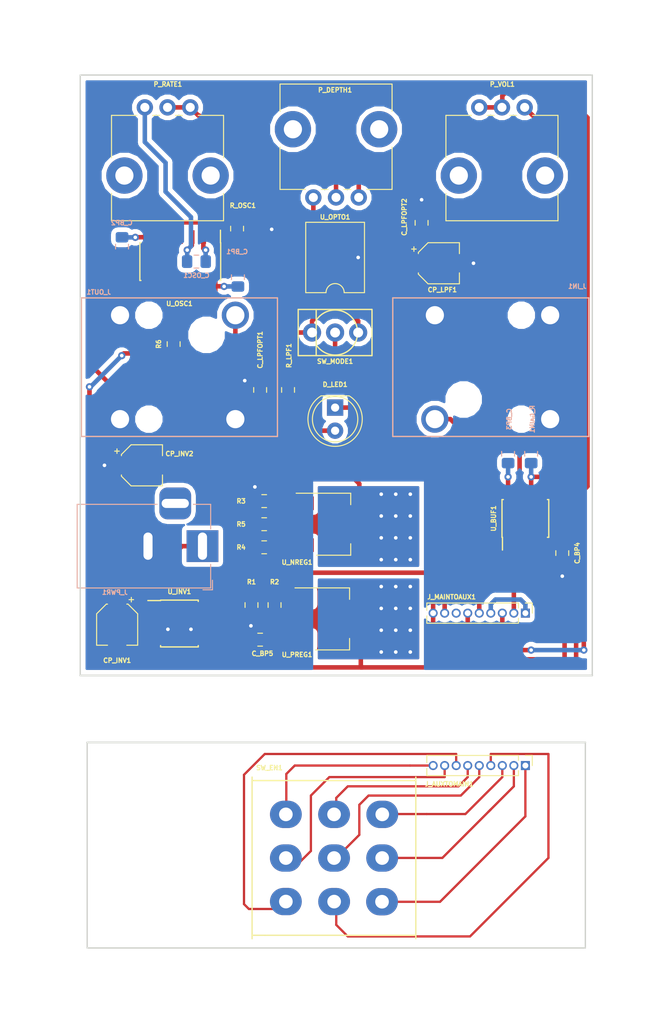
<source format=kicad_pcb>
(kicad_pcb (version 20171130) (host pcbnew "(5.0.0-3-g5ebb6b6)")

  (general
    (thickness 1.6)
    (drawings 14)
    (tracks 331)
    (zones 0)
    (modules 37)
    (nets 38)
  )

  (page A4)
  (title_block
    (comment 1 https://www.hammfg.com/files/parts/pdf/1590B.pdf)
  )

  (layers
    (0 F.Cu signal)
    (31 B.Cu signal)
    (32 B.Adhes user)
    (33 F.Adhes user)
    (34 B.Paste user)
    (35 F.Paste user)
    (36 B.SilkS user)
    (37 F.SilkS user)
    (38 B.Mask user)
    (39 F.Mask user)
    (40 Dwgs.User user)
    (41 Cmts.User user)
    (42 Eco1.User user)
    (43 Eco2.User user)
    (44 Edge.Cuts user)
    (45 Margin user)
    (46 B.CrtYd user hide)
    (47 F.CrtYd user hide)
    (48 B.Fab user hide)
    (49 F.Fab user hide)
  )

  (setup
    (last_trace_width 0.25)
    (user_trace_width 0.5)
    (user_trace_width 0.75)
    (trace_clearance 0.2)
    (zone_clearance 0.508)
    (zone_45_only no)
    (trace_min 0.2)
    (segment_width 0.2)
    (edge_width 0.15)
    (via_size 0.8)
    (via_drill 0.4)
    (via_min_size 0.4)
    (via_min_drill 0.3)
    (uvia_size 0.3)
    (uvia_drill 0.1)
    (uvias_allowed no)
    (uvia_min_size 0.2)
    (uvia_min_drill 0.1)
    (pcb_text_width 0.3)
    (pcb_text_size 1.5 1.5)
    (mod_edge_width 0.15)
    (mod_text_size 0.5 0.5)
    (mod_text_width 0.125)
    (pad_size 1.524 1.524)
    (pad_drill 0.762)
    (pad_to_mask_clearance 0.2)
    (aux_axis_origin 0 0)
    (visible_elements FFFFFF7F)
    (pcbplotparams
      (layerselection 0x010fc_ffffffff)
      (usegerberextensions false)
      (usegerberattributes false)
      (usegerberadvancedattributes false)
      (creategerberjobfile false)
      (excludeedgelayer true)
      (linewidth 0.100000)
      (plotframeref false)
      (viasonmask false)
      (mode 1)
      (useauxorigin false)
      (hpglpennumber 1)
      (hpglpenspeed 20)
      (hpglpendiameter 15.000000)
      (psnegative false)
      (psa4output false)
      (plotreference true)
      (plotvalue true)
      (plotinvisibletext false)
      (padsonsilk false)
      (subtractmaskfromsilk false)
      (outputformat 1)
      (mirror false)
      (drillshape 1)
      (scaleselection 1)
      (outputdirectory ""))
  )

  (net 0 "")
  (net 1 GND)
  (net 2 -9V)
  (net 3 "Net-(C_BP1-Pad2)")
  (net 4 /3PDT_8_EXT)
  (net 5 +5V)
  (net 6 -5V)
  (net 7 +9V)
  (net 8 "Net-(C_OSC1-Pad1)")
  (net 9 "Net-(C_OSC1-Pad2)")
  (net 10 /HexInverter_3PDT/3PDT_9_INT)
  (net 11 /HexInverter_3PDT/3PDT_8_INT)
  (net 12 /HexInverter_3PDT/3PDT_7_INT)
  (net 13 /HexInverter_3PDT/3PDT_6_INT)
  (net 14 /HexInverter_3PDT/3PDT_5_INT)
  (net 15 /HexInverter_3PDT/3PDT_4_INT)
  (net 16 /HexInverter_3PDT/3PDT_3_INT)
  (net 17 /HexInverter_3PDT/3PDT_2_INT)
  (net 18 /HexInverter_3PDT/3PDT_1_INT)
  (net 19 /3PDT_2_EXT)
  (net 20 /3PDT_4_EXT)
  (net 21 /3PDT_3_EXT)
  (net 22 /3PDT_5_EXT)
  (net 23 /3PDT_6_EXT)
  (net 24 /HexInverter_Clock/CLK_OUT)
  (net 25 "Net-(P_DEPTH1-Pad2)")
  (net 26 "Net-(P_DEPTH1-Pad1)")
  (net 27 "Net-(P_RATE1-Pad2)")
  (net 28 "Net-(P_VOL1-Pad1)")
  (net 29 "Net-(R1-Pad1)")
  (net 30 "Net-(R3-Pad1)")
  (net 31 "Net-(R4-Pad1)")
  (net 32 "Net-(R_LPF1-Pad2)")
  (net 33 "Net-(R_OSC1-Pad2)")
  (net 34 "Net-(C_LPFOPT1-Pad1)")
  (net 35 "Net-(CP_LPF1-Pad1)")
  (net 36 "Net-(CP_INV1-Pad2)")
  (net 37 "Net-(CP_INV1-Pad1)")

  (net_class Default "This is the default net class."
    (clearance 0.2)
    (trace_width 0.25)
    (via_dia 0.8)
    (via_drill 0.4)
    (uvia_dia 0.3)
    (uvia_drill 0.1)
    (add_net +5V)
    (add_net +9V)
    (add_net -5V)
    (add_net -9V)
    (add_net /3PDT_2_EXT)
    (add_net /3PDT_3_EXT)
    (add_net /3PDT_4_EXT)
    (add_net /3PDT_5_EXT)
    (add_net /3PDT_6_EXT)
    (add_net /3PDT_8_EXT)
    (add_net /HexInverter_3PDT/3PDT_1_INT)
    (add_net /HexInverter_3PDT/3PDT_2_INT)
    (add_net /HexInverter_3PDT/3PDT_3_INT)
    (add_net /HexInverter_3PDT/3PDT_4_INT)
    (add_net /HexInverter_3PDT/3PDT_5_INT)
    (add_net /HexInverter_3PDT/3PDT_6_INT)
    (add_net /HexInverter_3PDT/3PDT_7_INT)
    (add_net /HexInverter_3PDT/3PDT_8_INT)
    (add_net /HexInverter_3PDT/3PDT_9_INT)
    (add_net /HexInverter_Clock/CLK_OUT)
    (add_net GND)
    (add_net "Net-(CP_INV1-Pad1)")
    (add_net "Net-(CP_INV1-Pad2)")
    (add_net "Net-(CP_LPF1-Pad1)")
    (add_net "Net-(C_BP1-Pad2)")
    (add_net "Net-(C_LPFOPT1-Pad1)")
    (add_net "Net-(C_OSC1-Pad1)")
    (add_net "Net-(C_OSC1-Pad2)")
    (add_net "Net-(P_DEPTH1-Pad1)")
    (add_net "Net-(P_DEPTH1-Pad2)")
    (add_net "Net-(P_RATE1-Pad2)")
    (add_net "Net-(P_VOL1-Pad1)")
    (add_net "Net-(R1-Pad1)")
    (add_net "Net-(R3-Pad1)")
    (add_net "Net-(R4-Pad1)")
    (add_net "Net-(R_LPF1-Pad2)")
    (add_net "Net-(R_OSC1-Pad2)")
  )

  (module Package_TO_SOT_SMD:SOT-223-3_TabPin2 (layer F.Cu) (tedit 5A02FF57) (tstamp 5C2A2C4F)
    (at 80.4545 120.777)
    (descr "module CMS SOT223 4 pins")
    (tags "CMS SOT")
    (path /5BE2DBE2)
    (attr smd)
    (fp_text reference U_NREG1 (at -4.0005 4.191) (layer F.SilkS)
      (effects (font (size 0.5 0.5) (thickness 0.125)))
    )
    (fp_text value LM337_SOT223 (at 0 4.5) (layer F.Fab)
      (effects (font (size 0.5 0.5) (thickness 0.125)))
    )
    (fp_line (start 1.85 -3.35) (end 1.85 3.35) (layer F.Fab) (width 0.1))
    (fp_line (start -1.85 3.35) (end 1.85 3.35) (layer F.Fab) (width 0.1))
    (fp_line (start -4.1 -3.41) (end 1.91 -3.41) (layer F.SilkS) (width 0.12))
    (fp_line (start -0.85 -3.35) (end 1.85 -3.35) (layer F.Fab) (width 0.1))
    (fp_line (start -1.85 3.41) (end 1.91 3.41) (layer F.SilkS) (width 0.12))
    (fp_line (start -1.85 -2.35) (end -1.85 3.35) (layer F.Fab) (width 0.1))
    (fp_line (start -1.85 -2.35) (end -0.85 -3.35) (layer F.Fab) (width 0.1))
    (fp_line (start -4.4 -3.6) (end -4.4 3.6) (layer F.CrtYd) (width 0.05))
    (fp_line (start -4.4 3.6) (end 4.4 3.6) (layer F.CrtYd) (width 0.05))
    (fp_line (start 4.4 3.6) (end 4.4 -3.6) (layer F.CrtYd) (width 0.05))
    (fp_line (start 4.4 -3.6) (end -4.4 -3.6) (layer F.CrtYd) (width 0.05))
    (fp_line (start 1.91 -3.41) (end 1.91 -2.15) (layer F.SilkS) (width 0.12))
    (fp_line (start 1.91 3.41) (end 1.91 2.15) (layer F.SilkS) (width 0.12))
    (fp_text user %R (at 0 0 90) (layer F.Fab)
      (effects (font (size 0.5 0.5) (thickness 0.125)))
    )
    (pad 1 smd rect (at -3.15 -2.3) (size 2 1.5) (layers F.Cu F.Paste F.Mask)
      (net 30 "Net-(R3-Pad1)"))
    (pad 3 smd rect (at -3.15 2.3) (size 2 1.5) (layers F.Cu F.Paste F.Mask)
      (net 6 -5V))
    (pad 2 smd rect (at -3.15 0) (size 2 1.5) (layers F.Cu F.Paste F.Mask)
      (net 2 -9V))
    (pad 2 smd rect (at 3.15 0) (size 2 3.8) (layers F.Cu F.Paste F.Mask)
      (net 2 -9V))
    (model ${KISYS3DMOD}/Package_TO_SOT_SMD.3dshapes/SOT-223.wrl
      (at (xyz 0 0 0))
      (scale (xyz 1 1 1))
      (rotate (xyz 0 0 0))
    )
  )

  (module Capacitor_SMD:C_0805_2012Metric_Pad1.15x1.40mm_HandSolder (layer B.Cu) (tedit 5B36C52B) (tstamp 5C2A2B87)
    (at 69.943239 93.608283 270)
    (descr "Capacitor SMD 0805 (2012 Metric), square (rectangular) end terminal, IPC_7351 nominal with elongated pad for handsoldering. (Body size source: https://docs.google.com/spreadsheets/d/1BsfQQcO9C6DZCsRaXUlFlo91Tg2WpOkGARC1WS5S8t0/edit?usp=sharing), generated with kicad-footprint-generator")
    (tags "capacitor handsolder")
    (path /5C028DB4)
    (attr smd)
    (fp_text reference C_BP1 (at -2.803283 0.093239) (layer B.SilkS)
      (effects (font (size 0.5 0.5) (thickness 0.125)) (justify mirror))
    )
    (fp_text value 100nF (at 0 -1.65 270) (layer B.Fab)
      (effects (font (size 0.5 0.5) (thickness 0.125)) (justify mirror))
    )
    (fp_line (start -1 -0.6) (end -1 0.6) (layer B.Fab) (width 0.1))
    (fp_line (start -1 0.6) (end 1 0.6) (layer B.Fab) (width 0.1))
    (fp_line (start 1 0.6) (end 1 -0.6) (layer B.Fab) (width 0.1))
    (fp_line (start 1 -0.6) (end -1 -0.6) (layer B.Fab) (width 0.1))
    (fp_line (start -0.261252 0.71) (end 0.261252 0.71) (layer B.SilkS) (width 0.12))
    (fp_line (start -0.261252 -0.71) (end 0.261252 -0.71) (layer B.SilkS) (width 0.12))
    (fp_line (start -1.85 -0.95) (end -1.85 0.95) (layer B.CrtYd) (width 0.05))
    (fp_line (start -1.85 0.95) (end 1.85 0.95) (layer B.CrtYd) (width 0.05))
    (fp_line (start 1.85 0.95) (end 1.85 -0.95) (layer B.CrtYd) (width 0.05))
    (fp_line (start 1.85 -0.95) (end -1.85 -0.95) (layer B.CrtYd) (width 0.05))
    (fp_text user %R (at 0 0 270) (layer B.Fab)
      (effects (font (size 0.5 0.5) (thickness 0.125)) (justify mirror))
    )
    (pad 1 smd roundrect (at -1.025 0 270) (size 1.15 1.4) (layers B.Cu B.Paste B.Mask) (roundrect_rratio 0.217391)
      (net 1 GND))
    (pad 2 smd roundrect (at 1.025 0 270) (size 1.15 1.4) (layers B.Cu B.Paste B.Mask) (roundrect_rratio 0.217391)
      (net 3 "Net-(C_BP1-Pad2)"))
    (model ${KISYS3DMOD}/Capacitor_SMD.3dshapes/C_0805_2012Metric.wrl
      (at (xyz 0 0 0))
      (scale (xyz 1 1 1))
      (rotate (xyz 0 0 0))
    )
  )

  (module Capacitor_SMD:C_0805_2012Metric_Pad1.15x1.40mm_HandSolder (layer B.Cu) (tedit 5B36C52B) (tstamp 5C2A2743)
    (at 57.179739 90.242783 270)
    (descr "Capacitor SMD 0805 (2012 Metric), square (rectangular) end terminal, IPC_7351 nominal with elongated pad for handsoldering. (Body size source: https://docs.google.com/spreadsheets/d/1BsfQQcO9C6DZCsRaXUlFlo91Tg2WpOkGARC1WS5S8t0/edit?usp=sharing), generated with kicad-footprint-generator")
    (tags "capacitor handsolder")
    (path /5C028DBF)
    (attr smd)
    (fp_text reference C_BP2 (at -2.612783 0.029739) (layer B.SilkS)
      (effects (font (size 0.5 0.5) (thickness 0.125)) (justify mirror))
    )
    (fp_text value 100nF (at 0 -1.65 270) (layer B.Fab)
      (effects (font (size 0.5 0.5) (thickness 0.125)) (justify mirror))
    )
    (fp_text user %R (at 0 0 270) (layer B.Fab)
      (effects (font (size 0.5 0.5) (thickness 0.125)) (justify mirror))
    )
    (fp_line (start 1.85 -0.95) (end -1.85 -0.95) (layer B.CrtYd) (width 0.05))
    (fp_line (start 1.85 0.95) (end 1.85 -0.95) (layer B.CrtYd) (width 0.05))
    (fp_line (start -1.85 0.95) (end 1.85 0.95) (layer B.CrtYd) (width 0.05))
    (fp_line (start -1.85 -0.95) (end -1.85 0.95) (layer B.CrtYd) (width 0.05))
    (fp_line (start -0.261252 -0.71) (end 0.261252 -0.71) (layer B.SilkS) (width 0.12))
    (fp_line (start -0.261252 0.71) (end 0.261252 0.71) (layer B.SilkS) (width 0.12))
    (fp_line (start 1 -0.6) (end -1 -0.6) (layer B.Fab) (width 0.1))
    (fp_line (start 1 0.6) (end 1 -0.6) (layer B.Fab) (width 0.1))
    (fp_line (start -1 0.6) (end 1 0.6) (layer B.Fab) (width 0.1))
    (fp_line (start -1 -0.6) (end -1 0.6) (layer B.Fab) (width 0.1))
    (pad 2 smd roundrect (at 1.025 0 270) (size 1.15 1.4) (layers B.Cu B.Paste B.Mask) (roundrect_rratio 0.217391)
      (net 1 GND))
    (pad 1 smd roundrect (at -1.025 0 270) (size 1.15 1.4) (layers B.Cu B.Paste B.Mask) (roundrect_rratio 0.217391)
      (net 4 /3PDT_8_EXT))
    (model ${KISYS3DMOD}/Capacitor_SMD.3dshapes/C_0805_2012Metric.wrl
      (at (xyz 0 0 0))
      (scale (xyz 1 1 1))
      (rotate (xyz 0 0 0))
    )
  )

  (module Capacitor_SMD:C_0805_2012Metric_Pad1.15x1.40mm_HandSolder (layer B.Cu) (tedit 5B36C52B) (tstamp 5C2A25C3)
    (at 99.695 113.03 270)
    (descr "Capacitor SMD 0805 (2012 Metric), square (rectangular) end terminal, IPC_7351 nominal with elongated pad for handsoldering. (Body size source: https://docs.google.com/spreadsheets/d/1BsfQQcO9C6DZCsRaXUlFlo91Tg2WpOkGARC1WS5S8t0/edit?usp=sharing), generated with kicad-footprint-generator")
    (tags "capacitor handsolder")
    (path /5BED3C35)
    (attr smd)
    (fp_text reference C_BP3 (at -3.81 -0.127 270) (layer B.SilkS)
      (effects (font (size 0.5 0.5) (thickness 0.125)) (justify mirror))
    )
    (fp_text value 100nF (at 0 -1.65 270) (layer B.Fab)
      (effects (font (size 0.5 0.5) (thickness 0.125)) (justify mirror))
    )
    (fp_text user %R (at 0 0 270) (layer B.Fab)
      (effects (font (size 0.5 0.5) (thickness 0.125)) (justify mirror))
    )
    (fp_line (start 1.85 -0.95) (end -1.85 -0.95) (layer B.CrtYd) (width 0.05))
    (fp_line (start 1.85 0.95) (end 1.85 -0.95) (layer B.CrtYd) (width 0.05))
    (fp_line (start -1.85 0.95) (end 1.85 0.95) (layer B.CrtYd) (width 0.05))
    (fp_line (start -1.85 -0.95) (end -1.85 0.95) (layer B.CrtYd) (width 0.05))
    (fp_line (start -0.261252 -0.71) (end 0.261252 -0.71) (layer B.SilkS) (width 0.12))
    (fp_line (start -0.261252 0.71) (end 0.261252 0.71) (layer B.SilkS) (width 0.12))
    (fp_line (start 1 -0.6) (end -1 -0.6) (layer B.Fab) (width 0.1))
    (fp_line (start 1 0.6) (end 1 -0.6) (layer B.Fab) (width 0.1))
    (fp_line (start -1 0.6) (end 1 0.6) (layer B.Fab) (width 0.1))
    (fp_line (start -1 -0.6) (end -1 0.6) (layer B.Fab) (width 0.1))
    (pad 2 smd roundrect (at 1.025 0 270) (size 1.15 1.4) (layers B.Cu B.Paste B.Mask) (roundrect_rratio 0.217391)
      (net 5 +5V))
    (pad 1 smd roundrect (at -1.025 0 270) (size 1.15 1.4) (layers B.Cu B.Paste B.Mask) (roundrect_rratio 0.217391)
      (net 1 GND))
    (model ${KISYS3DMOD}/Capacitor_SMD.3dshapes/C_0805_2012Metric.wrl
      (at (xyz 0 0 0))
      (scale (xyz 1 1 1))
      (rotate (xyz 0 0 0))
    )
  )

  (module Capacitor_SMD:C_0805_2012Metric_Pad1.15x1.40mm_HandSolder (layer F.Cu) (tedit 5B36C52B) (tstamp 5C2A2593)
    (at 105.664 123.952 270)
    (descr "Capacitor SMD 0805 (2012 Metric), square (rectangular) end terminal, IPC_7351 nominal with elongated pad for handsoldering. (Body size source: https://docs.google.com/spreadsheets/d/1BsfQQcO9C6DZCsRaXUlFlo91Tg2WpOkGARC1WS5S8t0/edit?usp=sharing), generated with kicad-footprint-generator")
    (tags "capacitor handsolder")
    (path /5BED3C3D)
    (attr smd)
    (fp_text reference C_BP4 (at 0 -1.65 270) (layer F.SilkS)
      (effects (font (size 0.5 0.5) (thickness 0.125)))
    )
    (fp_text value 100nF (at 0 1.65 270) (layer F.Fab)
      (effects (font (size 0.5 0.5) (thickness 0.125)))
    )
    (fp_text user %R (at 0 0 270) (layer F.Fab)
      (effects (font (size 0.5 0.5) (thickness 0.125)))
    )
    (fp_line (start 1.85 0.95) (end -1.85 0.95) (layer F.CrtYd) (width 0.05))
    (fp_line (start 1.85 -0.95) (end 1.85 0.95) (layer F.CrtYd) (width 0.05))
    (fp_line (start -1.85 -0.95) (end 1.85 -0.95) (layer F.CrtYd) (width 0.05))
    (fp_line (start -1.85 0.95) (end -1.85 -0.95) (layer F.CrtYd) (width 0.05))
    (fp_line (start -0.261252 0.71) (end 0.261252 0.71) (layer F.SilkS) (width 0.12))
    (fp_line (start -0.261252 -0.71) (end 0.261252 -0.71) (layer F.SilkS) (width 0.12))
    (fp_line (start 1 0.6) (end -1 0.6) (layer F.Fab) (width 0.1))
    (fp_line (start 1 -0.6) (end 1 0.6) (layer F.Fab) (width 0.1))
    (fp_line (start -1 -0.6) (end 1 -0.6) (layer F.Fab) (width 0.1))
    (fp_line (start -1 0.6) (end -1 -0.6) (layer F.Fab) (width 0.1))
    (pad 2 smd roundrect (at 1.025 0 270) (size 1.15 1.4) (layers F.Cu F.Paste F.Mask) (roundrect_rratio 0.217391)
      (net 1 GND))
    (pad 1 smd roundrect (at -1.025 0 270) (size 1.15 1.4) (layers F.Cu F.Paste F.Mask) (roundrect_rratio 0.217391)
      (net 6 -5V))
    (model ${KISYS3DMOD}/Capacitor_SMD.3dshapes/C_0805_2012Metric.wrl
      (at (xyz 0 0 0))
      (scale (xyz 1 1 1))
      (rotate (xyz 0 0 0))
    )
  )

  (module Capacitor_SMD:C_0805_2012Metric_Pad1.15x1.40mm_HandSolder (layer F.Cu) (tedit 5B36C52B) (tstamp 5C2A2563)
    (at 72.39 133.477)
    (descr "Capacitor SMD 0805 (2012 Metric), square (rectangular) end terminal, IPC_7351 nominal with elongated pad for handsoldering. (Body size source: https://docs.google.com/spreadsheets/d/1BsfQQcO9C6DZCsRaXUlFlo91Tg2WpOkGARC1WS5S8t0/edit?usp=sharing), generated with kicad-footprint-generator")
    (tags "capacitor handsolder")
    (path /5BF220BE)
    (attr smd)
    (fp_text reference C_BP5 (at 0.254 1.524) (layer F.SilkS)
      (effects (font (size 0.5 0.5) (thickness 0.125)))
    )
    (fp_text value 100nF (at 0 1.65) (layer F.Fab)
      (effects (font (size 0.5 0.5) (thickness 0.125)))
    )
    (fp_line (start -1 0.6) (end -1 -0.6) (layer F.Fab) (width 0.1))
    (fp_line (start -1 -0.6) (end 1 -0.6) (layer F.Fab) (width 0.1))
    (fp_line (start 1 -0.6) (end 1 0.6) (layer F.Fab) (width 0.1))
    (fp_line (start 1 0.6) (end -1 0.6) (layer F.Fab) (width 0.1))
    (fp_line (start -0.261252 -0.71) (end 0.261252 -0.71) (layer F.SilkS) (width 0.12))
    (fp_line (start -0.261252 0.71) (end 0.261252 0.71) (layer F.SilkS) (width 0.12))
    (fp_line (start -1.85 0.95) (end -1.85 -0.95) (layer F.CrtYd) (width 0.05))
    (fp_line (start -1.85 -0.95) (end 1.85 -0.95) (layer F.CrtYd) (width 0.05))
    (fp_line (start 1.85 -0.95) (end 1.85 0.95) (layer F.CrtYd) (width 0.05))
    (fp_line (start 1.85 0.95) (end -1.85 0.95) (layer F.CrtYd) (width 0.05))
    (fp_text user %R (at 0 0) (layer F.Fab)
      (effects (font (size 0.5 0.5) (thickness 0.125)))
    )
    (pad 1 smd roundrect (at -1.025 0) (size 1.15 1.4) (layers F.Cu F.Paste F.Mask) (roundrect_rratio 0.217391)
      (net 1 GND))
    (pad 2 smd roundrect (at 1.025 0) (size 1.15 1.4) (layers F.Cu F.Paste F.Mask) (roundrect_rratio 0.217391)
      (net 7 +9V))
    (model ${KISYS3DMOD}/Capacitor_SMD.3dshapes/C_0805_2012Metric.wrl
      (at (xyz 0 0 0))
      (scale (xyz 1 1 1))
      (rotate (xyz 0 0 0))
    )
  )

  (module Capacitor_SMD:C_0805_2012Metric_Pad1.15x1.40mm_HandSolder (layer B.Cu) (tedit 5B36C52B) (tstamp 5C2A2E24)
    (at 65.371239 91.893783)
    (descr "Capacitor SMD 0805 (2012 Metric), square (rectangular) end terminal, IPC_7351 nominal with elongated pad for handsoldering. (Body size source: https://docs.google.com/spreadsheets/d/1BsfQQcO9C6DZCsRaXUlFlo91Tg2WpOkGARC1WS5S8t0/edit?usp=sharing), generated with kicad-footprint-generator")
    (tags "capacitor handsolder")
    (path /5BF54A3F/5C186FF7)
    (attr smd)
    (fp_text reference C_OSC1 (at 0 1.524) (layer B.SilkS)
      (effects (font (size 0.5 0.5) (thickness 0.125)) (justify mirror))
    )
    (fp_text value 22uF (at 0 -1.65) (layer B.Fab)
      (effects (font (size 0.5 0.5) (thickness 0.125)) (justify mirror))
    )
    (fp_line (start -1 -0.6) (end -1 0.6) (layer B.Fab) (width 0.1))
    (fp_line (start -1 0.6) (end 1 0.6) (layer B.Fab) (width 0.1))
    (fp_line (start 1 0.6) (end 1 -0.6) (layer B.Fab) (width 0.1))
    (fp_line (start 1 -0.6) (end -1 -0.6) (layer B.Fab) (width 0.1))
    (fp_line (start -0.261252 0.71) (end 0.261252 0.71) (layer B.SilkS) (width 0.12))
    (fp_line (start -0.261252 -0.71) (end 0.261252 -0.71) (layer B.SilkS) (width 0.12))
    (fp_line (start -1.85 -0.95) (end -1.85 0.95) (layer B.CrtYd) (width 0.05))
    (fp_line (start -1.85 0.95) (end 1.85 0.95) (layer B.CrtYd) (width 0.05))
    (fp_line (start 1.85 0.95) (end 1.85 -0.95) (layer B.CrtYd) (width 0.05))
    (fp_line (start 1.85 -0.95) (end -1.85 -0.95) (layer B.CrtYd) (width 0.05))
    (fp_text user %R (at 0 0) (layer B.Fab)
      (effects (font (size 0.5 0.5) (thickness 0.125)) (justify mirror))
    )
    (pad 1 smd roundrect (at -1.025 0) (size 1.15 1.4) (layers B.Cu B.Paste B.Mask) (roundrect_rratio 0.217391)
      (net 8 "Net-(C_OSC1-Pad1)"))
    (pad 2 smd roundrect (at 1.025 0) (size 1.15 1.4) (layers B.Cu B.Paste B.Mask) (roundrect_rratio 0.217391)
      (net 9 "Net-(C_OSC1-Pad2)"))
    (model ${KISYS3DMOD}/Capacitor_SMD.3dshapes/C_0805_2012Metric.wrl
      (at (xyz 0 0 0))
      (scale (xyz 1 1 1))
      (rotate (xyz 0 0 0))
    )
  )

  (module LED_THT:LED_D5.0mm (layer F.Cu) (tedit 5995936A) (tstamp 5C2A27A7)
    (at 80.645 107.95 270)
    (descr "LED, diameter 5.0mm, 2 pins, http://cdn-reichelt.de/documents/datenblatt/A500/LL-504BC2E-009.pdf")
    (tags "LED diameter 5.0mm 2 pins")
    (path /5BF54A3F/5BF61C9C)
    (fp_text reference D_LED1 (at -2.54 0) (layer F.SilkS)
      (effects (font (size 0.5 0.5) (thickness 0.125)))
    )
    (fp_text value LED (at 1.27 3.96 270) (layer F.Fab)
      (effects (font (size 0.5 0.5) (thickness 0.125)))
    )
    (fp_arc (start 1.27 0) (end -1.23 -1.469694) (angle 299.1) (layer F.Fab) (width 0.1))
    (fp_arc (start 1.27 0) (end -1.29 -1.54483) (angle 148.9) (layer F.SilkS) (width 0.12))
    (fp_arc (start 1.27 0) (end -1.29 1.54483) (angle -148.9) (layer F.SilkS) (width 0.12))
    (fp_circle (center 1.27 0) (end 3.77 0) (layer F.Fab) (width 0.1))
    (fp_circle (center 1.27 0) (end 3.77 0) (layer F.SilkS) (width 0.12))
    (fp_line (start -1.23 -1.469694) (end -1.23 1.469694) (layer F.Fab) (width 0.1))
    (fp_line (start -1.29 -1.545) (end -1.29 1.545) (layer F.SilkS) (width 0.12))
    (fp_line (start -1.95 -3.25) (end -1.95 3.25) (layer F.CrtYd) (width 0.05))
    (fp_line (start -1.95 3.25) (end 4.5 3.25) (layer F.CrtYd) (width 0.05))
    (fp_line (start 4.5 3.25) (end 4.5 -3.25) (layer F.CrtYd) (width 0.05))
    (fp_line (start 4.5 -3.25) (end -1.95 -3.25) (layer F.CrtYd) (width 0.05))
    (fp_text user %R (at 1.25 0 270) (layer F.Fab)
      (effects (font (size 0.5 0.5) (thickness 0.125)))
    )
    (pad 1 thru_hole rect (at 0 0 270) (size 1.8 1.8) (drill 0.9) (layers *.Cu *.Mask)
      (net 35 "Net-(CP_LPF1-Pad1)"))
    (pad 2 thru_hole circle (at 2.54 0 270) (size 1.8 1.8) (drill 0.9) (layers *.Cu *.Mask)
      (net 34 "Net-(C_LPFOPT1-Pad1)"))
    (model ${KISYS3DMOD}/LED_THT.3dshapes/LED_D5.0mm.wrl
      (at (xyz 0 0 0))
      (scale (xyz 1 1 1))
      (rotate (xyz 0 0 0))
    )
  )

  (module custom_sockets:6_35MM_JACK_MONO_FlatTop (layer B.Cu) (tedit 5BE3026B) (tstamp 5C2A2C16)
    (at 97.79 103.505)
    (path /5BE61397)
    (fp_text reference J_IN1 (at 9.525 -8.89) (layer B.SilkS)
      (effects (font (size 0.5 0.5) (thickness 0.125)) (justify mirror))
    )
    (fp_text value JACK__MONO_2P_NC (at 0 10.16) (layer B.Fab)
      (effects (font (size 0.5 0.5) (thickness 0.125)) (justify mirror))
    )
    (fp_line (start 19.685 4.064) (end 19.685 -7.112) (layer Dwgs.User) (width 0.15))
    (fp_line (start 19.685 4.064) (end -10.795 4.064) (layer Dwgs.User) (width 0.15))
    (fp_line (start 19.685 -7.112) (end -10.795 -7.112) (layer Dwgs.User) (width 0.15))
    (fp_line (start 10.795 -1.524) (end -10.795 -1.524) (layer Dwgs.User) (width 0.15))
    (fp_line (start -10.795 -7.62) (end 10.795 -7.62) (layer B.SilkS) (width 0.15))
    (fp_line (start -10.795 7.62) (end -10.795 -7.62) (layer B.SilkS) (width 0.15))
    (fp_line (start 10.795 7.62) (end -10.795 7.62) (layer B.SilkS) (width 0.15))
    (fp_line (start 10.795 -7.62) (end 10.795 7.62) (layer B.SilkS) (width 0.15))
    (pad "" np_thru_hole circle (at 3.3655 -5.715) (size 2 2) (drill 2) (layers *.Cu *.Mask))
    (pad "" np_thru_hole circle (at 3.3655 5.715) (size 2 2) (drill 2) (layers *.Cu *.Mask))
    (pad "" np_thru_hole circle (at -2.9845 3.556) (size 3 3) (drill 3) (layers *.Cu *.Mask))
    (pad 4 thru_hole circle (at 6.5405 5.715) (size 3 3) (drill 2) (layers *.Cu *.Mask)
      (net 1 GND))
    (pad 3 thru_hole circle (at 6.5405 -5.715) (size 3 3) (drill 2) (layers *.Cu *.Mask)
      (net 1 GND))
    (pad 2 thru_hole circle (at -6.1595 -5.715) (size 3 3) (drill 2) (layers *.Cu *.Mask)
      (net 1 GND))
    (pad 1 thru_hole circle (at -6.1595 5.715) (size 3 3) (drill 2) (layers *.Cu *.Mask)
      (net 19 /3PDT_2_EXT))
    (model ${KIPRJMOD}/LIBS/3D/3D+File+NRJ4HF.stp
      (offset (xyz 10.75 -1.5 0))
      (scale (xyz 1 1 1))
      (rotate (xyz 90 180 90))
    )
  )

  (module custom_sockets:6_35MM_JACK_MONO_FlatTop (layer B.Cu) (tedit 5BE3026B) (tstamp 5C2A26AC)
    (at 63.5 103.505 180)
    (path /5BE39EEA)
    (fp_text reference J_OUT1 (at 8.89 8.255 180) (layer B.SilkS)
      (effects (font (size 0.5 0.5) (thickness 0.125)) (justify mirror))
    )
    (fp_text value JACK__MONO_2P_NC (at 0 10.16 180) (layer B.Fab)
      (effects (font (size 0.5 0.5) (thickness 0.125)) (justify mirror))
    )
    (fp_line (start 10.795 -7.62) (end 10.795 7.62) (layer B.SilkS) (width 0.15))
    (fp_line (start 10.795 7.62) (end -10.795 7.62) (layer B.SilkS) (width 0.15))
    (fp_line (start -10.795 7.62) (end -10.795 -7.62) (layer B.SilkS) (width 0.15))
    (fp_line (start -10.795 -7.62) (end 10.795 -7.62) (layer B.SilkS) (width 0.15))
    (fp_line (start 10.795 -1.524) (end -10.795 -1.524) (layer Dwgs.User) (width 0.15))
    (fp_line (start 19.685 -7.112) (end -10.795 -7.112) (layer Dwgs.User) (width 0.15))
    (fp_line (start 19.685 4.064) (end -10.795 4.064) (layer Dwgs.User) (width 0.15))
    (fp_line (start 19.685 4.064) (end 19.685 -7.112) (layer Dwgs.User) (width 0.15))
    (pad 1 thru_hole circle (at -6.1595 5.715 180) (size 3 3) (drill 2) (layers *.Cu *.Mask)
      (net 22 /3PDT_5_EXT))
    (pad 2 thru_hole circle (at -6.1595 -5.715 180) (size 3 3) (drill 2) (layers *.Cu *.Mask)
      (net 1 GND))
    (pad 3 thru_hole circle (at 6.5405 -5.715 180) (size 3 3) (drill 2) (layers *.Cu *.Mask)
      (net 1 GND))
    (pad 4 thru_hole circle (at 6.5405 5.715 180) (size 3 3) (drill 2) (layers *.Cu *.Mask)
      (net 1 GND))
    (pad "" np_thru_hole circle (at -2.9845 3.556 180) (size 3 3) (drill 3) (layers *.Cu *.Mask))
    (pad "" np_thru_hole circle (at 3.3655 5.715 180) (size 2 2) (drill 2) (layers *.Cu *.Mask))
    (pad "" np_thru_hole circle (at 3.3655 -5.715 180) (size 2 2) (drill 2) (layers *.Cu *.Mask))
    (model ${KIPRJMOD}/LIBS/3D/3D+File+NRJ4HF.stp
      (offset (xyz 10.75 -1.5 0))
      (scale (xyz 1 1 1))
      (rotate (xyz 90 180 90))
    )
  )

  (module Connector_BarrelJack:BarrelJack_Horizontal (layer B.Cu) (tedit 5A1DBF6A) (tstamp 5C2A2656)
    (at 66.04 123.19)
    (descr "DC Barrel Jack")
    (tags "Power Jack")
    (path /5BE7895A)
    (fp_text reference J_PWR1 (at -9.652 5.08) (layer B.SilkS)
      (effects (font (size 0.5 0.5) (thickness 0.125)) (justify mirror))
    )
    (fp_text value Jack-DC (at -6.2 5.5) (layer B.Fab)
      (effects (font (size 0.5 0.5) (thickness 0.125)) (justify mirror))
    )
    (fp_text user %R (at -3 2.95) (layer B.Fab)
      (effects (font (size 0.5 0.5) (thickness 0.125)) (justify mirror))
    )
    (fp_line (start -0.003213 4.505425) (end 0.8 3.75) (layer B.Fab) (width 0.1))
    (fp_line (start 1.1 3.75) (end 1.1 4.8) (layer B.SilkS) (width 0.12))
    (fp_line (start 0.05 4.8) (end 1.1 4.8) (layer B.SilkS) (width 0.12))
    (fp_line (start 1 4.5) (end 1 4.75) (layer B.CrtYd) (width 0.05))
    (fp_line (start 1 4.75) (end -14 4.75) (layer B.CrtYd) (width 0.05))
    (fp_line (start 1 4.5) (end 1 2) (layer B.CrtYd) (width 0.05))
    (fp_line (start 1 2) (end 2 2) (layer B.CrtYd) (width 0.05))
    (fp_line (start 2 2) (end 2 -2) (layer B.CrtYd) (width 0.05))
    (fp_line (start 2 -2) (end 1 -2) (layer B.CrtYd) (width 0.05))
    (fp_line (start 1 -2) (end 1 -4.75) (layer B.CrtYd) (width 0.05))
    (fp_line (start 1 -4.75) (end -1 -4.75) (layer B.CrtYd) (width 0.05))
    (fp_line (start -1 -4.75) (end -1 -6.75) (layer B.CrtYd) (width 0.05))
    (fp_line (start -1 -6.75) (end -5 -6.75) (layer B.CrtYd) (width 0.05))
    (fp_line (start -5 -6.75) (end -5 -4.75) (layer B.CrtYd) (width 0.05))
    (fp_line (start -5 -4.75) (end -14 -4.75) (layer B.CrtYd) (width 0.05))
    (fp_line (start -14 -4.75) (end -14 4.75) (layer B.CrtYd) (width 0.05))
    (fp_line (start -5 -4.6) (end -13.8 -4.6) (layer B.SilkS) (width 0.12))
    (fp_line (start -13.8 -4.6) (end -13.8 4.6) (layer B.SilkS) (width 0.12))
    (fp_line (start 0.9 -1.9) (end 0.9 -4.6) (layer B.SilkS) (width 0.12))
    (fp_line (start 0.9 -4.6) (end -1 -4.6) (layer B.SilkS) (width 0.12))
    (fp_line (start -13.8 4.6) (end 0.9 4.6) (layer B.SilkS) (width 0.12))
    (fp_line (start 0.9 4.6) (end 0.9 2) (layer B.SilkS) (width 0.12))
    (fp_line (start -10.2 4.5) (end -10.2 -4.5) (layer B.Fab) (width 0.1))
    (fp_line (start -13.7 4.5) (end -13.7 -4.5) (layer B.Fab) (width 0.1))
    (fp_line (start -13.7 -4.5) (end 0.8 -4.5) (layer B.Fab) (width 0.1))
    (fp_line (start 0.8 -4.5) (end 0.8 3.75) (layer B.Fab) (width 0.1))
    (fp_line (start 0 4.5) (end -13.7 4.5) (layer B.Fab) (width 0.1))
    (pad 1 thru_hole rect (at 0 0) (size 3.5 3.5) (drill oval 1 3) (layers *.Cu *.Mask)
      (net 7 +9V))
    (pad 2 thru_hole roundrect (at -6 0) (size 3 3.5) (drill oval 1 3) (layers *.Cu *.Mask) (roundrect_rratio 0.25)
      (net 1 GND))
    (pad 3 thru_hole roundrect (at -3 -4.7) (size 3.5 3.5) (drill oval 3 1) (layers *.Cu *.Mask) (roundrect_rratio 0.25))
    (model ${KISYS3DMOD}/Connector_BarrelJack.3dshapes/BarrelJack_Horizontal.wrl
      (offset (xyz 4.5 0 0))
      (scale (xyz 1 1 1))
      (rotate (xyz 0 0 0))
    )
    (model ${KIPRJMOD}/LIBS/3D/dc-power-barrel-2mm-jack-pth-1.snapshot.3/AB2_PB_2MM_JACK_PTH.wrl
      (offset (xyz -13.5 0 0))
      (scale (xyz 0.4 0.4 0.4))
      (rotate (xyz 0 0 90))
    )
  )

  (module Potentiometer_THT:Potentiometer_Alps_RK09L_Single_Vertical (layer F.Cu) (tedit 5A3D4993) (tstamp 5C2A25FE)
    (at 83.2485 84.836 90)
    (descr "Potentiometer, vertical, Alps RK09L Single, http://www.alps.com/prod/info/E/HTML/Potentiometer/RotaryPotentiometers/RK09L/RK09L_list.html")
    (tags "Potentiometer vertical Alps RK09L Single")
    (path /5BE21679)
    (fp_text reference P_DEPTH1 (at 11.811 -2.6035 180) (layer F.SilkS)
      (effects (font (size 0.5 0.5) (thickness 0.125)))
    )
    (fp_text value B50k (at 5.725 5.5 90) (layer F.Fab)
      (effects (font (size 0.5 0.5) (thickness 0.125)))
    )
    (fp_circle (center 7.5 -2.5) (end 10.5 -2.5) (layer F.Fab) (width 0.1))
    (fp_line (start 1 -8.55) (end 1 3.55) (layer F.Fab) (width 0.1))
    (fp_line (start 1 3.55) (end 12.35 3.55) (layer F.Fab) (width 0.1))
    (fp_line (start 12.35 3.55) (end 12.35 -8.55) (layer F.Fab) (width 0.1))
    (fp_line (start 12.35 -8.55) (end 1 -8.55) (layer F.Fab) (width 0.1))
    (fp_line (start 0.88 -8.67) (end 5.546 -8.67) (layer F.SilkS) (width 0.12))
    (fp_line (start 9.455 -8.67) (end 12.47 -8.67) (layer F.SilkS) (width 0.12))
    (fp_line (start 0.88 3.67) (end 5.546 3.67) (layer F.SilkS) (width 0.12))
    (fp_line (start 9.455 3.67) (end 12.47 3.67) (layer F.SilkS) (width 0.12))
    (fp_line (start 0.88 -8.67) (end 0.88 -5.871) (layer F.SilkS) (width 0.12))
    (fp_line (start 0.88 -4.129) (end 0.88 -3.37) (layer F.SilkS) (width 0.12))
    (fp_line (start 0.88 -1.629) (end 0.88 -0.87) (layer F.SilkS) (width 0.12))
    (fp_line (start 0.88 0.87) (end 0.88 3.67) (layer F.SilkS) (width 0.12))
    (fp_line (start 12.47 -8.67) (end 12.47 3.67) (layer F.SilkS) (width 0.12))
    (fp_line (start -1.15 -9.5) (end -1.15 4.5) (layer F.CrtYd) (width 0.05))
    (fp_line (start -1.15 4.5) (end 12.6 4.5) (layer F.CrtYd) (width 0.05))
    (fp_line (start 12.6 4.5) (end 12.6 -9.5) (layer F.CrtYd) (width 0.05))
    (fp_line (start 12.6 -9.5) (end -1.15 -9.5) (layer F.CrtYd) (width 0.05))
    (fp_text user %R (at 2 -2.5 -180) (layer F.Fab)
      (effects (font (size 0.5 0.5) (thickness 0.125)))
    )
    (pad 3 thru_hole circle (at 0 -5 90) (size 1.8 1.8) (drill 1) (layers *.Cu *.Mask)
      (net 24 /HexInverter_Clock/CLK_OUT))
    (pad 2 thru_hole circle (at 0 -2.5 90) (size 1.8 1.8) (drill 1) (layers *.Cu *.Mask)
      (net 25 "Net-(P_DEPTH1-Pad2)"))
    (pad 1 thru_hole circle (at 0 0 90) (size 1.8 1.8) (drill 1) (layers *.Cu *.Mask)
      (net 26 "Net-(P_DEPTH1-Pad1)"))
    (pad "" np_thru_hole circle (at 7.5 -7.25 90) (size 4 4) (drill 2) (layers *.Cu *.Mask))
    (pad "" np_thru_hole circle (at 7.5 2.25 90) (size 4 4) (drill 2) (layers *.Cu *.Mask))
    (model ${KISYS3DMOD}/Potentiometer_THT.3dshapes/Potentiometer_Alps_RK09L_Single_Vertical.wrl
      (at (xyz 0 0 0))
      (scale (xyz 1 1 1))
      (rotate (xyz 0 0 0))
    )
    (model ${KIPRJMOD}/LIBS/3D/RK09L1140A5P/RK09L1140A5P.STEP
      (offset (xyz 7.5 2.5 6))
      (scale (xyz 1 1 1))
      (rotate (xyz -180 0 -90))
    )
  )

  (module Potentiometer_THT:Potentiometer_Alps_RK09L_Single_Vertical (layer F.Cu) (tedit 5A3D4993) (tstamp 5C2A2922)
    (at 59.69 74.93 270)
    (descr "Potentiometer, vertical, Alps RK09L Single, http://www.alps.com/prod/info/E/HTML/Potentiometer/RotaryPotentiometers/RK09L/RK09L_list.html")
    (tags "Potentiometer vertical Alps RK09L Single")
    (path /5BF54A3F/5BF61C8A)
    (fp_text reference P_RATE1 (at -2.54 -2.54) (layer F.SilkS)
      (effects (font (size 0.5 0.5) (thickness 0.125)))
    )
    (fp_text value B10K (at 5.725 5.5 270) (layer F.Fab)
      (effects (font (size 0.5 0.5) (thickness 0.125)))
    )
    (fp_circle (center 7.5 -2.5) (end 10.5 -2.5) (layer F.Fab) (width 0.1))
    (fp_line (start 1 -8.55) (end 1 3.55) (layer F.Fab) (width 0.1))
    (fp_line (start 1 3.55) (end 12.35 3.55) (layer F.Fab) (width 0.1))
    (fp_line (start 12.35 3.55) (end 12.35 -8.55) (layer F.Fab) (width 0.1))
    (fp_line (start 12.35 -8.55) (end 1 -8.55) (layer F.Fab) (width 0.1))
    (fp_line (start 0.88 -8.67) (end 5.546 -8.67) (layer F.SilkS) (width 0.12))
    (fp_line (start 9.455 -8.67) (end 12.47 -8.67) (layer F.SilkS) (width 0.12))
    (fp_line (start 0.88 3.67) (end 5.546 3.67) (layer F.SilkS) (width 0.12))
    (fp_line (start 9.455 3.67) (end 12.47 3.67) (layer F.SilkS) (width 0.12))
    (fp_line (start 0.88 -8.67) (end 0.88 -5.871) (layer F.SilkS) (width 0.12))
    (fp_line (start 0.88 -4.129) (end 0.88 -3.37) (layer F.SilkS) (width 0.12))
    (fp_line (start 0.88 -1.629) (end 0.88 -0.87) (layer F.SilkS) (width 0.12))
    (fp_line (start 0.88 0.87) (end 0.88 3.67) (layer F.SilkS) (width 0.12))
    (fp_line (start 12.47 -8.67) (end 12.47 3.67) (layer F.SilkS) (width 0.12))
    (fp_line (start -1.15 -9.5) (end -1.15 4.5) (layer F.CrtYd) (width 0.05))
    (fp_line (start -1.15 4.5) (end 12.6 4.5) (layer F.CrtYd) (width 0.05))
    (fp_line (start 12.6 4.5) (end 12.6 -9.5) (layer F.CrtYd) (width 0.05))
    (fp_line (start 12.6 -9.5) (end -1.15 -9.5) (layer F.CrtYd) (width 0.05))
    (fp_text user %R (at 2 -2.5) (layer F.Fab)
      (effects (font (size 0.5 0.5) (thickness 0.125)))
    )
    (pad 3 thru_hole circle (at 0 -5 270) (size 1.8 1.8) (drill 1) (layers *.Cu *.Mask)
      (net 27 "Net-(P_RATE1-Pad2)"))
    (pad 2 thru_hole circle (at 0 -2.5 270) (size 1.8 1.8) (drill 1) (layers *.Cu *.Mask)
      (net 27 "Net-(P_RATE1-Pad2)"))
    (pad 1 thru_hole circle (at 0 0 270) (size 1.8 1.8) (drill 1) (layers *.Cu *.Mask)
      (net 8 "Net-(C_OSC1-Pad1)"))
    (pad "" np_thru_hole circle (at 7.5 -7.25 270) (size 4 4) (drill 2) (layers *.Cu *.Mask))
    (pad "" np_thru_hole circle (at 7.5 2.25 270) (size 4 4) (drill 2) (layers *.Cu *.Mask))
    (model ${KISYS3DMOD}/Potentiometer_THT.3dshapes/Potentiometer_Alps_RK09L_Single_Vertical.wrl
      (at (xyz 0 0 0))
      (scale (xyz 1 1 1))
      (rotate (xyz 0 0 0))
    )
    (model ${KIPRJMOD}/LIBS/3D/RK09L1140A66/RK09L11-L125.STEP
      (offset (xyz 7.5 2.5 7.5))
      (scale (xyz 1 1 1))
      (rotate (xyz 180 0 -90))
    )
  )

  (module Potentiometer_THT:Potentiometer_Alps_RK09L_Single_Vertical (layer F.Cu) (tedit 5A3D4993) (tstamp 5C2A2E8F)
    (at 96.52 74.93 270)
    (descr "Potentiometer, vertical, Alps RK09L Single, http://www.alps.com/prod/info/E/HTML/Potentiometer/RotaryPotentiometers/RK09L/RK09L_list.html")
    (tags "Potentiometer vertical Alps RK09L Single")
    (path /5BE216FA)
    (fp_text reference P_VOL1 (at -2.54 -2.54) (layer F.SilkS)
      (effects (font (size 0.5 0.5) (thickness 0.125)))
    )
    (fp_text value B10K (at 5.725 5.5 270) (layer F.Fab)
      (effects (font (size 0.5 0.5) (thickness 0.125)))
    )
    (fp_text user %R (at 2 -2.5) (layer F.Fab)
      (effects (font (size 0.5 0.5) (thickness 0.125)))
    )
    (fp_line (start 12.6 -9.5) (end -1.15 -9.5) (layer F.CrtYd) (width 0.05))
    (fp_line (start 12.6 4.5) (end 12.6 -9.5) (layer F.CrtYd) (width 0.05))
    (fp_line (start -1.15 4.5) (end 12.6 4.5) (layer F.CrtYd) (width 0.05))
    (fp_line (start -1.15 -9.5) (end -1.15 4.5) (layer F.CrtYd) (width 0.05))
    (fp_line (start 12.47 -8.67) (end 12.47 3.67) (layer F.SilkS) (width 0.12))
    (fp_line (start 0.88 0.87) (end 0.88 3.67) (layer F.SilkS) (width 0.12))
    (fp_line (start 0.88 -1.629) (end 0.88 -0.87) (layer F.SilkS) (width 0.12))
    (fp_line (start 0.88 -4.129) (end 0.88 -3.37) (layer F.SilkS) (width 0.12))
    (fp_line (start 0.88 -8.67) (end 0.88 -5.871) (layer F.SilkS) (width 0.12))
    (fp_line (start 9.455 3.67) (end 12.47 3.67) (layer F.SilkS) (width 0.12))
    (fp_line (start 0.88 3.67) (end 5.546 3.67) (layer F.SilkS) (width 0.12))
    (fp_line (start 9.455 -8.67) (end 12.47 -8.67) (layer F.SilkS) (width 0.12))
    (fp_line (start 0.88 -8.67) (end 5.546 -8.67) (layer F.SilkS) (width 0.12))
    (fp_line (start 12.35 -8.55) (end 1 -8.55) (layer F.Fab) (width 0.1))
    (fp_line (start 12.35 3.55) (end 12.35 -8.55) (layer F.Fab) (width 0.1))
    (fp_line (start 1 3.55) (end 12.35 3.55) (layer F.Fab) (width 0.1))
    (fp_line (start 1 -8.55) (end 1 3.55) (layer F.Fab) (width 0.1))
    (fp_circle (center 7.5 -2.5) (end 10.5 -2.5) (layer F.Fab) (width 0.1))
    (pad "" np_thru_hole circle (at 7.5 2.25 270) (size 4 4) (drill 2) (layers *.Cu *.Mask))
    (pad "" np_thru_hole circle (at 7.5 -7.25 270) (size 4 4) (drill 2) (layers *.Cu *.Mask))
    (pad 1 thru_hole circle (at 0 0 270) (size 1.8 1.8) (drill 1) (layers *.Cu *.Mask)
      (net 28 "Net-(P_VOL1-Pad1)"))
    (pad 2 thru_hole circle (at 0 -2.5 270) (size 1.8 1.8) (drill 1) (layers *.Cu *.Mask)
      (net 28 "Net-(P_VOL1-Pad1)"))
    (pad 3 thru_hole circle (at 0 -5 270) (size 1.8 1.8) (drill 1) (layers *.Cu *.Mask)
      (net 23 /3PDT_6_EXT))
    (model ${KISYS3DMOD}/Potentiometer_THT.3dshapes/Potentiometer_Alps_RK09L_Single_Vertical.wrl
      (at (xyz 0 0 0))
      (scale (xyz 1 1 1))
      (rotate (xyz 0 0 0))
    )
    (model ${KIPRJMOD}/LIBS/3D/RK09L1140A66/RK09L11-L125.STEP
      (offset (xyz 7.5 2.5 7.5))
      (scale (xyz 1 1 1))
      (rotate (xyz 180 0 -90))
    )
  )

  (module Resistor_SMD:R_0805_2012Metric_Pad1.15x1.40mm_HandSolder (layer F.Cu) (tedit 5B36C52B) (tstamp 5C2A2E54)
    (at 71.4375 129.667 270)
    (descr "Resistor SMD 0805 (2012 Metric), square (rectangular) end terminal, IPC_7351 nominal with elongated pad for handsoldering. (Body size source: https://docs.google.com/spreadsheets/d/1BsfQQcO9C6DZCsRaXUlFlo91Tg2WpOkGARC1WS5S8t0/edit?usp=sharing), generated with kicad-footprint-generator")
    (tags "resistor handsolder")
    (path /5BE11469)
    (attr smd)
    (fp_text reference R1 (at -2.54 0) (layer F.SilkS)
      (effects (font (size 0.5 0.5) (thickness 0.125)))
    )
    (fp_text value 1K (at 0 1.65 270) (layer F.Fab)
      (effects (font (size 0.5 0.5) (thickness 0.125)))
    )
    (fp_text user %R (at 0 0 270) (layer F.Fab)
      (effects (font (size 0.5 0.5) (thickness 0.125)))
    )
    (fp_line (start 1.85 0.95) (end -1.85 0.95) (layer F.CrtYd) (width 0.05))
    (fp_line (start 1.85 -0.95) (end 1.85 0.95) (layer F.CrtYd) (width 0.05))
    (fp_line (start -1.85 -0.95) (end 1.85 -0.95) (layer F.CrtYd) (width 0.05))
    (fp_line (start -1.85 0.95) (end -1.85 -0.95) (layer F.CrtYd) (width 0.05))
    (fp_line (start -0.261252 0.71) (end 0.261252 0.71) (layer F.SilkS) (width 0.12))
    (fp_line (start -0.261252 -0.71) (end 0.261252 -0.71) (layer F.SilkS) (width 0.12))
    (fp_line (start 1 0.6) (end -1 0.6) (layer F.Fab) (width 0.1))
    (fp_line (start 1 -0.6) (end 1 0.6) (layer F.Fab) (width 0.1))
    (fp_line (start -1 -0.6) (end 1 -0.6) (layer F.Fab) (width 0.1))
    (fp_line (start -1 0.6) (end -1 -0.6) (layer F.Fab) (width 0.1))
    (pad 2 smd roundrect (at 1.025 0 270) (size 1.15 1.4) (layers F.Cu F.Paste F.Mask) (roundrect_rratio 0.217391)
      (net 1 GND))
    (pad 1 smd roundrect (at -1.025 0 270) (size 1.15 1.4) (layers F.Cu F.Paste F.Mask) (roundrect_rratio 0.217391)
      (net 29 "Net-(R1-Pad1)"))
    (model ${KISYS3DMOD}/Resistor_SMD.3dshapes/R_0805_2012Metric.wrl
      (at (xyz 0 0 0))
      (scale (xyz 1 1 1))
      (rotate (xyz 0 0 0))
    )
  )

  (module Resistor_SMD:R_0805_2012Metric_Pad1.15x1.40mm_HandSolder (layer F.Cu) (tedit 5B36C52B) (tstamp 5C2A2DF4)
    (at 73.9775 129.667 90)
    (descr "Resistor SMD 0805 (2012 Metric), square (rectangular) end terminal, IPC_7351 nominal with elongated pad for handsoldering. (Body size source: https://docs.google.com/spreadsheets/d/1BsfQQcO9C6DZCsRaXUlFlo91Tg2WpOkGARC1WS5S8t0/edit?usp=sharing), generated with kicad-footprint-generator")
    (tags "resistor handsolder")
    (path /5BE0FDA6)
    (attr smd)
    (fp_text reference R2 (at 2.54 0 180) (layer F.SilkS)
      (effects (font (size 0.5 0.5) (thickness 0.125)))
    )
    (fp_text value 330R (at 0 1.65 90) (layer F.Fab)
      (effects (font (size 0.5 0.5) (thickness 0.125)))
    )
    (fp_line (start -1 0.6) (end -1 -0.6) (layer F.Fab) (width 0.1))
    (fp_line (start -1 -0.6) (end 1 -0.6) (layer F.Fab) (width 0.1))
    (fp_line (start 1 -0.6) (end 1 0.6) (layer F.Fab) (width 0.1))
    (fp_line (start 1 0.6) (end -1 0.6) (layer F.Fab) (width 0.1))
    (fp_line (start -0.261252 -0.71) (end 0.261252 -0.71) (layer F.SilkS) (width 0.12))
    (fp_line (start -0.261252 0.71) (end 0.261252 0.71) (layer F.SilkS) (width 0.12))
    (fp_line (start -1.85 0.95) (end -1.85 -0.95) (layer F.CrtYd) (width 0.05))
    (fp_line (start -1.85 -0.95) (end 1.85 -0.95) (layer F.CrtYd) (width 0.05))
    (fp_line (start 1.85 -0.95) (end 1.85 0.95) (layer F.CrtYd) (width 0.05))
    (fp_line (start 1.85 0.95) (end -1.85 0.95) (layer F.CrtYd) (width 0.05))
    (fp_text user %R (at 0 0 90) (layer F.Fab)
      (effects (font (size 0.5 0.5) (thickness 0.125)))
    )
    (pad 1 smd roundrect (at -1.025 0 90) (size 1.15 1.4) (layers F.Cu F.Paste F.Mask) (roundrect_rratio 0.217391)
      (net 5 +5V))
    (pad 2 smd roundrect (at 1.025 0 90) (size 1.15 1.4) (layers F.Cu F.Paste F.Mask) (roundrect_rratio 0.217391)
      (net 29 "Net-(R1-Pad1)"))
    (model ${KISYS3DMOD}/Resistor_SMD.3dshapes/R_0805_2012Metric.wrl
      (at (xyz 0 0 0))
      (scale (xyz 1 1 1))
      (rotate (xyz 0 0 0))
    )
  )

  (module Resistor_SMD:R_0805_2012Metric_Pad1.15x1.40mm_HandSolder (layer F.Cu) (tedit 5B36C52B) (tstamp 5C2A2773)
    (at 72.8345 118.237 180)
    (descr "Resistor SMD 0805 (2012 Metric), square (rectangular) end terminal, IPC_7351 nominal with elongated pad for handsoldering. (Body size source: https://docs.google.com/spreadsheets/d/1BsfQQcO9C6DZCsRaXUlFlo91Tg2WpOkGARC1WS5S8t0/edit?usp=sharing), generated with kicad-footprint-generator")
    (tags "resistor handsolder")
    (path /5BE175D9)
    (attr smd)
    (fp_text reference R3 (at 2.54 0 180) (layer F.SilkS)
      (effects (font (size 0.5 0.5) (thickness 0.125)))
    )
    (fp_text value 1K (at 0 1.65 180) (layer F.Fab)
      (effects (font (size 0.5 0.5) (thickness 0.125)))
    )
    (fp_line (start -1 0.6) (end -1 -0.6) (layer F.Fab) (width 0.1))
    (fp_line (start -1 -0.6) (end 1 -0.6) (layer F.Fab) (width 0.1))
    (fp_line (start 1 -0.6) (end 1 0.6) (layer F.Fab) (width 0.1))
    (fp_line (start 1 0.6) (end -1 0.6) (layer F.Fab) (width 0.1))
    (fp_line (start -0.261252 -0.71) (end 0.261252 -0.71) (layer F.SilkS) (width 0.12))
    (fp_line (start -0.261252 0.71) (end 0.261252 0.71) (layer F.SilkS) (width 0.12))
    (fp_line (start -1.85 0.95) (end -1.85 -0.95) (layer F.CrtYd) (width 0.05))
    (fp_line (start -1.85 -0.95) (end 1.85 -0.95) (layer F.CrtYd) (width 0.05))
    (fp_line (start 1.85 -0.95) (end 1.85 0.95) (layer F.CrtYd) (width 0.05))
    (fp_line (start 1.85 0.95) (end -1.85 0.95) (layer F.CrtYd) (width 0.05))
    (fp_text user %R (at 0 0 180) (layer F.Fab)
      (effects (font (size 0.5 0.5) (thickness 0.125)))
    )
    (pad 1 smd roundrect (at -1.025 0 180) (size 1.15 1.4) (layers F.Cu F.Paste F.Mask) (roundrect_rratio 0.217391)
      (net 30 "Net-(R3-Pad1)"))
    (pad 2 smd roundrect (at 1.025 0 180) (size 1.15 1.4) (layers F.Cu F.Paste F.Mask) (roundrect_rratio 0.217391)
      (net 1 GND))
    (model ${KISYS3DMOD}/Resistor_SMD.3dshapes/R_0805_2012Metric.wrl
      (at (xyz 0 0 0))
      (scale (xyz 1 1 1))
      (rotate (xyz 0 0 0))
    )
  )

  (module Resistor_SMD:R_0805_2012Metric_Pad1.15x1.40mm_HandSolder (layer F.Cu) (tedit 5B36C52B) (tstamp 5C2A2998)
    (at 72.8345 123.317)
    (descr "Resistor SMD 0805 (2012 Metric), square (rectangular) end terminal, IPC_7351 nominal with elongated pad for handsoldering. (Body size source: https://docs.google.com/spreadsheets/d/1BsfQQcO9C6DZCsRaXUlFlo91Tg2WpOkGARC1WS5S8t0/edit?usp=sharing), generated with kicad-footprint-generator")
    (tags "resistor handsolder")
    (path /5BE144F3)
    (attr smd)
    (fp_text reference R4 (at -2.54 0) (layer F.SilkS)
      (effects (font (size 0.5 0.5) (thickness 0.125)))
    )
    (fp_text value 270R (at 0 1.65) (layer F.Fab)
      (effects (font (size 0.5 0.5) (thickness 0.125)))
    )
    (fp_line (start -1 0.6) (end -1 -0.6) (layer F.Fab) (width 0.1))
    (fp_line (start -1 -0.6) (end 1 -0.6) (layer F.Fab) (width 0.1))
    (fp_line (start 1 -0.6) (end 1 0.6) (layer F.Fab) (width 0.1))
    (fp_line (start 1 0.6) (end -1 0.6) (layer F.Fab) (width 0.1))
    (fp_line (start -0.261252 -0.71) (end 0.261252 -0.71) (layer F.SilkS) (width 0.12))
    (fp_line (start -0.261252 0.71) (end 0.261252 0.71) (layer F.SilkS) (width 0.12))
    (fp_line (start -1.85 0.95) (end -1.85 -0.95) (layer F.CrtYd) (width 0.05))
    (fp_line (start -1.85 -0.95) (end 1.85 -0.95) (layer F.CrtYd) (width 0.05))
    (fp_line (start 1.85 -0.95) (end 1.85 0.95) (layer F.CrtYd) (width 0.05))
    (fp_line (start 1.85 0.95) (end -1.85 0.95) (layer F.CrtYd) (width 0.05))
    (fp_text user %R (at 0 0) (layer F.Fab)
      (effects (font (size 0.5 0.5) (thickness 0.125)))
    )
    (pad 1 smd roundrect (at -1.025 0) (size 1.15 1.4) (layers F.Cu F.Paste F.Mask) (roundrect_rratio 0.217391)
      (net 31 "Net-(R4-Pad1)"))
    (pad 2 smd roundrect (at 1.025 0) (size 1.15 1.4) (layers F.Cu F.Paste F.Mask) (roundrect_rratio 0.217391)
      (net 6 -5V))
    (model ${KISYS3DMOD}/Resistor_SMD.3dshapes/R_0805_2012Metric.wrl
      (at (xyz 0 0 0))
      (scale (xyz 1 1 1))
      (rotate (xyz 0 0 0))
    )
  )

  (module Resistor_SMD:R_0805_2012Metric_Pad1.15x1.40mm_HandSolder (layer F.Cu) (tedit 5B36C52B) (tstamp 5C2A2968)
    (at 72.8345 120.777)
    (descr "Resistor SMD 0805 (2012 Metric), square (rectangular) end terminal, IPC_7351 nominal with elongated pad for handsoldering. (Body size source: https://docs.google.com/spreadsheets/d/1BsfQQcO9C6DZCsRaXUlFlo91Tg2WpOkGARC1WS5S8t0/edit?usp=sharing), generated with kicad-footprint-generator")
    (tags "resistor handsolder")
    (path /5BE16594)
    (attr smd)
    (fp_text reference R5 (at -2.54 0) (layer F.SilkS)
      (effects (font (size 0.5 0.5) (thickness 0.125)))
    )
    (fp_text value 47R (at 0 1.65) (layer F.Fab)
      (effects (font (size 0.5 0.5) (thickness 0.125)))
    )
    (fp_text user %R (at 0 0) (layer F.Fab)
      (effects (font (size 0.5 0.5) (thickness 0.125)))
    )
    (fp_line (start 1.85 0.95) (end -1.85 0.95) (layer F.CrtYd) (width 0.05))
    (fp_line (start 1.85 -0.95) (end 1.85 0.95) (layer F.CrtYd) (width 0.05))
    (fp_line (start -1.85 -0.95) (end 1.85 -0.95) (layer F.CrtYd) (width 0.05))
    (fp_line (start -1.85 0.95) (end -1.85 -0.95) (layer F.CrtYd) (width 0.05))
    (fp_line (start -0.261252 0.71) (end 0.261252 0.71) (layer F.SilkS) (width 0.12))
    (fp_line (start -0.261252 -0.71) (end 0.261252 -0.71) (layer F.SilkS) (width 0.12))
    (fp_line (start 1 0.6) (end -1 0.6) (layer F.Fab) (width 0.1))
    (fp_line (start 1 -0.6) (end 1 0.6) (layer F.Fab) (width 0.1))
    (fp_line (start -1 -0.6) (end 1 -0.6) (layer F.Fab) (width 0.1))
    (fp_line (start -1 0.6) (end -1 -0.6) (layer F.Fab) (width 0.1))
    (pad 2 smd roundrect (at 1.025 0) (size 1.15 1.4) (layers F.Cu F.Paste F.Mask) (roundrect_rratio 0.217391)
      (net 30 "Net-(R3-Pad1)"))
    (pad 1 smd roundrect (at -1.025 0) (size 1.15 1.4) (layers F.Cu F.Paste F.Mask) (roundrect_rratio 0.217391)
      (net 31 "Net-(R4-Pad1)"))
    (model ${KISYS3DMOD}/Resistor_SMD.3dshapes/R_0805_2012Metric.wrl
      (at (xyz 0 0 0))
      (scale (xyz 1 1 1))
      (rotate (xyz 0 0 0))
    )
  )

  (module Resistor_SMD:R_0805_2012Metric_Pad1.15x1.40mm_HandSolder (layer F.Cu) (tedit 5B36C52B) (tstamp 5C2A2ED5)
    (at 62.865 100.965 90)
    (descr "Resistor SMD 0805 (2012 Metric), square (rectangular) end terminal, IPC_7351 nominal with elongated pad for handsoldering. (Body size source: https://docs.google.com/spreadsheets/d/1BsfQQcO9C6DZCsRaXUlFlo91Tg2WpOkGARC1WS5S8t0/edit?usp=sharing), generated with kicad-footprint-generator")
    (tags "resistor handsolder")
    (path /5C028D86)
    (attr smd)
    (fp_text reference R6 (at 0 -1.65 90) (layer F.SilkS)
      (effects (font (size 0.5 0.5) (thickness 0.125)))
    )
    (fp_text value "200R 1W" (at 0 1.65 90) (layer F.Fab)
      (effects (font (size 0.5 0.5) (thickness 0.125)))
    )
    (fp_line (start -1 0.6) (end -1 -0.6) (layer F.Fab) (width 0.1))
    (fp_line (start -1 -0.6) (end 1 -0.6) (layer F.Fab) (width 0.1))
    (fp_line (start 1 -0.6) (end 1 0.6) (layer F.Fab) (width 0.1))
    (fp_line (start 1 0.6) (end -1 0.6) (layer F.Fab) (width 0.1))
    (fp_line (start -0.261252 -0.71) (end 0.261252 -0.71) (layer F.SilkS) (width 0.12))
    (fp_line (start -0.261252 0.71) (end 0.261252 0.71) (layer F.SilkS) (width 0.12))
    (fp_line (start -1.85 0.95) (end -1.85 -0.95) (layer F.CrtYd) (width 0.05))
    (fp_line (start -1.85 -0.95) (end 1.85 -0.95) (layer F.CrtYd) (width 0.05))
    (fp_line (start 1.85 -0.95) (end 1.85 0.95) (layer F.CrtYd) (width 0.05))
    (fp_line (start 1.85 0.95) (end -1.85 0.95) (layer F.CrtYd) (width 0.05))
    (fp_text user %R (at 0 0 90) (layer F.Fab)
      (effects (font (size 0.5 0.5) (thickness 0.125)))
    )
    (pad 1 smd roundrect (at -1.025 0 90) (size 1.15 1.4) (layers F.Cu F.Paste F.Mask) (roundrect_rratio 0.217391)
      (net 5 +5V))
    (pad 2 smd roundrect (at 1.025 0 90) (size 1.15 1.4) (layers F.Cu F.Paste F.Mask) (roundrect_rratio 0.217391)
      (net 3 "Net-(C_BP1-Pad2)"))
    (model ${KISYS3DMOD}/Resistor_SMD.3dshapes/R_0805_2012Metric.wrl
      (at (xyz 0 0 0))
      (scale (xyz 1 1 1))
      (rotate (xyz 0 0 0))
    )
  )

  (module Resistor_SMD:R_0805_2012Metric_Pad1.15x1.40mm_HandSolder (layer B.Cu) (tedit 5B36C52B) (tstamp 5C2A2DC4)
    (at 102.235 113.03 90)
    (descr "Resistor SMD 0805 (2012 Metric), square (rectangular) end terminal, IPC_7351 nominal with elongated pad for handsoldering. (Body size source: https://docs.google.com/spreadsheets/d/1BsfQQcO9C6DZCsRaXUlFlo91Tg2WpOkGARC1WS5S8t0/edit?usp=sharing), generated with kicad-footprint-generator")
    (tags "resistor handsolder")
    (path /5BE2AB83)
    (attr smd)
    (fp_text reference R_GAIN1 (at 3.81 0.127 90) (layer B.SilkS)
      (effects (font (size 0.5 0.5) (thickness 0.125)) (justify mirror))
    )
    (fp_text value 3K9 (at 0 -1.65 90) (layer B.Fab)
      (effects (font (size 0.5 0.5) (thickness 0.125)) (justify mirror))
    )
    (fp_line (start -1 -0.6) (end -1 0.6) (layer B.Fab) (width 0.1))
    (fp_line (start -1 0.6) (end 1 0.6) (layer B.Fab) (width 0.1))
    (fp_line (start 1 0.6) (end 1 -0.6) (layer B.Fab) (width 0.1))
    (fp_line (start 1 -0.6) (end -1 -0.6) (layer B.Fab) (width 0.1))
    (fp_line (start -0.261252 0.71) (end 0.261252 0.71) (layer B.SilkS) (width 0.12))
    (fp_line (start -0.261252 -0.71) (end 0.261252 -0.71) (layer B.SilkS) (width 0.12))
    (fp_line (start -1.85 -0.95) (end -1.85 0.95) (layer B.CrtYd) (width 0.05))
    (fp_line (start -1.85 0.95) (end 1.85 0.95) (layer B.CrtYd) (width 0.05))
    (fp_line (start 1.85 0.95) (end 1.85 -0.95) (layer B.CrtYd) (width 0.05))
    (fp_line (start 1.85 -0.95) (end -1.85 -0.95) (layer B.CrtYd) (width 0.05))
    (fp_text user %R (at 0 0 90) (layer B.Fab)
      (effects (font (size 0.5 0.5) (thickness 0.125)) (justify mirror))
    )
    (pad 1 smd roundrect (at -1.025 0 90) (size 1.15 1.4) (layers B.Cu B.Paste B.Mask) (roundrect_rratio 0.217391)
      (net 28 "Net-(P_VOL1-Pad1)"))
    (pad 2 smd roundrect (at 1.025 0 90) (size 1.15 1.4) (layers B.Cu B.Paste B.Mask) (roundrect_rratio 0.217391)
      (net 1 GND))
    (model ${KISYS3DMOD}/Resistor_SMD.3dshapes/R_0805_2012Metric.wrl
      (at (xyz 0 0 0))
      (scale (xyz 1 1 1))
      (rotate (xyz 0 0 0))
    )
  )

  (module Resistor_SMD:R_0805_2012Metric_Pad1.15x1.40mm_HandSolder (layer F.Cu) (tedit 5B36C52B) (tstamp 5C2A2D94)
    (at 75.463691 106.00799 90)
    (descr "Resistor SMD 0805 (2012 Metric), square (rectangular) end terminal, IPC_7351 nominal with elongated pad for handsoldering. (Body size source: https://docs.google.com/spreadsheets/d/1BsfQQcO9C6DZCsRaXUlFlo91Tg2WpOkGARC1WS5S8t0/edit?usp=sharing), generated with kicad-footprint-generator")
    (tags "resistor handsolder")
    (path /5BF54A3F/5BF61CAE)
    (attr smd)
    (fp_text reference R_LPF1 (at 3.77299 0.101309 90) (layer F.SilkS)
      (effects (font (size 0.5 0.5) (thickness 0.125)))
    )
    (fp_text value 100R (at 0 1.65 90) (layer F.Fab)
      (effects (font (size 0.5 0.5) (thickness 0.125)))
    )
    (fp_text user %R (at 0 0 90) (layer F.Fab)
      (effects (font (size 0.5 0.5) (thickness 0.125)))
    )
    (fp_line (start 1.85 0.95) (end -1.85 0.95) (layer F.CrtYd) (width 0.05))
    (fp_line (start 1.85 -0.95) (end 1.85 0.95) (layer F.CrtYd) (width 0.05))
    (fp_line (start -1.85 -0.95) (end 1.85 -0.95) (layer F.CrtYd) (width 0.05))
    (fp_line (start -1.85 0.95) (end -1.85 -0.95) (layer F.CrtYd) (width 0.05))
    (fp_line (start -0.261252 0.71) (end 0.261252 0.71) (layer F.SilkS) (width 0.12))
    (fp_line (start -0.261252 -0.71) (end 0.261252 -0.71) (layer F.SilkS) (width 0.12))
    (fp_line (start 1 0.6) (end -1 0.6) (layer F.Fab) (width 0.1))
    (fp_line (start 1 -0.6) (end 1 0.6) (layer F.Fab) (width 0.1))
    (fp_line (start -1 -0.6) (end 1 -0.6) (layer F.Fab) (width 0.1))
    (fp_line (start -1 0.6) (end -1 -0.6) (layer F.Fab) (width 0.1))
    (pad 2 smd roundrect (at 1.025 0 90) (size 1.15 1.4) (layers F.Cu F.Paste F.Mask) (roundrect_rratio 0.217391)
      (net 32 "Net-(R_LPF1-Pad2)"))
    (pad 1 smd roundrect (at -1.025 0 90) (size 1.15 1.4) (layers F.Cu F.Paste F.Mask) (roundrect_rratio 0.217391)
      (net 34 "Net-(C_LPFOPT1-Pad1)"))
    (model ${KISYS3DMOD}/Resistor_SMD.3dshapes/R_0805_2012Metric.wrl
      (at (xyz 0 0 0))
      (scale (xyz 1 1 1))
      (rotate (xyz 0 0 0))
    )
  )

  (module Resistor_SMD:R_0805_2012Metric_Pad1.15x1.40mm_HandSolder (layer F.Cu) (tedit 5B36C52B) (tstamp 5C2A2D64)
    (at 69.85 88.265 270)
    (descr "Resistor SMD 0805 (2012 Metric), square (rectangular) end terminal, IPC_7351 nominal with elongated pad for handsoldering. (Body size source: https://docs.google.com/spreadsheets/d/1BsfQQcO9C6DZCsRaXUlFlo91Tg2WpOkGARC1WS5S8t0/edit?usp=sharing), generated with kicad-footprint-generator")
    (tags "resistor handsolder")
    (path /5BF54A3F/5BF61CDD)
    (attr smd)
    (fp_text reference R_OSC1 (at -2.54 -0.635) (layer F.SilkS)
      (effects (font (size 0.5 0.5) (thickness 0.125)))
    )
    (fp_text value 1K (at 0 1.65 270) (layer F.Fab)
      (effects (font (size 0.5 0.5) (thickness 0.125)))
    )
    (fp_text user %R (at 0 0 270) (layer F.Fab)
      (effects (font (size 0.5 0.5) (thickness 0.125)))
    )
    (fp_line (start 1.85 0.95) (end -1.85 0.95) (layer F.CrtYd) (width 0.05))
    (fp_line (start 1.85 -0.95) (end 1.85 0.95) (layer F.CrtYd) (width 0.05))
    (fp_line (start -1.85 -0.95) (end 1.85 -0.95) (layer F.CrtYd) (width 0.05))
    (fp_line (start -1.85 0.95) (end -1.85 -0.95) (layer F.CrtYd) (width 0.05))
    (fp_line (start -0.261252 0.71) (end 0.261252 0.71) (layer F.SilkS) (width 0.12))
    (fp_line (start -0.261252 -0.71) (end 0.261252 -0.71) (layer F.SilkS) (width 0.12))
    (fp_line (start 1 0.6) (end -1 0.6) (layer F.Fab) (width 0.1))
    (fp_line (start 1 -0.6) (end 1 0.6) (layer F.Fab) (width 0.1))
    (fp_line (start -1 -0.6) (end 1 -0.6) (layer F.Fab) (width 0.1))
    (fp_line (start -1 0.6) (end -1 -0.6) (layer F.Fab) (width 0.1))
    (pad 2 smd roundrect (at 1.025 0 270) (size 1.15 1.4) (layers F.Cu F.Paste F.Mask) (roundrect_rratio 0.217391)
      (net 33 "Net-(R_OSC1-Pad2)"))
    (pad 1 smd roundrect (at -1.025 0 270) (size 1.15 1.4) (layers F.Cu F.Paste F.Mask) (roundrect_rratio 0.217391)
      (net 27 "Net-(P_RATE1-Pad2)"))
    (model ${KISYS3DMOD}/Resistor_SMD.3dshapes/R_0805_2012Metric.wrl
      (at (xyz 0 0 0))
      (scale (xyz 1 1 1))
      (rotate (xyz 0 0 0))
    )
  )

  (module Package_SO:SOIC-8_3.9x4.9mm_P1.27mm (layer F.Cu) (tedit 5A02F2D3) (tstamp 5C2A2CE9)
    (at 101.6 120.142 90)
    (descr "8-Lead Plastic Small Outline (SN) - Narrow, 3.90 mm Body [SOIC] (see Microchip Packaging Specification 00000049BS.pdf)")
    (tags "SOIC 1.27")
    (path /5BE1E27D)
    (attr smd)
    (fp_text reference U_BUF1 (at 0 -3.5 90) (layer F.SilkS)
      (effects (font (size 0.5 0.5) (thickness 0.125)))
    )
    (fp_text value TL072 (at 0 3.5 90) (layer F.Fab)
      (effects (font (size 0.5 0.5) (thickness 0.125)))
    )
    (fp_line (start -2.075 -2.525) (end -3.475 -2.525) (layer F.SilkS) (width 0.15))
    (fp_line (start -2.075 2.575) (end 2.075 2.575) (layer F.SilkS) (width 0.15))
    (fp_line (start -2.075 -2.575) (end 2.075 -2.575) (layer F.SilkS) (width 0.15))
    (fp_line (start -2.075 2.575) (end -2.075 2.43) (layer F.SilkS) (width 0.15))
    (fp_line (start 2.075 2.575) (end 2.075 2.43) (layer F.SilkS) (width 0.15))
    (fp_line (start 2.075 -2.575) (end 2.075 -2.43) (layer F.SilkS) (width 0.15))
    (fp_line (start -2.075 -2.575) (end -2.075 -2.525) (layer F.SilkS) (width 0.15))
    (fp_line (start -3.73 2.7) (end 3.73 2.7) (layer F.CrtYd) (width 0.05))
    (fp_line (start -3.73 -2.7) (end 3.73 -2.7) (layer F.CrtYd) (width 0.05))
    (fp_line (start 3.73 -2.7) (end 3.73 2.7) (layer F.CrtYd) (width 0.05))
    (fp_line (start -3.73 -2.7) (end -3.73 2.7) (layer F.CrtYd) (width 0.05))
    (fp_line (start -1.95 -1.45) (end -0.95 -2.45) (layer F.Fab) (width 0.1))
    (fp_line (start -1.95 2.45) (end -1.95 -1.45) (layer F.Fab) (width 0.1))
    (fp_line (start 1.95 2.45) (end -1.95 2.45) (layer F.Fab) (width 0.1))
    (fp_line (start 1.95 -2.45) (end 1.95 2.45) (layer F.Fab) (width 0.1))
    (fp_line (start -0.95 -2.45) (end 1.95 -2.45) (layer F.Fab) (width 0.1))
    (fp_text user %R (at 0 0 90) (layer F.Fab)
      (effects (font (size 0.5 0.5) (thickness 0.125)))
    )
    (pad 8 smd rect (at 2.7 -1.905 90) (size 1.55 0.6) (layers F.Cu F.Paste F.Mask)
      (net 5 +5V))
    (pad 7 smd rect (at 2.7 -0.635 90) (size 1.55 0.6) (layers F.Cu F.Paste F.Mask)
      (net 23 /3PDT_6_EXT))
    (pad 6 smd rect (at 2.7 0.635 90) (size 1.55 0.6) (layers F.Cu F.Paste F.Mask)
      (net 28 "Net-(P_VOL1-Pad1)"))
    (pad 5 smd rect (at 2.7 1.905 90) (size 1.55 0.6) (layers F.Cu F.Paste F.Mask)
      (net 25 "Net-(P_DEPTH1-Pad2)"))
    (pad 4 smd rect (at -2.7 1.905 90) (size 1.55 0.6) (layers F.Cu F.Paste F.Mask)
      (net 6 -5V))
    (pad 3 smd rect (at -2.7 0.635 90) (size 1.55 0.6) (layers F.Cu F.Paste F.Mask)
      (net 21 /3PDT_3_EXT))
    (pad 2 smd rect (at -2.7 -0.635 90) (size 1.55 0.6) (layers F.Cu F.Paste F.Mask)
      (net 26 "Net-(P_DEPTH1-Pad1)"))
    (pad 1 smd rect (at -2.7 -1.905 90) (size 1.55 0.6) (layers F.Cu F.Paste F.Mask)
      (net 26 "Net-(P_DEPTH1-Pad1)"))
    (model ${KISYS3DMOD}/Package_SO.3dshapes/SOIC-8_3.9x4.9mm_P1.27mm.wrl
      (at (xyz 0 0 0))
      (scale (xyz 1 1 1))
      (rotate (xyz 0 0 0))
    )
  )

  (module Package_SO:SOIC-8_3.9x4.9mm_P1.27mm (layer F.Cu) (tedit 5A02F2D3) (tstamp 5C2A2C95)
    (at 63.5 131.699)
    (descr "8-Lead Plastic Small Outline (SN) - Narrow, 3.90 mm Body [SOIC] (see Microchip Packaging Specification 00000049BS.pdf)")
    (tags "SOIC 1.27")
    (path /5BE0D4DB)
    (attr smd)
    (fp_text reference U_INV1 (at 0 -3.5) (layer F.SilkS)
      (effects (font (size 0.5 0.5) (thickness 0.125)))
    )
    (fp_text value TC7662Bx0A (at 0 3.5) (layer F.Fab)
      (effects (font (size 0.5 0.5) (thickness 0.125)))
    )
    (fp_text user %R (at 0 0) (layer F.Fab)
      (effects (font (size 0.5 0.5) (thickness 0.125)))
    )
    (fp_line (start -0.95 -2.45) (end 1.95 -2.45) (layer F.Fab) (width 0.1))
    (fp_line (start 1.95 -2.45) (end 1.95 2.45) (layer F.Fab) (width 0.1))
    (fp_line (start 1.95 2.45) (end -1.95 2.45) (layer F.Fab) (width 0.1))
    (fp_line (start -1.95 2.45) (end -1.95 -1.45) (layer F.Fab) (width 0.1))
    (fp_line (start -1.95 -1.45) (end -0.95 -2.45) (layer F.Fab) (width 0.1))
    (fp_line (start -3.73 -2.7) (end -3.73 2.7) (layer F.CrtYd) (width 0.05))
    (fp_line (start 3.73 -2.7) (end 3.73 2.7) (layer F.CrtYd) (width 0.05))
    (fp_line (start -3.73 -2.7) (end 3.73 -2.7) (layer F.CrtYd) (width 0.05))
    (fp_line (start -3.73 2.7) (end 3.73 2.7) (layer F.CrtYd) (width 0.05))
    (fp_line (start -2.075 -2.575) (end -2.075 -2.525) (layer F.SilkS) (width 0.15))
    (fp_line (start 2.075 -2.575) (end 2.075 -2.43) (layer F.SilkS) (width 0.15))
    (fp_line (start 2.075 2.575) (end 2.075 2.43) (layer F.SilkS) (width 0.15))
    (fp_line (start -2.075 2.575) (end -2.075 2.43) (layer F.SilkS) (width 0.15))
    (fp_line (start -2.075 -2.575) (end 2.075 -2.575) (layer F.SilkS) (width 0.15))
    (fp_line (start -2.075 2.575) (end 2.075 2.575) (layer F.SilkS) (width 0.15))
    (fp_line (start -2.075 -2.525) (end -3.475 -2.525) (layer F.SilkS) (width 0.15))
    (pad 1 smd rect (at -2.7 -1.905) (size 1.55 0.6) (layers F.Cu F.Paste F.Mask)
      (net 7 +9V))
    (pad 2 smd rect (at -2.7 -0.635) (size 1.55 0.6) (layers F.Cu F.Paste F.Mask)
      (net 37 "Net-(CP_INV1-Pad1)"))
    (pad 3 smd rect (at -2.7 0.635) (size 1.55 0.6) (layers F.Cu F.Paste F.Mask)
      (net 1 GND))
    (pad 4 smd rect (at -2.7 1.905) (size 1.55 0.6) (layers F.Cu F.Paste F.Mask)
      (net 36 "Net-(CP_INV1-Pad2)"))
    (pad 5 smd rect (at 2.7 1.905) (size 1.55 0.6) (layers F.Cu F.Paste F.Mask)
      (net 2 -9V))
    (pad 6 smd rect (at 2.7 0.635) (size 1.55 0.6) (layers F.Cu F.Paste F.Mask)
      (net 1 GND))
    (pad 7 smd rect (at 2.7 -0.635) (size 1.55 0.6) (layers F.Cu F.Paste F.Mask))
    (pad 8 smd rect (at 2.7 -1.905) (size 1.55 0.6) (layers F.Cu F.Paste F.Mask)
      (net 7 +9V))
    (model ${KISYS3DMOD}/Package_SO.3dshapes/SOIC-8_3.9x4.9mm_P1.27mm.wrl
      (at (xyz 0 0 0))
      (scale (xyz 1 1 1))
      (rotate (xyz 0 0 0))
    )
  )

  (module Package_DIP:SMDIP-6_W9.53mm (layer F.Cu) (tedit 5A02E8C5) (tstamp 5C2A27E2)
    (at 80.645 91.44 180)
    (descr "6-lead surface-mounted (SMD) DIP package, row spacing 9.53 mm (375 mils)")
    (tags "SMD DIP DIL PDIP SMDIP 2.54mm 9.53mm 375mil")
    (path /5BF54A3F/5BF61C95)
    (attr smd)
    (fp_text reference U_OPTO1 (at 0 4.445 180) (layer F.SilkS)
      (effects (font (size 0.5 0.5) (thickness 0.125)))
    )
    (fp_text value 4N35 (at 0 4.87 180) (layer F.Fab)
      (effects (font (size 0.5 0.5) (thickness 0.125)))
    )
    (fp_arc (start 0 -3.87) (end -1 -3.87) (angle -180) (layer F.SilkS) (width 0.12))
    (fp_line (start -2.175 -3.81) (end 3.175 -3.81) (layer F.Fab) (width 0.1))
    (fp_line (start 3.175 -3.81) (end 3.175 3.81) (layer F.Fab) (width 0.1))
    (fp_line (start 3.175 3.81) (end -3.175 3.81) (layer F.Fab) (width 0.1))
    (fp_line (start -3.175 3.81) (end -3.175 -2.81) (layer F.Fab) (width 0.1))
    (fp_line (start -3.175 -2.81) (end -2.175 -3.81) (layer F.Fab) (width 0.1))
    (fp_line (start -1 -3.87) (end -3.235 -3.87) (layer F.SilkS) (width 0.12))
    (fp_line (start -3.235 -3.87) (end -3.235 3.87) (layer F.SilkS) (width 0.12))
    (fp_line (start -3.235 3.87) (end 3.235 3.87) (layer F.SilkS) (width 0.12))
    (fp_line (start 3.235 3.87) (end 3.235 -3.87) (layer F.SilkS) (width 0.12))
    (fp_line (start 3.235 -3.87) (end 1 -3.87) (layer F.SilkS) (width 0.12))
    (fp_line (start -6.05 -4.1) (end -6.05 4.1) (layer F.CrtYd) (width 0.05))
    (fp_line (start -6.05 4.1) (end 6.05 4.1) (layer F.CrtYd) (width 0.05))
    (fp_line (start 6.05 4.1) (end 6.05 -4.1) (layer F.CrtYd) (width 0.05))
    (fp_line (start 6.05 -4.1) (end -6.05 -4.1) (layer F.CrtYd) (width 0.05))
    (fp_text user %R (at 0 0 180) (layer F.Fab)
      (effects (font (size 0.5 0.5) (thickness 0.125)))
    )
    (pad 1 smd rect (at -4.765 -2.54 180) (size 2 1.78) (layers F.Cu F.Paste F.Mask)
      (net 35 "Net-(CP_LPF1-Pad1)"))
    (pad 4 smd rect (at 4.765 2.54 180) (size 2 1.78) (layers F.Cu F.Paste F.Mask)
      (net 1 GND))
    (pad 2 smd rect (at -4.765 0 180) (size 2 1.78) (layers F.Cu F.Paste F.Mask)
      (net 1 GND))
    (pad 5 smd rect (at 4.765 0 180) (size 2 1.78) (layers F.Cu F.Paste F.Mask)
      (net 24 /HexInverter_Clock/CLK_OUT))
    (pad 3 smd rect (at -4.765 2.54 180) (size 2 1.78) (layers F.Cu F.Paste F.Mask))
    (pad 6 smd rect (at 4.765 -2.54 180) (size 2 1.78) (layers F.Cu F.Paste F.Mask))
    (model ${KISYS3DMOD}/Package_DIP.3dshapes/SMDIP-6_W9.53mm.wrl
      (at (xyz 0 0 0))
      (scale (xyz 1 1 1))
      (rotate (xyz 0 0 0))
    )
  )

  (module Package_SO:SOIC-14_3.9x8.7mm_P1.27mm (layer F.Cu) (tedit 5A02F2D3) (tstamp 5C2A28C3)
    (at 63.593239 91.893783 270)
    (descr "14-Lead Plastic Small Outline (SL) - Narrow, 3.90 mm Body [SOIC] (see Microchip Packaging Specification 00000049BS.pdf)")
    (tags "SOIC 1.27")
    (path /5C028D7F)
    (attr smd)
    (fp_text reference U_OSC1 (at 4.626217 0.093239) (layer F.SilkS)
      (effects (font (size 0.5 0.5) (thickness 0.125)))
    )
    (fp_text value 74HC7014 (at 0 5.375 270) (layer F.Fab)
      (effects (font (size 0.5 0.5) (thickness 0.125)))
    )
    (fp_text user %R (at 0 0 270) (layer F.Fab)
      (effects (font (size 0.5 0.5) (thickness 0.125)))
    )
    (fp_line (start -0.95 -4.35) (end 1.95 -4.35) (layer F.Fab) (width 0.15))
    (fp_line (start 1.95 -4.35) (end 1.95 4.35) (layer F.Fab) (width 0.15))
    (fp_line (start 1.95 4.35) (end -1.95 4.35) (layer F.Fab) (width 0.15))
    (fp_line (start -1.95 4.35) (end -1.95 -3.35) (layer F.Fab) (width 0.15))
    (fp_line (start -1.95 -3.35) (end -0.95 -4.35) (layer F.Fab) (width 0.15))
    (fp_line (start -3.7 -4.65) (end -3.7 4.65) (layer F.CrtYd) (width 0.05))
    (fp_line (start 3.7 -4.65) (end 3.7 4.65) (layer F.CrtYd) (width 0.05))
    (fp_line (start -3.7 -4.65) (end 3.7 -4.65) (layer F.CrtYd) (width 0.05))
    (fp_line (start -3.7 4.65) (end 3.7 4.65) (layer F.CrtYd) (width 0.05))
    (fp_line (start -2.075 -4.45) (end -2.075 -4.425) (layer F.SilkS) (width 0.15))
    (fp_line (start 2.075 -4.45) (end 2.075 -4.335) (layer F.SilkS) (width 0.15))
    (fp_line (start 2.075 4.45) (end 2.075 4.335) (layer F.SilkS) (width 0.15))
    (fp_line (start -2.075 4.45) (end -2.075 4.335) (layer F.SilkS) (width 0.15))
    (fp_line (start -2.075 -4.45) (end 2.075 -4.45) (layer F.SilkS) (width 0.15))
    (fp_line (start -2.075 4.45) (end 2.075 4.45) (layer F.SilkS) (width 0.15))
    (fp_line (start -2.075 -4.425) (end -3.45 -4.425) (layer F.SilkS) (width 0.15))
    (pad 1 smd rect (at -2.7 -3.81 270) (size 1.5 0.6) (layers F.Cu F.Paste F.Mask)
      (net 33 "Net-(R_OSC1-Pad2)"))
    (pad 2 smd rect (at -2.7 -2.54 270) (size 1.5 0.6) (layers F.Cu F.Paste F.Mask)
      (net 9 "Net-(C_OSC1-Pad2)"))
    (pad 3 smd rect (at -2.7 -1.27 270) (size 1.5 0.6) (layers F.Cu F.Paste F.Mask)
      (net 8 "Net-(C_OSC1-Pad1)"))
    (pad 4 smd rect (at -2.7 0 270) (size 1.5 0.6) (layers F.Cu F.Paste F.Mask)
      (net 33 "Net-(R_OSC1-Pad2)"))
    (pad 5 smd rect (at -2.7 1.27 270) (size 1.5 0.6) (layers F.Cu F.Paste F.Mask))
    (pad 6 smd rect (at -2.7 2.54 270) (size 1.5 0.6) (layers F.Cu F.Paste F.Mask))
    (pad 7 smd rect (at -2.7 3.81 270) (size 1.5 0.6) (layers F.Cu F.Paste F.Mask)
      (net 4 /3PDT_8_EXT))
    (pad 8 smd rect (at 2.7 3.81 270) (size 1.5 0.6) (layers F.Cu F.Paste F.Mask))
    (pad 9 smd rect (at 2.7 2.54 270) (size 1.5 0.6) (layers F.Cu F.Paste F.Mask))
    (pad 10 smd rect (at 2.7 1.27 270) (size 1.5 0.6) (layers F.Cu F.Paste F.Mask))
    (pad 11 smd rect (at 2.7 0 270) (size 1.5 0.6) (layers F.Cu F.Paste F.Mask))
    (pad 12 smd rect (at 2.7 -1.27 270) (size 1.5 0.6) (layers F.Cu F.Paste F.Mask))
    (pad 13 smd rect (at 2.7 -2.54 270) (size 1.5 0.6) (layers F.Cu F.Paste F.Mask))
    (pad 14 smd rect (at 2.7 -3.81 270) (size 1.5 0.6) (layers F.Cu F.Paste F.Mask)
      (net 3 "Net-(C_BP1-Pad2)"))
    (model ${KISYS3DMOD}/Package_SO.3dshapes/SOIC-14_3.9x8.7mm_P1.27mm.wrl
      (at (xyz 0 0 0))
      (scale (xyz 1 1 1))
      (rotate (xyz 0 0 0))
    )
  )

  (module Package_TO_SOT_SMD:SOT-223-3_TabPin2 (layer F.Cu) (tedit 5A02FF57) (tstamp 5C2A2877)
    (at 80.3275 131.191)
    (descr "module CMS SOT223 4 pins")
    (tags "CMS SOT")
    (path /5BE0E29B)
    (attr smd)
    (fp_text reference U_PREG1 (at -3.8735 3.937) (layer F.SilkS)
      (effects (font (size 0.5 0.5) (thickness 0.125)))
    )
    (fp_text value LM317_3PinPackage (at 0 4.5) (layer F.Fab)
      (effects (font (size 0.5 0.5) (thickness 0.125)))
    )
    (fp_text user %R (at 0 0 90) (layer F.Fab)
      (effects (font (size 0.5 0.5) (thickness 0.125)))
    )
    (fp_line (start 1.91 3.41) (end 1.91 2.15) (layer F.SilkS) (width 0.12))
    (fp_line (start 1.91 -3.41) (end 1.91 -2.15) (layer F.SilkS) (width 0.12))
    (fp_line (start 4.4 -3.6) (end -4.4 -3.6) (layer F.CrtYd) (width 0.05))
    (fp_line (start 4.4 3.6) (end 4.4 -3.6) (layer F.CrtYd) (width 0.05))
    (fp_line (start -4.4 3.6) (end 4.4 3.6) (layer F.CrtYd) (width 0.05))
    (fp_line (start -4.4 -3.6) (end -4.4 3.6) (layer F.CrtYd) (width 0.05))
    (fp_line (start -1.85 -2.35) (end -0.85 -3.35) (layer F.Fab) (width 0.1))
    (fp_line (start -1.85 -2.35) (end -1.85 3.35) (layer F.Fab) (width 0.1))
    (fp_line (start -1.85 3.41) (end 1.91 3.41) (layer F.SilkS) (width 0.12))
    (fp_line (start -0.85 -3.35) (end 1.85 -3.35) (layer F.Fab) (width 0.1))
    (fp_line (start -4.1 -3.41) (end 1.91 -3.41) (layer F.SilkS) (width 0.12))
    (fp_line (start -1.85 3.35) (end 1.85 3.35) (layer F.Fab) (width 0.1))
    (fp_line (start 1.85 -3.35) (end 1.85 3.35) (layer F.Fab) (width 0.1))
    (pad 2 smd rect (at 3.15 0) (size 2 3.8) (layers F.Cu F.Paste F.Mask)
      (net 5 +5V))
    (pad 2 smd rect (at -3.15 0) (size 2 1.5) (layers F.Cu F.Paste F.Mask)
      (net 5 +5V))
    (pad 3 smd rect (at -3.15 2.3) (size 2 1.5) (layers F.Cu F.Paste F.Mask)
      (net 7 +9V))
    (pad 1 smd rect (at -3.15 -2.3) (size 2 1.5) (layers F.Cu F.Paste F.Mask)
      (net 29 "Net-(R1-Pad1)"))
    (model ${KISYS3DMOD}/Package_TO_SOT_SMD.3dshapes/SOT-223.wrl
      (at (xyz 0 0 0))
      (scale (xyz 1 1 1))
      (rotate (xyz 0 0 0))
    )
  )

  (module DailywellSwitches:Dailywell_SPDT (layer F.Cu) (tedit 5AF76124) (tstamp 5C2A2848)
    (at 80.645 99.695 90)
    (path /5BF54A3F/5BF61CCB)
    (fp_text reference SW_MODE1 (at -3.175 0) (layer F.SilkS)
      (effects (font (size 0.5 0.5) (thickness 0.125)))
    )
    (fp_text value SW_SPDT (at -0.0254 -7.1755 90) (layer F.Fab)
      (effects (font (size 0.5 0.5) (thickness 0.125)))
    )
    (fp_arc (start 0 0) (end 1.35636 -2.07264) (angle 293.6202808) (layer F.SilkS) (width 0.15))
    (fp_line (start 2.54 -2.0828) (end -2.54 -2.0828) (layer F.SilkS) (width 0.15))
    (fp_line (start -2.54 -4.064) (end -2.54 4.064) (layer F.SilkS) (width 0.15))
    (fp_line (start 2.54 -4.064) (end -2.54 -4.064) (layer F.SilkS) (width 0.15))
    (fp_line (start 2.54 4.064) (end 2.54 -4.064) (layer F.SilkS) (width 0.15))
    (fp_line (start -2.54 4.064) (end 2.54 4.064) (layer F.SilkS) (width 0.15))
    (fp_circle (center 0 0) (end 0 2.4765) (layer Dwgs.User) (width 0.15))
    (pad 2 thru_hole circle (at 0 0 90) (size 2 2) (drill 1.09) (layers *.Cu *.Mask)
      (net 32 "Net-(R_LPF1-Pad2)"))
    (pad 3 thru_hole circle (at 0 -2.54 90) (size 2 2) (drill 1.09) (layers *.Cu *.Mask)
      (net 33 "Net-(R_OSC1-Pad2)"))
    (pad 1 thru_hole circle (at 0 2.54 90) (size 2 2) (drill 1.09) (layers *.Cu *.Mask)
      (net 33 "Net-(R_OSC1-Pad2)"))
    (model "${KIPRJMOD}/LIBS/3D/switch-spdt-on-on-1.snapshot.2/Switch SPDT ON-ON.stp"
      (at (xyz 0 0 0))
      (scale (xyz 1 1 1))
      (rotate (xyz 0 0 90))
    )
  )

  (module Capacitor_SMD:C_0805_2012Metric_Pad1.15x1.40mm_HandSolder (layer F.Cu) (tedit 5B36C52B) (tstamp 5C2A2B57)
    (at 72.39 106.00799 90)
    (descr "Capacitor SMD 0805 (2012 Metric), square (rectangular) end terminal, IPC_7351 nominal with elongated pad for handsoldering. (Body size source: https://docs.google.com/spreadsheets/d/1BsfQQcO9C6DZCsRaXUlFlo91Tg2WpOkGARC1WS5S8t0/edit?usp=sharing), generated with kicad-footprint-generator")
    (tags "capacitor handsolder")
    (path /5BF54A3F/5C18735B)
    (attr smd)
    (fp_text reference C_LPFOPT1 (at 4.40799 0 90) (layer F.SilkS)
      (effects (font (size 0.5 0.5) (thickness 0.125)))
    )
    (fp_text value 100nF (at 0 1.65 90) (layer F.Fab)
      (effects (font (size 0.5 0.5) (thickness 0.125)))
    )
    (fp_text user %R (at 0 0 90) (layer F.Fab)
      (effects (font (size 0.5 0.5) (thickness 0.125)))
    )
    (fp_line (start 1.85 0.95) (end -1.85 0.95) (layer F.CrtYd) (width 0.05))
    (fp_line (start 1.85 -0.95) (end 1.85 0.95) (layer F.CrtYd) (width 0.05))
    (fp_line (start -1.85 -0.95) (end 1.85 -0.95) (layer F.CrtYd) (width 0.05))
    (fp_line (start -1.85 0.95) (end -1.85 -0.95) (layer F.CrtYd) (width 0.05))
    (fp_line (start -0.261252 0.71) (end 0.261252 0.71) (layer F.SilkS) (width 0.12))
    (fp_line (start -0.261252 -0.71) (end 0.261252 -0.71) (layer F.SilkS) (width 0.12))
    (fp_line (start 1 0.6) (end -1 0.6) (layer F.Fab) (width 0.1))
    (fp_line (start 1 -0.6) (end 1 0.6) (layer F.Fab) (width 0.1))
    (fp_line (start -1 -0.6) (end 1 -0.6) (layer F.Fab) (width 0.1))
    (fp_line (start -1 0.6) (end -1 -0.6) (layer F.Fab) (width 0.1))
    (pad 2 smd roundrect (at 1.025 0 90) (size 1.15 1.4) (layers F.Cu F.Paste F.Mask) (roundrect_rratio 0.217391)
      (net 1 GND))
    (pad 1 smd roundrect (at -1.025 0 90) (size 1.15 1.4) (layers F.Cu F.Paste F.Mask) (roundrect_rratio 0.217391)
      (net 34 "Net-(C_LPFOPT1-Pad1)"))
    (model ${KISYS3DMOD}/Capacitor_SMD.3dshapes/C_0805_2012Metric.wrl
      (at (xyz 0 0 0))
      (scale (xyz 1 1 1))
      (rotate (xyz 0 0 0))
    )
  )

  (module Capacitor_SMD:C_0805_2012Metric_Pad1.15x1.40mm_HandSolder (layer F.Cu) (tedit 5B36C52B) (tstamp 5C2A2B27)
    (at 90.17 87.63 90)
    (descr "Capacitor SMD 0805 (2012 Metric), square (rectangular) end terminal, IPC_7351 nominal with elongated pad for handsoldering. (Body size source: https://docs.google.com/spreadsheets/d/1BsfQQcO9C6DZCsRaXUlFlo91Tg2WpOkGARC1WS5S8t0/edit?usp=sharing), generated with kicad-footprint-generator")
    (tags "capacitor handsolder")
    (path /5BF54A3F/5C18730A)
    (attr smd)
    (fp_text reference C_LPFOPT2 (at 0.635 -1.905 270) (layer F.SilkS)
      (effects (font (size 0.5 0.5) (thickness 0.125)))
    )
    (fp_text value 10uF (at 0 1.65 90) (layer F.Fab)
      (effects (font (size 0.5 0.5) (thickness 0.125)))
    )
    (fp_line (start -1 0.6) (end -1 -0.6) (layer F.Fab) (width 0.1))
    (fp_line (start -1 -0.6) (end 1 -0.6) (layer F.Fab) (width 0.1))
    (fp_line (start 1 -0.6) (end 1 0.6) (layer F.Fab) (width 0.1))
    (fp_line (start 1 0.6) (end -1 0.6) (layer F.Fab) (width 0.1))
    (fp_line (start -0.261252 -0.71) (end 0.261252 -0.71) (layer F.SilkS) (width 0.12))
    (fp_line (start -0.261252 0.71) (end 0.261252 0.71) (layer F.SilkS) (width 0.12))
    (fp_line (start -1.85 0.95) (end -1.85 -0.95) (layer F.CrtYd) (width 0.05))
    (fp_line (start -1.85 -0.95) (end 1.85 -0.95) (layer F.CrtYd) (width 0.05))
    (fp_line (start 1.85 -0.95) (end 1.85 0.95) (layer F.CrtYd) (width 0.05))
    (fp_line (start 1.85 0.95) (end -1.85 0.95) (layer F.CrtYd) (width 0.05))
    (fp_text user %R (at 0 0 90) (layer F.Fab)
      (effects (font (size 0.5 0.5) (thickness 0.125)))
    )
    (pad 1 smd roundrect (at -1.025 0 90) (size 1.15 1.4) (layers F.Cu F.Paste F.Mask) (roundrect_rratio 0.217391)
      (net 35 "Net-(CP_LPF1-Pad1)"))
    (pad 2 smd roundrect (at 1.025 0 90) (size 1.15 1.4) (layers F.Cu F.Paste F.Mask) (roundrect_rratio 0.217391)
      (net 1 GND))
    (model ${KISYS3DMOD}/Capacitor_SMD.3dshapes/C_0805_2012Metric.wrl
      (at (xyz 0 0 0))
      (scale (xyz 1 1 1))
      (rotate (xyz 0 0 0))
    )
  )

  (module Capacitor_SMD:CP_Elec_4x5.4 (layer F.Cu) (tedit 5A841F9D) (tstamp 5C2A2AC9)
    (at 56.642 131.826 270)
    (descr "SMT capacitor, aluminium electrolytic, 4x5.4, Panasonic A5, Nichicon ")
    (tags "Capacitor Electrolytic")
    (path /5BE0D68C)
    (attr smd)
    (fp_text reference CP_INV1 (at 3.937 0) (layer F.SilkS)
      (effects (font (size 0.5 0.5) (thickness 0.125)))
    )
    (fp_text value 10uF (at 0 3.2 270) (layer F.Fab)
      (effects (font (size 0.5 0.5) (thickness 0.125)))
    )
    (fp_text user %R (at 0 0 270) (layer F.Fab)
      (effects (font (size 0.5 0.5) (thickness 0.125)))
    )
    (fp_line (start -3.35 1.05) (end -2.4 1.05) (layer F.CrtYd) (width 0.05))
    (fp_line (start -3.35 -1.05) (end -3.35 1.05) (layer F.CrtYd) (width 0.05))
    (fp_line (start -2.4 -1.05) (end -3.35 -1.05) (layer F.CrtYd) (width 0.05))
    (fp_line (start -2.4 1.05) (end -2.4 1.25) (layer F.CrtYd) (width 0.05))
    (fp_line (start -2.4 -1.25) (end -2.4 -1.05) (layer F.CrtYd) (width 0.05))
    (fp_line (start -2.4 -1.25) (end -1.25 -2.4) (layer F.CrtYd) (width 0.05))
    (fp_line (start -2.4 1.25) (end -1.25 2.4) (layer F.CrtYd) (width 0.05))
    (fp_line (start -1.25 -2.4) (end 2.4 -2.4) (layer F.CrtYd) (width 0.05))
    (fp_line (start -1.25 2.4) (end 2.4 2.4) (layer F.CrtYd) (width 0.05))
    (fp_line (start 2.4 1.05) (end 2.4 2.4) (layer F.CrtYd) (width 0.05))
    (fp_line (start 3.35 1.05) (end 2.4 1.05) (layer F.CrtYd) (width 0.05))
    (fp_line (start 3.35 -1.05) (end 3.35 1.05) (layer F.CrtYd) (width 0.05))
    (fp_line (start 2.4 -1.05) (end 3.35 -1.05) (layer F.CrtYd) (width 0.05))
    (fp_line (start 2.4 -2.4) (end 2.4 -1.05) (layer F.CrtYd) (width 0.05))
    (fp_line (start -2.75 -1.81) (end -2.75 -1.31) (layer F.SilkS) (width 0.12))
    (fp_line (start -3 -1.56) (end -2.5 -1.56) (layer F.SilkS) (width 0.12))
    (fp_line (start -2.26 1.195563) (end -1.195563 2.26) (layer F.SilkS) (width 0.12))
    (fp_line (start -2.26 -1.195563) (end -1.195563 -2.26) (layer F.SilkS) (width 0.12))
    (fp_line (start -2.26 -1.195563) (end -2.26 -1.06) (layer F.SilkS) (width 0.12))
    (fp_line (start -2.26 1.195563) (end -2.26 1.06) (layer F.SilkS) (width 0.12))
    (fp_line (start -1.195563 2.26) (end 2.26 2.26) (layer F.SilkS) (width 0.12))
    (fp_line (start -1.195563 -2.26) (end 2.26 -2.26) (layer F.SilkS) (width 0.12))
    (fp_line (start 2.26 -2.26) (end 2.26 -1.06) (layer F.SilkS) (width 0.12))
    (fp_line (start 2.26 2.26) (end 2.26 1.06) (layer F.SilkS) (width 0.12))
    (fp_line (start -1.374773 -1.2) (end -1.374773 -0.8) (layer F.Fab) (width 0.1))
    (fp_line (start -1.574773 -1) (end -1.174773 -1) (layer F.Fab) (width 0.1))
    (fp_line (start -2.15 1.15) (end -1.15 2.15) (layer F.Fab) (width 0.1))
    (fp_line (start -2.15 -1.15) (end -1.15 -2.15) (layer F.Fab) (width 0.1))
    (fp_line (start -2.15 -1.15) (end -2.15 1.15) (layer F.Fab) (width 0.1))
    (fp_line (start -1.15 2.15) (end 2.15 2.15) (layer F.Fab) (width 0.1))
    (fp_line (start -1.15 -2.15) (end 2.15 -2.15) (layer F.Fab) (width 0.1))
    (fp_line (start 2.15 -2.15) (end 2.15 2.15) (layer F.Fab) (width 0.1))
    (fp_circle (center 0 0) (end 2 0) (layer F.Fab) (width 0.1))
    (pad 2 smd rect (at 1.8 0 270) (size 2.6 1.6) (layers F.Cu F.Paste F.Mask)
      (net 36 "Net-(CP_INV1-Pad2)"))
    (pad 1 smd rect (at -1.8 0 270) (size 2.6 1.6) (layers F.Cu F.Paste F.Mask)
      (net 37 "Net-(CP_INV1-Pad1)"))
    (model ${KISYS3DMOD}/Capacitor_SMD.3dshapes/CP_Elec_4x5.4.wrl
      (at (xyz 0 0 0))
      (scale (xyz 1 1 1))
      (rotate (xyz 0 0 0))
    )
  )

  (module Capacitor_SMD:CP_Elec_4x5.4 (layer F.Cu) (tedit 5A841F9D) (tstamp 5C2A2A54)
    (at 59.3725 114.3)
    (descr "SMT capacitor, aluminium electrolytic, 4x5.4, Panasonic A5, Nichicon ")
    (tags "Capacitor Electrolytic")
    (path /5BE0D571)
    (attr smd)
    (fp_text reference CP_INV2 (at 4.1275 -1.27) (layer F.SilkS)
      (effects (font (size 0.5 0.5) (thickness 0.125)))
    )
    (fp_text value 10uF (at 0 3.2) (layer F.Fab)
      (effects (font (size 0.5 0.5) (thickness 0.125)))
    )
    (fp_circle (center 0 0) (end 2 0) (layer F.Fab) (width 0.1))
    (fp_line (start 2.15 -2.15) (end 2.15 2.15) (layer F.Fab) (width 0.1))
    (fp_line (start -1.15 -2.15) (end 2.15 -2.15) (layer F.Fab) (width 0.1))
    (fp_line (start -1.15 2.15) (end 2.15 2.15) (layer F.Fab) (width 0.1))
    (fp_line (start -2.15 -1.15) (end -2.15 1.15) (layer F.Fab) (width 0.1))
    (fp_line (start -2.15 -1.15) (end -1.15 -2.15) (layer F.Fab) (width 0.1))
    (fp_line (start -2.15 1.15) (end -1.15 2.15) (layer F.Fab) (width 0.1))
    (fp_line (start -1.574773 -1) (end -1.174773 -1) (layer F.Fab) (width 0.1))
    (fp_line (start -1.374773 -1.2) (end -1.374773 -0.8) (layer F.Fab) (width 0.1))
    (fp_line (start 2.26 2.26) (end 2.26 1.06) (layer F.SilkS) (width 0.12))
    (fp_line (start 2.26 -2.26) (end 2.26 -1.06) (layer F.SilkS) (width 0.12))
    (fp_line (start -1.195563 -2.26) (end 2.26 -2.26) (layer F.SilkS) (width 0.12))
    (fp_line (start -1.195563 2.26) (end 2.26 2.26) (layer F.SilkS) (width 0.12))
    (fp_line (start -2.26 1.195563) (end -2.26 1.06) (layer F.SilkS) (width 0.12))
    (fp_line (start -2.26 -1.195563) (end -2.26 -1.06) (layer F.SilkS) (width 0.12))
    (fp_line (start -2.26 -1.195563) (end -1.195563 -2.26) (layer F.SilkS) (width 0.12))
    (fp_line (start -2.26 1.195563) (end -1.195563 2.26) (layer F.SilkS) (width 0.12))
    (fp_line (start -3 -1.56) (end -2.5 -1.56) (layer F.SilkS) (width 0.12))
    (fp_line (start -2.75 -1.81) (end -2.75 -1.31) (layer F.SilkS) (width 0.12))
    (fp_line (start 2.4 -2.4) (end 2.4 -1.05) (layer F.CrtYd) (width 0.05))
    (fp_line (start 2.4 -1.05) (end 3.35 -1.05) (layer F.CrtYd) (width 0.05))
    (fp_line (start 3.35 -1.05) (end 3.35 1.05) (layer F.CrtYd) (width 0.05))
    (fp_line (start 3.35 1.05) (end 2.4 1.05) (layer F.CrtYd) (width 0.05))
    (fp_line (start 2.4 1.05) (end 2.4 2.4) (layer F.CrtYd) (width 0.05))
    (fp_line (start -1.25 2.4) (end 2.4 2.4) (layer F.CrtYd) (width 0.05))
    (fp_line (start -1.25 -2.4) (end 2.4 -2.4) (layer F.CrtYd) (width 0.05))
    (fp_line (start -2.4 1.25) (end -1.25 2.4) (layer F.CrtYd) (width 0.05))
    (fp_line (start -2.4 -1.25) (end -1.25 -2.4) (layer F.CrtYd) (width 0.05))
    (fp_line (start -2.4 -1.25) (end -2.4 -1.05) (layer F.CrtYd) (width 0.05))
    (fp_line (start -2.4 1.05) (end -2.4 1.25) (layer F.CrtYd) (width 0.05))
    (fp_line (start -2.4 -1.05) (end -3.35 -1.05) (layer F.CrtYd) (width 0.05))
    (fp_line (start -3.35 -1.05) (end -3.35 1.05) (layer F.CrtYd) (width 0.05))
    (fp_line (start -3.35 1.05) (end -2.4 1.05) (layer F.CrtYd) (width 0.05))
    (fp_text user %R (at 0 0) (layer F.Fab)
      (effects (font (size 0.5 0.5) (thickness 0.125)))
    )
    (pad 1 smd rect (at -1.8 0) (size 2.6 1.6) (layers F.Cu F.Paste F.Mask)
      (net 1 GND))
    (pad 2 smd rect (at 1.8 0) (size 2.6 1.6) (layers F.Cu F.Paste F.Mask)
      (net 2 -9V))
    (model ${KISYS3DMOD}/Capacitor_SMD.3dshapes/CP_Elec_4x5.4.wrl
      (at (xyz 0 0 0))
      (scale (xyz 1 1 1))
      (rotate (xyz 0 0 0))
    )
  )

  (module Capacitor_SMD:CP_Elec_4x5.4 (layer F.Cu) (tedit 5A841F9D) (tstamp 5C2A29DF)
    (at 92.075 92.075)
    (descr "SMT capacitor, aluminium electrolytic, 4x5.4, Panasonic A5, Nichicon ")
    (tags "Capacitor Electrolytic")
    (path /5BF54A3F/5BF61CB5)
    (attr smd)
    (fp_text reference CP_LPF1 (at 0.381 2.921) (layer F.SilkS)
      (effects (font (size 0.5 0.5) (thickness 0.125)))
    )
    (fp_text value 10uF (at 0 3.2) (layer F.Fab)
      (effects (font (size 0.5 0.5) (thickness 0.125)))
    )
    (fp_circle (center 0 0) (end 2 0) (layer F.Fab) (width 0.1))
    (fp_line (start 2.15 -2.15) (end 2.15 2.15) (layer F.Fab) (width 0.1))
    (fp_line (start -1.15 -2.15) (end 2.15 -2.15) (layer F.Fab) (width 0.1))
    (fp_line (start -1.15 2.15) (end 2.15 2.15) (layer F.Fab) (width 0.1))
    (fp_line (start -2.15 -1.15) (end -2.15 1.15) (layer F.Fab) (width 0.1))
    (fp_line (start -2.15 -1.15) (end -1.15 -2.15) (layer F.Fab) (width 0.1))
    (fp_line (start -2.15 1.15) (end -1.15 2.15) (layer F.Fab) (width 0.1))
    (fp_line (start -1.574773 -1) (end -1.174773 -1) (layer F.Fab) (width 0.1))
    (fp_line (start -1.374773 -1.2) (end -1.374773 -0.8) (layer F.Fab) (width 0.1))
    (fp_line (start 2.26 2.26) (end 2.26 1.06) (layer F.SilkS) (width 0.12))
    (fp_line (start 2.26 -2.26) (end 2.26 -1.06) (layer F.SilkS) (width 0.12))
    (fp_line (start -1.195563 -2.26) (end 2.26 -2.26) (layer F.SilkS) (width 0.12))
    (fp_line (start -1.195563 2.26) (end 2.26 2.26) (layer F.SilkS) (width 0.12))
    (fp_line (start -2.26 1.195563) (end -2.26 1.06) (layer F.SilkS) (width 0.12))
    (fp_line (start -2.26 -1.195563) (end -2.26 -1.06) (layer F.SilkS) (width 0.12))
    (fp_line (start -2.26 -1.195563) (end -1.195563 -2.26) (layer F.SilkS) (width 0.12))
    (fp_line (start -2.26 1.195563) (end -1.195563 2.26) (layer F.SilkS) (width 0.12))
    (fp_line (start -3 -1.56) (end -2.5 -1.56) (layer F.SilkS) (width 0.12))
    (fp_line (start -2.75 -1.81) (end -2.75 -1.31) (layer F.SilkS) (width 0.12))
    (fp_line (start 2.4 -2.4) (end 2.4 -1.05) (layer F.CrtYd) (width 0.05))
    (fp_line (start 2.4 -1.05) (end 3.35 -1.05) (layer F.CrtYd) (width 0.05))
    (fp_line (start 3.35 -1.05) (end 3.35 1.05) (layer F.CrtYd) (width 0.05))
    (fp_line (start 3.35 1.05) (end 2.4 1.05) (layer F.CrtYd) (width 0.05))
    (fp_line (start 2.4 1.05) (end 2.4 2.4) (layer F.CrtYd) (width 0.05))
    (fp_line (start -1.25 2.4) (end 2.4 2.4) (layer F.CrtYd) (width 0.05))
    (fp_line (start -1.25 -2.4) (end 2.4 -2.4) (layer F.CrtYd) (width 0.05))
    (fp_line (start -2.4 1.25) (end -1.25 2.4) (layer F.CrtYd) (width 0.05))
    (fp_line (start -2.4 -1.25) (end -1.25 -2.4) (layer F.CrtYd) (width 0.05))
    (fp_line (start -2.4 -1.25) (end -2.4 -1.05) (layer F.CrtYd) (width 0.05))
    (fp_line (start -2.4 1.05) (end -2.4 1.25) (layer F.CrtYd) (width 0.05))
    (fp_line (start -2.4 -1.05) (end -3.35 -1.05) (layer F.CrtYd) (width 0.05))
    (fp_line (start -3.35 -1.05) (end -3.35 1.05) (layer F.CrtYd) (width 0.05))
    (fp_line (start -3.35 1.05) (end -2.4 1.05) (layer F.CrtYd) (width 0.05))
    (fp_text user %R (at 0 0) (layer F.Fab)
      (effects (font (size 0.5 0.5) (thickness 0.125)))
    )
    (pad 1 smd rect (at -1.8 0) (size 2.6 1.6) (layers F.Cu F.Paste F.Mask)
      (net 35 "Net-(CP_LPF1-Pad1)"))
    (pad 2 smd rect (at 1.8 0) (size 2.6 1.6) (layers F.Cu F.Paste F.Mask)
      (net 1 GND))
    (model ${KISYS3DMOD}/Capacitor_SMD.3dshapes/CP_Elec_4x5.4.wrl
      (at (xyz 0 0 0))
      (scale (xyz 1 1 1))
      (rotate (xyz 0 0 0))
    )
  )

  (module Connector_PinHeader_1.27mm:PinHeader_1x09_P1.27mm_Vertical (layer F.Cu) (tedit 59FED6E3) (tstamp 5BFBCC19)
    (at 101.6 147.32 270)
    (descr "Through hole straight pin header, 1x09, 1.27mm pitch, single row")
    (tags "Through hole pin header THT 1x09 1.27mm single row")
    (path /5BFCF63F/5BE49202)
    (fp_text reference J_AUXTOMAIN1 (at 2.032 8.382) (layer F.SilkS)
      (effects (font (size 0.5 0.5) (thickness 0.125)))
    )
    (fp_text value Conn_01x09 (at 0 11.855 270) (layer F.Fab)
      (effects (font (size 1 1) (thickness 0.15)))
    )
    (fp_text user %R (at 0 5.08) (layer F.Fab)
      (effects (font (size 1 1) (thickness 0.15)))
    )
    (fp_line (start 1.55 -1.15) (end -1.55 -1.15) (layer F.CrtYd) (width 0.05))
    (fp_line (start 1.55 11.3) (end 1.55 -1.15) (layer F.CrtYd) (width 0.05))
    (fp_line (start -1.55 11.3) (end 1.55 11.3) (layer F.CrtYd) (width 0.05))
    (fp_line (start -1.55 -1.15) (end -1.55 11.3) (layer F.CrtYd) (width 0.05))
    (fp_line (start -1.11 -0.76) (end 0 -0.76) (layer F.SilkS) (width 0.12))
    (fp_line (start -1.11 0) (end -1.11 -0.76) (layer F.SilkS) (width 0.12))
    (fp_line (start 0.563471 0.76) (end 1.11 0.76) (layer F.SilkS) (width 0.12))
    (fp_line (start -1.11 0.76) (end -0.563471 0.76) (layer F.SilkS) (width 0.12))
    (fp_line (start 1.11 0.76) (end 1.11 10.855) (layer F.SilkS) (width 0.12))
    (fp_line (start -1.11 0.76) (end -1.11 10.855) (layer F.SilkS) (width 0.12))
    (fp_line (start 0.30753 10.855) (end 1.11 10.855) (layer F.SilkS) (width 0.12))
    (fp_line (start -1.11 10.855) (end -0.30753 10.855) (layer F.SilkS) (width 0.12))
    (fp_line (start -1.05 -0.11) (end -0.525 -0.635) (layer F.Fab) (width 0.1))
    (fp_line (start -1.05 10.795) (end -1.05 -0.11) (layer F.Fab) (width 0.1))
    (fp_line (start 1.05 10.795) (end -1.05 10.795) (layer F.Fab) (width 0.1))
    (fp_line (start 1.05 -0.635) (end 1.05 10.795) (layer F.Fab) (width 0.1))
    (fp_line (start -0.525 -0.635) (end 1.05 -0.635) (layer F.Fab) (width 0.1))
    (pad 9 thru_hole oval (at 0 10.16 270) (size 1 1) (drill 0.65) (layers *.Cu *.Mask)
      (net 10 /HexInverter_3PDT/3PDT_9_INT))
    (pad 8 thru_hole oval (at 0 8.89 270) (size 1 1) (drill 0.65) (layers *.Cu *.Mask)
      (net 11 /HexInverter_3PDT/3PDT_8_INT))
    (pad 7 thru_hole oval (at 0 7.62 270) (size 1 1) (drill 0.65) (layers *.Cu *.Mask)
      (net 12 /HexInverter_3PDT/3PDT_7_INT))
    (pad 6 thru_hole oval (at 0 6.35 270) (size 1 1) (drill 0.65) (layers *.Cu *.Mask)
      (net 13 /HexInverter_3PDT/3PDT_6_INT))
    (pad 5 thru_hole oval (at 0 5.08 270) (size 1 1) (drill 0.65) (layers *.Cu *.Mask)
      (net 14 /HexInverter_3PDT/3PDT_5_INT))
    (pad 4 thru_hole oval (at 0 3.81 270) (size 1 1) (drill 0.65) (layers *.Cu *.Mask)
      (net 15 /HexInverter_3PDT/3PDT_4_INT))
    (pad 3 thru_hole oval (at 0 2.54 270) (size 1 1) (drill 0.65) (layers *.Cu *.Mask)
      (net 16 /HexInverter_3PDT/3PDT_3_INT))
    (pad 2 thru_hole oval (at 0 1.27 270) (size 1 1) (drill 0.65) (layers *.Cu *.Mask)
      (net 17 /HexInverter_3PDT/3PDT_2_INT))
    (pad 1 thru_hole rect (at 0 0 270) (size 1 1) (drill 0.65) (layers *.Cu *.Mask)
      (net 18 /HexInverter_3PDT/3PDT_1_INT))
    (model ${KISYS3DMOD}/Connector_PinHeader_1.27mm.3dshapes/PinHeader_1x09_P1.27mm_Vertical.wrl
      (at (xyz 0 0 0))
      (scale (xyz 1 1 1))
      (rotate (xyz 0 0 0))
    )
  )

  (module Connector_PinHeader_1.27mm:PinHeader_1x09_P1.27mm_Vertical (layer F.Cu) (tedit 59FED6E3) (tstamp 5BFBCD57)
    (at 101.6 130.556 270)
    (descr "Through hole straight pin header, 1x09, 1.27mm pitch, single row")
    (tags "Through hole pin header THT 1x09 1.27mm single row")
    (path /5BFCF63F/5BE491D7)
    (fp_text reference J_MAINTOAUX1 (at -1.778 8.128) (layer F.SilkS)
      (effects (font (size 0.5 0.5) (thickness 0.125)))
    )
    (fp_text value Conn_01x09 (at 0 11.855 270) (layer F.Fab)
      (effects (font (size 1 1) (thickness 0.15)))
    )
    (fp_line (start -0.525 -0.635) (end 1.05 -0.635) (layer F.Fab) (width 0.1))
    (fp_line (start 1.05 -0.635) (end 1.05 10.795) (layer F.Fab) (width 0.1))
    (fp_line (start 1.05 10.795) (end -1.05 10.795) (layer F.Fab) (width 0.1))
    (fp_line (start -1.05 10.795) (end -1.05 -0.11) (layer F.Fab) (width 0.1))
    (fp_line (start -1.05 -0.11) (end -0.525 -0.635) (layer F.Fab) (width 0.1))
    (fp_line (start -1.11 10.855) (end -0.30753 10.855) (layer F.SilkS) (width 0.12))
    (fp_line (start 0.30753 10.855) (end 1.11 10.855) (layer F.SilkS) (width 0.12))
    (fp_line (start -1.11 0.76) (end -1.11 10.855) (layer F.SilkS) (width 0.12))
    (fp_line (start 1.11 0.76) (end 1.11 10.855) (layer F.SilkS) (width 0.12))
    (fp_line (start -1.11 0.76) (end -0.563471 0.76) (layer F.SilkS) (width 0.12))
    (fp_line (start 0.563471 0.76) (end 1.11 0.76) (layer F.SilkS) (width 0.12))
    (fp_line (start -1.11 0) (end -1.11 -0.76) (layer F.SilkS) (width 0.12))
    (fp_line (start -1.11 -0.76) (end 0 -0.76) (layer F.SilkS) (width 0.12))
    (fp_line (start -1.55 -1.15) (end -1.55 11.3) (layer F.CrtYd) (width 0.05))
    (fp_line (start -1.55 11.3) (end 1.55 11.3) (layer F.CrtYd) (width 0.05))
    (fp_line (start 1.55 11.3) (end 1.55 -1.15) (layer F.CrtYd) (width 0.05))
    (fp_line (start 1.55 -1.15) (end -1.55 -1.15) (layer F.CrtYd) (width 0.05))
    (fp_text user %R (at 0 5.08) (layer F.Fab)
      (effects (font (size 1 1) (thickness 0.15)))
    )
    (pad 1 thru_hole rect (at 0 0 270) (size 1 1) (drill 0.65) (layers *.Cu *.Mask)
      (net 20 /3PDT_4_EXT))
    (pad 2 thru_hole oval (at 0 1.27 270) (size 1 1) (drill 0.65) (layers *.Cu *.Mask)
      (net 19 /3PDT_2_EXT))
    (pad 3 thru_hole oval (at 0 2.54 270) (size 1 1) (drill 0.65) (layers *.Cu *.Mask)
      (net 21 /3PDT_3_EXT))
    (pad 4 thru_hole oval (at 0 3.81 270) (size 1 1) (drill 0.65) (layers *.Cu *.Mask)
      (net 20 /3PDT_4_EXT))
    (pad 5 thru_hole oval (at 0 5.08 270) (size 1 1) (drill 0.65) (layers *.Cu *.Mask)
      (net 22 /3PDT_5_EXT))
    (pad 6 thru_hole oval (at 0 6.35 270) (size 1 1) (drill 0.65) (layers *.Cu *.Mask)
      (net 23 /3PDT_6_EXT))
    (pad 7 thru_hole oval (at 0 7.62 270) (size 1 1) (drill 0.65) (layers *.Cu *.Mask))
    (pad 8 thru_hole oval (at 0 8.89 270) (size 1 1) (drill 0.65) (layers *.Cu *.Mask)
      (net 4 /3PDT_8_EXT))
    (pad 9 thru_hole oval (at 0 10.16 270) (size 1 1) (drill 0.65) (layers *.Cu *.Mask)
      (net 6 -5V))
    (model ${KISYS3DMOD}/Connector_PinHeader_1.27mm.3dshapes/PinHeader_1x09_P1.27mm_Vertical.wrl
      (at (xyz 0 0 0))
      (scale (xyz 1 1 1))
      (rotate (xyz 0 0 0))
    )
  )

  (module custom_sw:SW_3PDT_W18MM_L17.3MM_P5.3MM_D2MM (layer F.Cu) (tedit 5BE45A54) (tstamp 5BFC14FD)
    (at 80.518 157.48 180)
    (path /5BFCF63F/5BFCF869)
    (fp_text reference SW_EN1 (at 7.112 9.906 180) (layer F.SilkS)
      (effects (font (size 0.5 0.5) (thickness 0.125)))
    )
    (fp_text value SW_3PDT_on_on (at 0.254 14.478 180) (layer F.Fab)
      (effects (font (size 0.5 0.5) (thickness 0.125)))
    )
    (fp_line (start -8.89 -8.509) (end 7.62 -8.509) (layer F.SilkS) (width 0.15))
    (fp_line (start 7.62 -8.509) (end 8.89 -8.509) (layer F.SilkS) (width 0.15))
    (fp_line (start 9.017 -8.89) (end 9.017 8.89) (layer F.SilkS) (width 0.15))
    (fp_line (start 8.89 8.509) (end -8.89 8.509) (layer F.SilkS) (width 0.15))
    (fp_line (start -9.017 8.89) (end -9.017 -8.89) (layer F.SilkS) (width 0.15))
    (pad 1 thru_hole oval (at -5.29336 -4.81838 180) (size 3.5 3) (drill 1.5) (layers *.Cu *.Mask)
      (net 18 /HexInverter_3PDT/3PDT_1_INT))
    (pad 4 thru_hole oval (at -0.02032 -4.80568 180) (size 3.5 3) (drill 1.5) (layers *.Cu *.Mask)
      (net 15 /HexInverter_3PDT/3PDT_4_INT))
    (pad 7 thru_hole oval (at 5.2959 -4.8006 180) (size 3.5 3) (drill 1.5) (layers *.Cu *.Mask)
      (net 12 /HexInverter_3PDT/3PDT_7_INT))
    (pad 2 thru_hole oval (at -5.3086 -0.0127 180) (size 3.5 3) (drill 1.5) (layers *.Cu *.Mask)
      (net 17 /HexInverter_3PDT/3PDT_2_INT))
    (pad 5 thru_hole oval (at -0.0127 -0.0127 180) (size 3.5 3) (drill 1.5) (layers *.Cu *.Mask)
      (net 14 /HexInverter_3PDT/3PDT_5_INT))
    (pad 8 thru_hole oval (at 5.2959 -0.0127 180) (size 3.5 3) (drill 1.5) (layers *.Cu *.Mask)
      (net 11 /HexInverter_3PDT/3PDT_8_INT))
    (pad 3 thru_hole oval (at -5.3213 4.7879 180) (size 3.5 3) (drill 1.5) (layers *.Cu *.Mask)
      (net 16 /HexInverter_3PDT/3PDT_3_INT))
    (pad 6 thru_hole oval (at -0.0127 4.7879 180) (size 3.5 3) (drill 1.5) (layers *.Cu *.Mask)
      (net 13 /HexInverter_3PDT/3PDT_6_INT))
    (pad 9 thru_hole oval (at 5.2959 4.7879 180) (size 3.5 3) (drill 1.5) (layers *.Cu *.Mask)
      (net 10 /HexInverter_3PDT/3PDT_9_INT))
    (model "${KIPRJMOD}/LIBS/3D/3PDT Switch/3PDT.stp"
      (offset (xyz -9 -6.25 0))
      (scale (xyz 1 1 1))
      (rotate (xyz 0 0 0))
    )
  )

  (gr_line (start 108.204 167.386) (end 108.204 144.78) (layer Edge.Cuts) (width 0.15) (tstamp 5BFC1B9B))
  (gr_line (start 53.34 144.78) (end 53.34 167.386) (layer Edge.Cuts) (width 0.15) (tstamp 5C2A2839))
  (gr_line (start 52.578 137.414) (end 108.966 137.414) (layer Edge.Cuts) (width 0.2) (tstamp 5C2A2836))
  (gr_line (start 53.34 144.78) (end 108.204 144.78) (layer Edge.Cuts) (width 0.2) (tstamp 5C2A2833))
  (gr_line (start 53.34 167.386) (end 108.204 167.386) (layer Edge.Cuts) (width 0.15) (tstamp 5C2A2830))
  (gr_line (start 108.966 71.374) (end 108.966 137.414) (layer Edge.Cuts) (width 0.15) (tstamp 5C2A282D))
  (gr_line (start 52.578 71.374) (end 52.578 137.414) (layer Edge.Cuts) (width 0.15) (tstamp 5C2A282A))
  (gr_line (start 52.578 71.374) (end 108.966 71.374) (layer Edge.Cuts) (width 0.15) (tstamp 5C2A2827))
  (gr_line (start 52.578 173.1772) (end 109.0676 173.1772) (layer Dwgs.User) (width 0.2) (tstamp 5C2A2824))
  (gr_line (start 52.578 65.6082) (end 109.0676 65.6082) (layer Dwgs.User) (width 0.2) (tstamp 5C2A2821))
  (gr_line (start 50.6222 175.6664) (end 50.6222 63.246) (layer Dwgs.User) (width 0.2) (tstamp 5C2A281E))
  (gr_line (start 111.125 175.6664) (end 50.6222 175.6664) (layer Dwgs.User) (width 0.2) (tstamp 5C2A281B))
  (gr_line (start 111.125 63.2206) (end 111.125 175.6664) (layer Dwgs.User) (width 0.2) (tstamp 5C2A2818))
  (gr_line (start 50.6222 63.2206) (end 111.125 63.2206) (layer Dwgs.User) (width 0.2) (tstamp 5C2A2815))

  (via (at 105.664 126.492) (size 0.8) (drill 0.4) (layers F.Cu B.Cu) (net 1) (tstamp 5C2A3088))
  (segment (start 105.664 124.977) (end 105.664 126.492) (width 0.5) (layer F.Cu) (net 1) (tstamp 5C2A2FAA))
  (segment (start 85.41 91.44) (end 83.185 91.44) (width 0.5) (layer F.Cu) (net 1) (tstamp 5C2A318A))
  (via (at 83.185 91.44) (size 0.8) (drill 0.4) (layers F.Cu B.Cu) (net 1) (tstamp 5C2A2FD1))
  (segment (start 90.17 86.605) (end 90.17 85.09) (width 0.5) (layer F.Cu) (net 1) (tstamp 5C2A30E8))
  (via (at 90.17 85.09) (size 0.8) (drill 0.4) (layers F.Cu B.Cu) (net 1) (tstamp 5C2A3136))
  (segment (start 93.875 92.075) (end 95.885 92.075) (width 0.5) (layer F.Cu) (net 1) (tstamp 5C2A30A9))
  (via (at 95.885 92.075) (size 0.8) (drill 0.4) (layers F.Cu B.Cu) (net 1) (tstamp 5C2A307F))
  (segment (start 72.39 104.98299) (end 70.69299 104.98299) (width 0.5) (layer F.Cu) (net 1) (tstamp 5C2A302E))
  (via (at 70.69299 104.98299) (size 0.8) (drill 0.4) (layers F.Cu B.Cu) (net 1) (tstamp 5C2A3133))
  (segment (start 57.5725 114.3) (end 55.245 114.3) (width 0.5) (layer F.Cu) (net 1) (tstamp 5C2A30F1))
  (via (at 55.245 114.3) (size 0.8) (drill 0.4) (layers F.Cu B.Cu) (net 1) (tstamp 5C2A2FE3))
  (segment (start 66.2 132.334) (end 64.77 132.334) (width 0.5) (layer F.Cu) (net 1) (tstamp 5C2A3004))
  (via (at 64.77 132.334) (size 0.8) (drill 0.4) (layers F.Cu B.Cu) (net 1) (tstamp 5C2A3235))
  (segment (start 60.8 132.334) (end 62.23 132.334) (width 0.5) (layer F.Cu) (net 1) (tstamp 5C2A3142))
  (via (at 62.23 132.334) (size 0.8) (drill 0.4) (layers F.Cu B.Cu) (net 1) (tstamp 5C2A312A))
  (segment (start 71.4375 131.8895) (end 71.374 131.953) (width 0.5) (layer F.Cu) (net 1) (tstamp 5C2A2F50))
  (segment (start 71.4375 130.692) (end 71.4375 131.8895) (width 0.5) (layer F.Cu) (net 1) (tstamp 5C2A2FDA))
  (segment (start 71.365 131.962) (end 71.374 131.953) (width 0.5) (layer F.Cu) (net 1) (tstamp 5C2A2EFC))
  (segment (start 71.365 133.477) (end 71.365 131.962) (width 0.5) (layer F.Cu) (net 1) (tstamp 5C2A2F44))
  (via (at 71.374 131.953) (size 0.8) (drill 0.4) (layers F.Cu B.Cu) (net 1) (tstamp 5C2A2FCE))
  (segment (start 74.38 88.9) (end 73.823773 88.343773) (width 0.5) (layer F.Cu) (net 1) (tstamp 5C2A30D6))
  (via (at 73.66 88.343773) (size 0.8) (drill 0.4) (layers F.Cu B.Cu) (net 1) (tstamp 5C2A3130))
  (segment (start 75.88 88.9) (end 74.38 88.9) (width 0.5) (layer F.Cu) (net 1) (tstamp 5C2A3124))
  (segment (start 73.823773 88.343773) (end 73.66 88.343773) (width 0.5) (layer F.Cu) (net 1) (tstamp 5C2A30D0))
  (segment (start 71.8095 118.237) (end 71.8095 116.67401) (width 0.5) (layer F.Cu) (net 1))
  (via (at 71.8095 116.67401) (size 0.8) (drill 0.4) (layers F.Cu B.Cu) (net 1))
  (segment (start 83.566 120.65) (end 83.6045 120.6885) (width 0.5) (layer F.Cu) (net 2) (tstamp 5C2A3217))
  (segment (start 69.088 117.602) (end 69.088 115.824) (width 0.5) (layer F.Cu) (net 2) (tstamp 5C2A3202))
  (segment (start 83.6045 120.6885) (end 83.6045 120.777) (width 0.5) (layer F.Cu) (net 2) (tstamp 5C2A3169))
  (segment (start 65.024 114.3) (end 66.548 115.824) (width 0.5) (layer F.Cu) (net 2) (tstamp 5C2A2F77))
  (segment (start 66.548 115.824) (end 69.088 115.824) (width 0.5) (layer F.Cu) (net 2) (tstamp 5C2A2FB3))
  (segment (start 61.5535 114.3) (end 65.024 114.3) (width 0.5) (layer F.Cu) (net 2) (tstamp 5C2A2F20))
  (segment (start 61.1725 113.919) (end 61.5535 114.3) (width 0.5) (layer F.Cu) (net 2) (tstamp 5C2A2F4D))
  (segment (start 68.58 133.604) (end 69.088 133.096) (width 0.5) (layer F.Cu) (net 2) (tstamp 5C2A318D))
  (segment (start 66.2 133.604) (end 68.58 133.604) (width 0.5) (layer F.Cu) (net 2) (tstamp 5C2A3244))
  (segment (start 69.088 117.602) (end 69.088 133.096) (width 0.5) (layer F.Cu) (net 2) (tstamp 5C2A3148))
  (via (at 85.725 117.475) (size 0.8) (drill 0.4) (layers F.Cu B.Cu) (net 2))
  (via (at 87.325 117.475) (size 0.8) (drill 0.4) (layers F.Cu B.Cu) (net 2) (tstamp 5BFBF67B))
  (via (at 88.925 117.475) (size 0.8) (drill 0.4) (layers F.Cu B.Cu) (net 2) (tstamp 5BFBF67C))
  (via (at 85.725 119.875) (size 0.8) (drill 0.4) (layers F.Cu B.Cu) (net 2) (tstamp 5BFBF67D))
  (via (at 87.325 119.875) (size 0.8) (drill 0.4) (layers F.Cu B.Cu) (net 2) (tstamp 5BFBF67E))
  (via (at 88.925 119.875) (size 0.8) (drill 0.4) (layers F.Cu B.Cu) (net 2) (tstamp 5BFBF67F))
  (via (at 85.725 122.275) (size 0.8) (drill 0.4) (layers F.Cu B.Cu) (net 2) (tstamp 5BFBF680))
  (via (at 87.325 122.275) (size 0.8) (drill 0.4) (layers F.Cu B.Cu) (net 2) (tstamp 5BFBF681))
  (via (at 88.925 122.275) (size 0.8) (drill 0.4) (layers F.Cu B.Cu) (net 2) (tstamp 5BFBF682))
  (via (at 85.725 124.675) (size 0.8) (drill 0.4) (layers F.Cu B.Cu) (net 2) (tstamp 5BFBF683))
  (via (at 87.325 124.675) (size 0.8) (drill 0.4) (layers F.Cu B.Cu) (net 2) (tstamp 5BFBF684))
  (via (at 88.925 124.675) (size 0.8) (drill 0.4) (layers F.Cu B.Cu) (net 2) (tstamp 5BFBF685))
  (segment (start 83.312 116.332) (end 83.312 117.094) (width 0.5) (layer F.Cu) (net 2))
  (segment (start 69.088 115.824) (end 82.804 115.824) (width 0.5) (layer F.Cu) (net 2))
  (segment (start 82.804 115.824) (end 83.312 116.332) (width 0.5) (layer F.Cu) (net 2))
  (segment (start 67.403239 94.593783) (end 68.419239 94.624283) (width 0.5) (layer F.Cu) (net 3) (tstamp 5C2A300D))
  (via (at 68.419239 94.624283) (size 0.8) (drill 0.4) (layers F.Cu B.Cu) (net 3) (tstamp 5C2A307C))
  (segment (start 69.934239 94.624283) (end 69.943239 94.633283) (width 0.5) (layer B.Cu) (net 3) (tstamp 5C29B5F7))
  (segment (start 68.419239 94.624283) (end 69.934239 94.624283) (width 0.5) (layer B.Cu) (net 3) (tstamp 5C29B5F1))
  (segment (start 62.865 99.94) (end 62.865 98.425) (width 0.5) (layer F.Cu) (net 3) (tstamp 5C2A3160))
  (segment (start 62.865 98.425) (end 64.135 97.155) (width 0.5) (layer F.Cu) (net 3) (tstamp 5C2A2FEF))
  (segment (start 64.135 97.155) (end 66.675 97.155) (width 0.5) (layer F.Cu) (net 3) (tstamp 5C2A3163))
  (segment (start 67.403239 96.426761) (end 67.403239 94.593783) (width 0.5) (layer F.Cu) (net 3) (tstamp 5C2A2FFE))
  (segment (start 66.675 97.155) (end 67.403239 96.426761) (width 0.5) (layer F.Cu) (net 3) (tstamp 5C2A3073))
  (segment (start 59.783239 89.193783) (end 58.640239 89.226783) (width 0.5) (layer F.Cu) (net 4) (tstamp 5C2A2F32))
  (via (at 58.640239 89.226783) (size 0.8) (drill 0.4) (layers F.Cu B.Cu) (net 4) (tstamp 5C2A2FCB))
  (segment (start 57.188739 89.226783) (end 57.179739 89.217783) (width 0.5) (layer B.Cu) (net 4) (tstamp 5C29B5EE))
  (segment (start 58.640239 89.226783) (end 57.188739 89.226783) (width 0.5) (layer B.Cu) (net 4) (tstamp 5C29B5F4))
  (segment (start 59.783239 87.723239) (end 59.783239 89.193783) (width 0.5) (layer F.Cu) (net 4))
  (segment (start 59.055 86.995) (end 59.783239 87.723239) (width 0.5) (layer F.Cu) (net 4))
  (segment (start 92.71 130.556) (end 92.71 115.57) (width 0.5) (layer F.Cu) (net 4))
  (segment (start 53.975 88.9) (end 55.88 86.995) (width 0.5) (layer F.Cu) (net 4))
  (segment (start 92.71 115.57) (end 91.948 114.808) (width 0.5) (layer F.Cu) (net 4))
  (segment (start 64.135 110.871) (end 64.135 106.68) (width 0.5) (layer F.Cu) (net 4))
  (segment (start 53.975 103.505) (end 53.975 88.9) (width 0.5) (layer F.Cu) (net 4))
  (segment (start 55.88 105.41) (end 53.975 103.505) (width 0.5) (layer F.Cu) (net 4))
  (segment (start 91.948 114.808) (end 68.072 114.808) (width 0.5) (layer F.Cu) (net 4))
  (segment (start 62.865 105.41) (end 55.88 105.41) (width 0.5) (layer F.Cu) (net 4))
  (segment (start 64.135 106.68) (end 62.865 105.41) (width 0.5) (layer F.Cu) (net 4))
  (segment (start 55.88 86.995) (end 59.055 86.995) (width 0.5) (layer F.Cu) (net 4))
  (segment (start 68.072 114.808) (end 64.135 110.871) (width 0.5) (layer F.Cu) (net 4))
  (via (at 85.725 127.635) (size 0.8) (drill 0.4) (layers F.Cu B.Cu) (net 5) (tstamp 5BFBEE82))
  (segment (start 73.9775 130.692) (end 75.0025 130.692) (width 0.5) (layer F.Cu) (net 5) (tstamp 5C2A310C))
  (segment (start 75.5015 131.191) (end 77.1775 131.191) (width 0.5) (layer F.Cu) (net 5) (tstamp 5C2A30CA))
  (segment (start 75.0025 130.692) (end 75.5015 131.191) (width 0.5) (layer F.Cu) (net 5) (tstamp 5C2A30CD))
  (segment (start 99.695 117.442) (end 99.695 115.57) (width 0.5) (layer F.Cu) (net 5) (tstamp 5C2A31E1))
  (via (at 99.695 115.57) (size 0.8) (drill 0.4) (layers F.Cu B.Cu) (net 5) (tstamp 5C2A2FD4))
  (segment (start 99.695 115.57) (end 99.695 114.182) (width 0.5) (layer B.Cu) (net 5))
  (via (at 57.150016 102.235) (size 0.8) (drill 0.4) (layers F.Cu B.Cu) (net 5) (tstamp 5C2A2FC8))
  (segment (start 57.395016 101.99) (end 57.150016 102.235) (width 0.5) (layer F.Cu) (net 5) (tstamp 5C2A2EF6))
  (segment (start 62.865 101.99) (end 57.395016 101.99) (width 0.5) (layer F.Cu) (net 5) (tstamp 5C2A2EF9))
  (segment (start 83.4775 136.525) (end 83.693 136.525) (width 0.5) (layer F.Cu) (net 5))
  (segment (start 83.4775 131.191) (end 83.4775 136.525) (width 0.5) (layer F.Cu) (net 5))
  (via (at 87.325 127.635) (size 0.8) (drill 0.4) (layers F.Cu B.Cu) (net 5) (tstamp 5BFBF1BF))
  (via (at 88.925 127.635) (size 0.8) (drill 0.4) (layers F.Cu B.Cu) (net 5) (tstamp 5BFBF1C0))
  (via (at 85.725 130.035) (size 0.8) (drill 0.4) (layers F.Cu B.Cu) (net 5) (tstamp 5BFBF1C1))
  (via (at 87.325 130.035) (size 0.8) (drill 0.4) (layers F.Cu B.Cu) (net 5) (tstamp 5BFBF1C2))
  (via (at 88.925 130.035) (size 0.8) (drill 0.4) (layers F.Cu B.Cu) (net 5) (tstamp 5BFBF1C3))
  (via (at 85.725 132.435) (size 0.8) (drill 0.4) (layers F.Cu B.Cu) (net 5) (tstamp 5BFBF1C4))
  (via (at 87.325 132.435) (size 0.8) (drill 0.4) (layers F.Cu B.Cu) (net 5) (tstamp 5BFBF1C5))
  (via (at 88.925 132.435) (size 0.8) (drill 0.4) (layers F.Cu B.Cu) (net 5) (tstamp 5BFBF1C6))
  (via (at 85.725 134.835) (size 0.8) (drill 0.4) (layers F.Cu B.Cu) (net 5) (tstamp 5BFBF1C7))
  (via (at 87.325 134.835) (size 0.8) (drill 0.4) (layers F.Cu B.Cu) (net 5) (tstamp 5BFBF1C8))
  (via (at 88.925 134.835) (size 0.8) (drill 0.4) (layers F.Cu B.Cu) (net 5) (tstamp 5BFBF1C9))
  (via (at 53.594 105.664) (size 0.8) (drill 0.4) (layers F.Cu B.Cu) (net 5))
  (segment (start 57.150016 102.235) (end 53.721016 105.664) (width 0.5) (layer B.Cu) (net 5))
  (segment (start 53.721016 105.664) (end 53.594 105.664) (width 0.5) (layer B.Cu) (net 5))
  (segment (start 101.12 120.142) (end 105.156 120.142) (width 0.5) (layer F.Cu) (net 5))
  (segment (start 105.156 120.142) (end 107.188 122.174) (width 0.5) (layer F.Cu) (net 5))
  (segment (start 107.188 122.174) (end 107.188 135.89) (width 0.5) (layer F.Cu) (net 5))
  (segment (start 106.553 136.525) (end 54.61 136.525) (width 0.5) (layer F.Cu) (net 5))
  (segment (start 107.188 135.89) (end 106.553 136.525) (width 0.5) (layer F.Cu) (net 5))
  (segment (start 53.594 106.229685) (end 53.594 105.664) (width 0.5) (layer F.Cu) (net 5))
  (segment (start 99.695 117.442) (end 99.695 118.717) (width 0.5) (layer F.Cu) (net 5))
  (segment (start 54.61 136.525) (end 53.594 135.509) (width 0.5) (layer F.Cu) (net 5))
  (segment (start 99.695 118.717) (end 101.12 120.142) (width 0.5) (layer F.Cu) (net 5))
  (segment (start 53.594 135.509) (end 53.594 106.229685) (width 0.5) (layer F.Cu) (net 5))
  (segment (start 77.0645 123.317) (end 77.3045 123.077) (width 0.5) (layer F.Cu) (net 6) (tstamp 5C2A2FAD))
  (segment (start 73.8595 123.317) (end 77.0645 123.317) (width 0.5) (layer F.Cu) (net 6) (tstamp 5C2A2F98))
  (segment (start 105.664 122.927) (end 103.59 122.927) (width 0.5) (layer F.Cu) (net 6) (tstamp 5C2A3121))
  (segment (start 103.505 126.746) (end 103.505 123.063) (width 0.5) (layer F.Cu) (net 6))
  (segment (start 103.505 126.873) (end 103.505 126.746) (width 0.5) (layer F.Cu) (net 6))
  (segment (start 105.918 135.636) (end 105.918 129.286) (width 0.5) (layer F.Cu) (net 6))
  (segment (start 91.44 135.636) (end 105.918 135.636) (width 0.5) (layer F.Cu) (net 6))
  (segment (start 91.44 126.111) (end 91.44 135.636) (width 0.5) (layer F.Cu) (net 6))
  (segment (start 77.0505 125.597) (end 77.5645 126.111) (width 0.5) (layer F.Cu) (net 6))
  (segment (start 105.918 129.286) (end 103.505 126.873) (width 0.5) (layer F.Cu) (net 6))
  (segment (start 77.5645 126.111) (end 91.44 126.111) (width 0.5) (layer F.Cu) (net 6))
  (segment (start 77.0505 122.569) (end 77.0505 125.597) (width 0.5) (layer F.Cu) (net 6))
  (segment (start 60.8 129.794) (end 62.075 129.794) (width 0.5) (layer F.Cu) (net 7) (tstamp 5C2A3046))
  (segment (start 77.1635 133.477) (end 77.1775 133.491) (width 0.5) (layer F.Cu) (net 7) (tstamp 5C2A2FA7))
  (segment (start 73.7325 133.477) (end 77.1635 133.477) (width 0.5) (layer F.Cu) (net 7) (tstamp 5C2A2F9E))
  (segment (start 66.2 129.794) (end 65.786 129.794) (width 0.5) (layer F.Cu) (net 7) (tstamp 5C2A320E))
  (segment (start 63.5 129.794) (end 66.2 129.794) (width 0.5) (layer F.Cu) (net 7) (tstamp 5C2A2F9B))
  (segment (start 62.075 129.794) (end 63.5 129.794) (width 0.5) (layer F.Cu) (net 7) (tstamp 5C2A2FA1))
  (segment (start 63.5 130.81) (end 63.5 131.064) (width 0.5) (layer F.Cu) (net 7) (tstamp 5C2A30A3))
  (segment (start 63.79 123.19) (end 66.04 123.19) (width 0.5) (layer F.Cu) (net 7) (tstamp 5C2A31B7))
  (segment (start 63.5 123.48) (end 63.79 123.19) (width 0.5) (layer F.Cu) (net 7) (tstamp 5C2A3241))
  (segment (start 63.5 131.064) (end 63.5 123.48) (width 0.5) (layer F.Cu) (net 7) (tstamp 5C2A314E))
  (segment (start 77.1775 135.5975) (end 77.1775 133.491) (width 0.5) (layer F.Cu) (net 7))
  (segment (start 63.5 135.636) (end 77.139 135.636) (width 0.5) (layer F.Cu) (net 7))
  (segment (start 77.139 135.636) (end 77.1775 135.5975) (width 0.5) (layer F.Cu) (net 7))
  (segment (start 63.5 131.064) (end 63.5 135.636) (width 0.5) (layer F.Cu) (net 7))
  (via (at 64.355239 90.623783) (size 0.8) (drill 0.4) (layers F.Cu B.Cu) (net 8) (tstamp 5C2A2FC2))
  (segment (start 64.355239 91.893783) (end 64.346239 91.893783) (width 0.5) (layer B.Cu) (net 8) (tstamp 5C29B5C4))
  (segment (start 64.355239 90.623783) (end 64.355239 91.893783) (width 0.5) (layer B.Cu) (net 8) (tstamp 5C29B5C1))
  (segment (start 64.863239 90.115783) (end 64.863239 89.193783) (width 0.5) (layer F.Cu) (net 8) (tstamp 5C2A31ED))
  (segment (start 64.355239 90.623783) (end 64.863239 90.115783) (width 0.5) (layer F.Cu) (net 8) (tstamp 5C2A316C))
  (segment (start 59.69 78.74) (end 59.69 74.93) (width 0.5) (layer B.Cu) (net 8))
  (segment (start 61.976 81.026) (end 59.69 78.74) (width 0.5) (layer B.Cu) (net 8))
  (segment (start 64.77 86.995) (end 61.976 84.201) (width 0.5) (layer B.Cu) (net 8))
  (segment (start 64.355239 90.623783) (end 64.77 90.209022) (width 0.5) (layer B.Cu) (net 8))
  (segment (start 64.77 90.209022) (end 64.77 86.995) (width 0.5) (layer B.Cu) (net 8))
  (segment (start 61.976 84.201) (end 61.976 81.026) (width 0.5) (layer B.Cu) (net 8))
  (segment (start 66.133239 90.443783) (end 66.133239 89.193783) (width 0.5) (layer F.Cu) (net 9) (tstamp 5C2A2FE9))
  (segment (start 66.387239 90.623783) (end 66.133239 90.443783) (width 0.5) (layer F.Cu) (net 9) (tstamp 5C2A2FF5))
  (via (at 66.387239 90.623783) (size 0.8) (drill 0.4) (layers F.Cu B.Cu) (net 9) (tstamp 5C2A3082))
  (segment (start 66.387239 91.639783) (end 66.396239 91.893783) (width 0.5) (layer B.Cu) (net 9) (tstamp 5C29B5D9))
  (segment (start 66.387239 90.623783) (end 66.387239 91.639783) (width 0.5) (layer B.Cu) (net 9) (tstamp 5C29B5D6))
  (segment (start 88.9 147.32) (end 91.44 147.32) (width 0.25) (layer F.Cu) (net 10))
  (segment (start 76.2 147.32) (end 88.9 147.32) (width 0.25) (layer F.Cu) (net 10))
  (segment (start 75.272 148.248) (end 76.2 147.32) (width 0.25) (layer F.Cu) (net 10))
  (segment (start 75.272 153.896) (end 75.272 148.248) (width 0.25) (layer F.Cu) (net 10))
  (segment (start 92.71 148.59) (end 92.71 147.32) (width 0.25) (layer F.Cu) (net 11))
  (segment (start 80.01 148.59) (end 92.71 148.59) (width 0.25) (layer F.Cu) (net 11))
  (segment (start 77.978 150.622) (end 80.01 148.59) (width 0.25) (layer F.Cu) (net 11))
  (segment (start 77.978 156.718) (end 77.978 150.622) (width 0.25) (layer F.Cu) (net 11))
  (segment (start 76.2 158.496) (end 77.978 156.718) (width 0.25) (layer F.Cu) (net 11))
  (segment (start 75.272 158.496) (end 76.2 158.496) (width 0.25) (layer F.Cu) (net 11))
  (segment (start 93.98 146.05) (end 93.98 147.32) (width 0.25) (layer F.Cu) (net 12))
  (segment (start 72.898 146.05) (end 93.98 146.05) (width 0.25) (layer F.Cu) (net 12))
  (segment (start 70.612 148.336) (end 72.898 146.05) (width 0.25) (layer F.Cu) (net 12))
  (segment (start 70.612 162.56) (end 70.612 148.336) (width 0.25) (layer F.Cu) (net 12))
  (segment (start 71.148 163.096) (end 70.612 162.56) (width 0.25) (layer F.Cu) (net 12))
  (segment (start 75.272 163.096) (end 71.148 163.096) (width 0.25) (layer F.Cu) (net 12))
  (segment (start 94.234 149.606) (end 95.25 148.59) (width 0.25) (layer F.Cu) (net 13))
  (segment (start 95.25 148.59) (end 95.25 147.32) (width 0.25) (layer F.Cu) (net 13))
  (segment (start 82.042 149.606) (end 94.234 149.606) (width 0.25) (layer F.Cu) (net 13))
  (segment (start 80.772 150.876) (end 82.042 149.606) (width 0.25) (layer F.Cu) (net 13))
  (segment (start 80.772 153.896) (end 80.772 150.876) (width 0.25) (layer F.Cu) (net 13))
  (segment (start 96.52 148.59) (end 96.52 147.32) (width 0.25) (layer F.Cu) (net 14))
  (segment (start 94.488 150.622) (end 96.52 148.59) (width 0.25) (layer F.Cu) (net 14))
  (segment (start 84.328 150.622) (end 94.488 150.622) (width 0.25) (layer F.Cu) (net 14))
  (segment (start 83.312 151.638) (end 84.328 150.622) (width 0.25) (layer F.Cu) (net 14))
  (segment (start 83.312 154.94) (end 83.312 151.638) (width 0.25) (layer F.Cu) (net 14))
  (segment (start 80.772 157.48) (end 83.312 154.94) (width 0.25) (layer F.Cu) (net 14))
  (segment (start 95.504 166.116) (end 104.14 157.48) (width 0.25) (layer F.Cu) (net 15))
  (segment (start 82.042 166.116) (end 95.504 166.116) (width 0.25) (layer F.Cu) (net 15))
  (segment (start 97.79 146.05) (end 97.79 147.32) (width 0.25) (layer F.Cu) (net 15))
  (segment (start 104.14 146.05) (end 97.79 146.05) (width 0.25) (layer F.Cu) (net 15))
  (segment (start 104.14 157.48) (end 104.14 146.05) (width 0.25) (layer F.Cu) (net 15))
  (segment (start 80.772 164.846) (end 82.042 166.116) (width 0.25) (layer F.Cu) (net 15))
  (segment (start 80.772 163.096) (end 80.772 164.846) (width 0.25) (layer F.Cu) (net 15))
  (segment (start 94.996 152.654) (end 90.734 152.654) (width 0.25) (layer F.Cu) (net 16))
  (segment (start 99.06 148.59) (end 94.996 152.654) (width 0.25) (layer F.Cu) (net 16))
  (segment (start 90.734 152.654) (end 86.272 152.654) (width 0.25) (layer F.Cu) (net 16))
  (segment (start 99.06 147.32) (end 99.06 148.59) (width 0.25) (layer F.Cu) (net 16))
  (segment (start 100.33 149.606) (end 97.536 152.4) (width 0.25) (layer F.Cu) (net 17))
  (segment (start 97.536 152.4) (end 97.79 152.146) (width 0.25) (layer F.Cu) (net 17))
  (segment (start 100.33 147.32) (end 100.33 149.606) (width 0.25) (layer F.Cu) (net 17))
  (segment (start 92.456 157.48) (end 97.536 152.4) (width 0.25) (layer F.Cu) (net 17))
  (segment (start 86.106 157.48) (end 92.456 157.48) (width 0.25) (layer F.Cu) (net 17))
  (segment (start 92.202 162.306) (end 86.106 162.306) (width 0.25) (layer F.Cu) (net 18))
  (segment (start 86.106 162.306) (end 85.852 162.052) (width 0.25) (layer F.Cu) (net 18))
  (segment (start 101.6 152.908) (end 92.202 162.306) (width 0.25) (layer F.Cu) (net 18))
  (segment (start 101.6 147.32) (end 101.6 152.908) (width 0.25) (layer F.Cu) (net 18))
  (segment (start 93.345 109.22) (end 91.6305 109.22) (width 0.5) (layer F.Cu) (net 19))
  (segment (start 95.504 111.379) (end 93.345 109.22) (width 0.5) (layer F.Cu) (net 19))
  (segment (start 95.504 123.444) (end 95.504 111.379) (width 0.5) (layer F.Cu) (net 19))
  (segment (start 97.79 125.73) (end 95.504 123.444) (width 0.5) (layer F.Cu) (net 19))
  (segment (start 100.33 125.73) (end 97.79 125.73) (width 0.5) (layer F.Cu) (net 19))
  (segment (start 100.33 130.556) (end 100.33 125.73) (width 0.5) (layer F.Cu) (net 19))
  (segment (start 101.076 129.064) (end 101.6 129.588) (width 0.5) (layer B.Cu) (net 20) (tstamp 5C29BF46))
  (segment (start 98.298 129.064) (end 101.076 129.064) (width 0.5) (layer B.Cu) (net 20) (tstamp 5C29BF4F))
  (segment (start 101.6 129.588) (end 101.6 130.588) (width 0.5) (layer B.Cu) (net 20) (tstamp 5C29BF43))
  (segment (start 97.79 129.572) (end 98.298 129.064) (width 0.5) (layer B.Cu) (net 20) (tstamp 5C29BF4C))
  (segment (start 97.79 130.588) (end 97.79 129.572) (width 0.5) (layer B.Cu) (net 20) (tstamp 5C29BF49))
  (segment (start 104.648 129.667) (end 102.235 127.254) (width 0.5) (layer F.Cu) (net 21))
  (segment (start 102.235 127.254) (end 102.235 123.063) (width 0.5) (layer F.Cu) (net 21))
  (segment (start 99.06 130.556) (end 99.06 132.08) (width 0.5) (layer F.Cu) (net 21))
  (segment (start 104.648 133.096) (end 104.648 129.667) (width 0.5) (layer F.Cu) (net 21))
  (segment (start 100.076 133.096) (end 104.648 133.096) (width 0.5) (layer F.Cu) (net 21))
  (segment (start 99.06 132.08) (end 100.076 133.096) (width 0.5) (layer F.Cu) (net 21))
  (segment (start 69.6595 103.0605) (end 69.6595 97.79) (width 0.5) (layer F.Cu) (net 22))
  (segment (start 66.04 110.49) (end 66.04 106.68) (width 0.5) (layer F.Cu) (net 22))
  (segment (start 69.342 113.792) (end 66.04 110.49) (width 0.5) (layer F.Cu) (net 22))
  (segment (start 66.04 106.68) (end 69.6595 103.0605) (width 0.5) (layer F.Cu) (net 22))
  (segment (start 93.98 114.554) (end 93.218 113.792) (width 0.5) (layer F.Cu) (net 22))
  (segment (start 93.98 125.73) (end 93.98 114.554) (width 0.5) (layer F.Cu) (net 22))
  (segment (start 93.218 113.792) (end 69.342 113.792) (width 0.5) (layer F.Cu) (net 22))
  (segment (start 96.52 128.27) (end 93.98 125.73) (width 0.5) (layer F.Cu) (net 22))
  (segment (start 96.52 130.556) (end 96.52 128.27) (width 0.5) (layer F.Cu) (net 22))
  (segment (start 106.172 112.014) (end 106.614989 111.571011) (width 0.5) (layer F.Cu) (net 23))
  (segment (start 100.965 117.442) (end 100.965 112.649) (width 0.5) (layer F.Cu) (net 23))
  (segment (start 101.6 112.014) (end 106.172 112.014) (width 0.5) (layer F.Cu) (net 23))
  (segment (start 100.965 112.649) (end 101.6 112.014) (width 0.5) (layer F.Cu) (net 23))
  (segment (start 102.419999 75.829999) (end 101.52 74.93) (width 0.5) (layer F.Cu) (net 23))
  (segment (start 106.614989 80.024989) (end 102.419999 75.829999) (width 0.5) (layer F.Cu) (net 23))
  (segment (start 106.614989 111.571011) (end 106.614989 80.024989) (width 0.5) (layer F.Cu) (net 23))
  (segment (start 106.426 111.76) (end 106.614989 111.571011) (width 0.5) (layer F.Cu) (net 23))
  (segment (start 95.25 130.556) (end 95.25 130.419998) (width 0.5) (layer F.Cu) (net 23))
  (segment (start 100.965 118.717) (end 101.6 119.352) (width 0.5) (layer F.Cu) (net 23))
  (segment (start 100.965 117.442) (end 100.965 118.717) (width 0.5) (layer F.Cu) (net 23))
  (segment (start 101.6 119.352) (end 105.438 119.352) (width 0.5) (layer F.Cu) (net 23))
  (segment (start 105.438 119.352) (end 107.95 121.864) (width 0.5) (layer F.Cu) (net 23))
  (via (at 108.038 134.62) (size 0.8) (drill 0.4) (layers F.Cu B.Cu) (net 23))
  (segment (start 107.95 134.62) (end 108.038 134.62) (width 0.5) (layer F.Cu) (net 23))
  (segment (start 107.95 121.864) (end 108.038 134.62) (width 0.5) (layer F.Cu) (net 23))
  (segment (start 108.038 134.62) (end 102.235 134.62) (width 0.5) (layer B.Cu) (net 23))
  (via (at 102.235 134.62) (size 0.8) (drill 0.4) (layers F.Cu B.Cu) (net 23))
  (segment (start 102.235 134.62) (end 97.155 134.62) (width 0.5) (layer F.Cu) (net 23))
  (segment (start 95.25 132.715) (end 95.25 130.556) (width 0.5) (layer F.Cu) (net 23))
  (segment (start 97.155 134.62) (end 95.25 132.715) (width 0.5) (layer F.Cu) (net 23))
  (segment (start 78.2485 84.836) (end 78.2485 90.6615) (width 0.5) (layer F.Cu) (net 24) (tstamp 5C2A2FBC))
  (segment (start 77.47 91.44) (end 75.88 91.44) (width 0.5) (layer F.Cu) (net 24) (tstamp 5C2A2F02))
  (segment (start 78.2485 90.6615) (end 77.47 91.44) (width 0.5) (layer F.Cu) (net 24) (tstamp 5C2A2F05))
  (segment (start 107.696 117.348) (end 108.44099 116.60301) (width 0.5) (layer F.Cu) (net 25))
  (segment (start 103.599 117.348) (end 107.696 117.348) (width 0.5) (layer F.Cu) (net 25))
  (segment (start 83.145 72.39) (end 80.7485 74.7865) (width 0.5) (layer F.Cu) (net 25))
  (segment (start 80.7485 74.7865) (end 80.7485 84.836) (width 0.5) (layer F.Cu) (net 25))
  (segment (start 104.775 72.39) (end 83.145 72.39) (width 0.5) (layer F.Cu) (net 25))
  (segment (start 108.44099 76.05599) (end 104.775 72.39) (width 0.5) (layer F.Cu) (net 25))
  (segment (start 108.44099 116.60301) (end 108.44099 76.05599) (width 0.5) (layer F.Cu) (net 25))
  (segment (start 107.95 117.094) (end 108.44099 116.60301) (width 0.5) (layer F.Cu) (net 25))
  (segment (start 99.695 122.842) (end 100.965 122.842) (width 0.5) (layer F.Cu) (net 26) (tstamp 5C2A2F74))
  (segment (start 99.695 122.555) (end 97.536 120.396) (width 0.5) (layer F.Cu) (net 26) (tstamp 5C2A31AE))
  (segment (start 81.788 80.264) (end 83.2485 81.7245) (width 0.5) (layer F.Cu) (net 26))
  (segment (start 81.788 75.692) (end 81.788 80.264) (width 0.5) (layer F.Cu) (net 26))
  (segment (start 83.312 74.168) (end 81.788 75.692) (width 0.5) (layer F.Cu) (net 26))
  (segment (start 83.2485 81.7245) (end 83.2485 84.836) (width 0.5) (layer F.Cu) (net 26))
  (segment (start 88.9 74.168) (end 83.312 74.168) (width 0.5) (layer F.Cu) (net 26))
  (segment (start 92.456 77.724) (end 88.9 74.168) (width 0.5) (layer F.Cu) (net 26))
  (segment (start 96.52 77.724) (end 92.456 77.724) (width 0.5) (layer F.Cu) (net 26))
  (segment (start 100.076 81.28) (end 96.52 77.724) (width 0.5) (layer F.Cu) (net 26))
  (segment (start 100.076 93.472) (end 100.076 81.28) (width 0.5) (layer F.Cu) (net 26))
  (segment (start 97.536 96.012) (end 100.076 93.472) (width 0.5) (layer F.Cu) (net 26))
  (segment (start 97.536 120.396) (end 97.536 96.012) (width 0.5) (layer F.Cu) (net 26))
  (segment (start 62.19 74.93) (end 64.69 74.93) (width 0.5) (layer F.Cu) (net 27) (tstamp 5C2A30A0))
  (segment (start 65.589999 75.829999) (end 65.669999 75.829999) (width 0.5) (layer F.Cu) (net 27) (tstamp 5C2A322C))
  (segment (start 64.69 74.93) (end 65.589999 75.829999) (width 0.5) (layer F.Cu) (net 27) (tstamp 5C2A3157))
  (segment (start 69.85 80.01) (end 69.85 87.24) (width 0.5) (layer F.Cu) (net 27) (tstamp 5C2A30B2))
  (segment (start 65.669999 75.829999) (end 69.85 80.01) (width 0.5) (layer F.Cu) (net 27) (tstamp 5C2A30F7))
  (segment (start 102.235 117.442) (end 102.235 115.57) (width 0.5) (layer F.Cu) (net 28) (tstamp 5C2A310F))
  (via (at 102.235 115.57) (size 0.8) (drill 0.4) (layers F.Cu B.Cu) (net 28) (tstamp 5C2A3247))
  (segment (start 102.235 115.57) (end 102.235 114.182) (width 0.5) (layer B.Cu) (net 28))
  (segment (start 96.52 74.93) (end 99.02 74.93) (width 0.5) (layer F.Cu) (net 28) (tstamp 5C2A30E2))
  (segment (start 107.442 115.316) (end 107.188 115.57) (width 0.5) (layer F.Cu) (net 28))
  (segment (start 107.188 115.57) (end 102.235 115.57) (width 0.5) (layer F.Cu) (net 28))
  (segment (start 107.442 76.962) (end 107.442 115.316) (width 0.5) (layer F.Cu) (net 28))
  (segment (start 103.570011 73.090011) (end 107.442 76.962) (width 0.5) (layer F.Cu) (net 28))
  (segment (start 99.629989 73.090011) (end 103.570011 73.090011) (width 0.5) (layer F.Cu) (net 28))
  (segment (start 99.06 74.89) (end 99.06 73.66) (width 0.5) (layer F.Cu) (net 28))
  (segment (start 99.06 73.66) (end 99.629989 73.090011) (width 0.5) (layer F.Cu) (net 28))
  (segment (start 99.02 74.93) (end 99.06 74.89) (width 0.5) (layer F.Cu) (net 28))
  (segment (start 74.2265 128.891) (end 73.9775 128.642) (width 0.5) (layer F.Cu) (net 29) (tstamp 5C2A3016))
  (segment (start 77.1775 128.891) (end 74.2265 128.891) (width 0.5) (layer F.Cu) (net 29) (tstamp 5C2A303D))
  (segment (start 73.9775 128.642) (end 71.4375 128.642) (width 0.5) (layer F.Cu) (net 29) (tstamp 5C2A30D9))
  (segment (start 73.8595 120.777) (end 73.8595 118.237) (width 0.5) (layer F.Cu) (net 30) (tstamp 5C2A30C7))
  (segment (start 77.0645 118.237) (end 77.3045 118.477) (width 0.5) (layer F.Cu) (net 30) (tstamp 5C2A2FA4))
  (segment (start 73.8595 118.237) (end 77.0645 118.237) (width 0.5) (layer F.Cu) (net 30) (tstamp 5C2A2F95))
  (segment (start 71.8095 120.777) (end 71.8095 123.317) (width 0.5) (layer F.Cu) (net 31) (tstamp 5C2A31FC))
  (segment (start 80.645 99.695) (end 80.645 102.87) (width 0.5) (layer F.Cu) (net 32) (tstamp 5C2A306D))
  (segment (start 77.576681 102.87) (end 75.463691 104.98299) (width 0.5) (layer F.Cu) (net 32) (tstamp 5C2A3229))
  (segment (start 80.645 102.87) (end 77.576681 102.87) (width 0.5) (layer F.Cu) (net 32) (tstamp 5C2A3211))
  (segment (start 63.593239 87.575783) (end 63.593239 89.193783) (width 0.5) (layer F.Cu) (net 33) (tstamp 5C2A3103))
  (segment (start 67.403239 87.575783) (end 63.593239 87.575783) (width 0.5) (layer F.Cu) (net 33) (tstamp 5C2A30DF))
  (segment (start 67.403239 89.193783) (end 67.403239 87.575783) (width 0.5) (layer F.Cu) (net 33) (tstamp 5C2A3100))
  (segment (start 83.185 98.425) (end 83.185 99.695) (width 0.5) (layer F.Cu) (net 33) (tstamp 5C2A2F2F))
  (segment (start 82.55 97.79) (end 83.185 98.425) (width 0.5) (layer F.Cu) (net 33) (tstamp 5C2A2F80))
  (segment (start 78.74 97.79) (end 82.55 97.79) (width 0.5) (layer F.Cu) (net 33) (tstamp 5C2A2F26))
  (segment (start 78.105 98.425) (end 78.74 97.79) (width 0.5) (layer F.Cu) (net 33) (tstamp 5C2A2F35))
  (segment (start 78.105 99.695) (end 78.105 98.425) (width 0.5) (layer F.Cu) (net 33) (tstamp 5C2A2F23))
  (segment (start 75.565 99.695) (end 78.105 99.695) (width 0.5) (layer F.Cu) (net 33) (tstamp 5C2A304F))
  (segment (start 73.66 97.79) (end 75.565 99.695) (width 0.5) (layer F.Cu) (net 33) (tstamp 5C2A3010))
  (segment (start 73.66 90.932) (end 73.66 97.79) (width 0.5) (layer F.Cu) (net 33) (tstamp 5C2A3055))
  (segment (start 71.921783 89.193783) (end 73.66 90.932) (width 0.5) (layer F.Cu) (net 33) (tstamp 5C2A301F))
  (segment (start 67.403239 89.193783) (end 71.921783 89.193783) (width 0.5) (layer F.Cu) (net 33) (tstamp 5C2A308E))
  (segment (start 75.463691 107.03299) (end 72.288691 107.03299) (width 0.5) (layer F.Cu) (net 34) (tstamp 5C2A3187))
  (segment (start 75.463691 110.388691) (end 75.463691 107.03299) (width 0.5) (layer F.Cu) (net 34) (tstamp 5C2A3067))
  (segment (start 75.565 110.49) (end 75.463691 110.388691) (width 0.5) (layer F.Cu) (net 34) (tstamp 5C2A3085))
  (segment (start 80.645 110.49) (end 75.565 110.49) (width 0.5) (layer F.Cu) (net 34) (tstamp 5C2A3049))
  (segment (start 90.275 93.375) (end 90.275 92.075) (width 0.5) (layer F.Cu) (net 35) (tstamp 5C2A30AC))
  (segment (start 89.67 93.98) (end 90.275 93.375) (width 0.5) (layer F.Cu) (net 35) (tstamp 5C2A3109))
  (segment (start 85.41 93.98) (end 89.67 93.98) (width 0.5) (layer F.Cu) (net 35) (tstamp 5C2A3112))
  (segment (start 90.275 88.76) (end 90.17 88.655) (width 0.5) (layer F.Cu) (net 35) (tstamp 5C2A3091))
  (segment (start 90.275 92.075) (end 90.275 88.76) (width 0.5) (layer F.Cu) (net 35) (tstamp 5C2A3028))
  (segment (start 80.645 107.95) (end 83.185 107.95) (width 0.5) (layer F.Cu) (net 35) (tstamp 5C2A3226))
  (segment (start 85.41 105.725) (end 85.41 93.98) (width 0.5) (layer F.Cu) (net 35) (tstamp 5C2A30AF))
  (segment (start 83.185 107.95) (end 85.41 105.725) (width 0.5) (layer F.Cu) (net 35) (tstamp 5C2A30EB))
  (segment (start 60.695 133.499) (end 60.8 133.604) (width 0.5) (layer F.Cu) (net 36) (tstamp 5C2A31DE))
  (segment (start 56.029 133.604) (end 60.8 133.604) (width 0.5) (layer F.Cu) (net 36) (tstamp 5C2A30D3))
  (segment (start 55.88 133.753) (end 56.029 133.604) (width 0.5) (layer F.Cu) (net 36) (tstamp 5C2A3094))
  (segment (start 56.41 131.064) (end 58.42 131.064) (width 0.5) (layer F.Cu) (net 37) (tstamp 5C2A3214))
  (segment (start 58.42 131.064) (end 60.8 131.064) (width 0.5) (layer F.Cu) (net 37) (tstamp 5C2A31BD))

  (zone (net 1) (net_name GND) (layer B.Cu) (tstamp 5BFC046F) (hatch edge 0.508)
    (connect_pads yes (clearance 0.508))
    (min_thickness 0.254)
    (fill yes (arc_segments 16) (thermal_gap 0.508) (thermal_bridge_width 0.508))
    (polygon
      (pts
        (xy 52.578 71.374) (xy 108.966 71.374) (xy 108.966 137.414) (xy 90.424 137.414) (xy 90.424 116.078)
        (xy 78.232 116.078) (xy 78.232 137.414) (xy 52.578 137.414)
      )
    )
    (filled_polygon
      (pts
        (xy 108.256001 133.590023) (xy 108.243874 133.585) (xy 107.832126 133.585) (xy 107.469993 133.735) (xy 102.803007 133.735)
        (xy 102.440874 133.585) (xy 102.029126 133.585) (xy 101.64872 133.742569) (xy 101.357569 134.03372) (xy 101.2 134.414126)
        (xy 101.2 134.825874) (xy 101.357569 135.20628) (xy 101.64872 135.497431) (xy 102.029126 135.655) (xy 102.440874 135.655)
        (xy 102.803007 135.505) (xy 107.469993 135.505) (xy 107.832126 135.655) (xy 108.243874 135.655) (xy 108.256001 135.649977)
        (xy 108.256001 136.679) (xy 90.551 136.679) (xy 90.551 131.268463) (xy 90.621711 131.374289) (xy 90.997145 131.625146)
        (xy 91.328217 131.691) (xy 91.551783 131.691) (xy 91.882855 131.625146) (xy 92.075 131.496759) (xy 92.267145 131.625146)
        (xy 92.598217 131.691) (xy 92.821783 131.691) (xy 93.152855 131.625146) (xy 93.345 131.496759) (xy 93.537145 131.625146)
        (xy 93.868217 131.691) (xy 94.091783 131.691) (xy 94.422855 131.625146) (xy 94.615 131.496759) (xy 94.807145 131.625146)
        (xy 95.138217 131.691) (xy 95.361783 131.691) (xy 95.692855 131.625146) (xy 95.885 131.496759) (xy 96.077145 131.625146)
        (xy 96.408217 131.691) (xy 96.631783 131.691) (xy 96.962855 131.625146) (xy 97.155 131.496759) (xy 97.347145 131.625146)
        (xy 97.678217 131.691) (xy 97.901783 131.691) (xy 98.232855 131.625146) (xy 98.425 131.496759) (xy 98.617145 131.625146)
        (xy 98.948217 131.691) (xy 99.171783 131.691) (xy 99.502855 131.625146) (xy 99.695 131.496759) (xy 99.887145 131.625146)
        (xy 100.218217 131.691) (xy 100.441783 131.691) (xy 100.772855 131.625146) (xy 100.790836 131.613131) (xy 100.852235 131.654157)
        (xy 101.1 131.70344) (xy 102.1 131.70344) (xy 102.347765 131.654157) (xy 102.557809 131.513809) (xy 102.698157 131.303765)
        (xy 102.74744 131.056) (xy 102.74744 130.056) (xy 102.698157 129.808235) (xy 102.557809 129.598191) (xy 102.496172 129.557006)
        (xy 102.485 129.500839) (xy 102.485 129.500835) (xy 102.433652 129.24269) (xy 102.238049 128.949951) (xy 102.164154 128.900576)
        (xy 101.763425 128.499847) (xy 101.714049 128.425951) (xy 101.42131 128.230348) (xy 101.163165 128.179) (xy 101.163161 128.179)
        (xy 101.076 128.161663) (xy 100.988839 128.179) (xy 98.385159 128.179) (xy 98.297999 128.161663) (xy 98.210839 128.179)
        (xy 98.210835 128.179) (xy 97.95269 128.230348) (xy 97.659951 128.425951) (xy 97.610575 128.499847) (xy 97.225845 128.884577)
        (xy 97.151952 128.933951) (xy 97.102578 129.007844) (xy 97.102576 129.007846) (xy 96.956348 129.226691) (xy 96.906816 129.475707)
        (xy 96.631783 129.421) (xy 96.408217 129.421) (xy 96.077145 129.486854) (xy 95.885 129.615241) (xy 95.692855 129.486854)
        (xy 95.361783 129.421) (xy 95.138217 129.421) (xy 94.807145 129.486854) (xy 94.615 129.615241) (xy 94.422855 129.486854)
        (xy 94.091783 129.421) (xy 93.868217 129.421) (xy 93.537145 129.486854) (xy 93.345 129.615241) (xy 93.152855 129.486854)
        (xy 92.821783 129.421) (xy 92.598217 129.421) (xy 92.267145 129.486854) (xy 92.075 129.615241) (xy 91.882855 129.486854)
        (xy 91.551783 129.421) (xy 91.328217 129.421) (xy 90.997145 129.486854) (xy 90.621711 129.737711) (xy 90.551 129.843537)
        (xy 90.551 116.078) (xy 90.541333 116.029399) (xy 90.513803 115.988197) (xy 90.472601 115.960667) (xy 90.424 115.951)
        (xy 78.232 115.951) (xy 78.183399 115.960667) (xy 78.142197 115.988197) (xy 78.114667 116.029399) (xy 78.105 116.078)
        (xy 78.105 136.679) (xy 53.288 136.679) (xy 53.288 117.615) (xy 60.64256 117.615) (xy 60.64256 119.365)
        (xy 60.758449 119.947613) (xy 61.088472 120.441528) (xy 61.582387 120.771551) (xy 62.165 120.88744) (xy 63.915 120.88744)
        (xy 63.999001 120.870731) (xy 63.832191 120.982191) (xy 63.691843 121.192235) (xy 63.64256 121.44) (xy 63.64256 124.94)
        (xy 63.691843 125.187765) (xy 63.832191 125.397809) (xy 64.042235 125.538157) (xy 64.29 125.58744) (xy 67.79 125.58744)
        (xy 68.037765 125.538157) (xy 68.247809 125.397809) (xy 68.388157 125.187765) (xy 68.43744 124.94) (xy 68.43744 121.44)
        (xy 68.388157 121.192235) (xy 68.247809 120.982191) (xy 68.037765 120.841843) (xy 67.79 120.79256) (xy 64.391994 120.79256)
        (xy 64.497613 120.771551) (xy 64.991528 120.441528) (xy 65.321551 119.947613) (xy 65.43744 119.365) (xy 65.43744 117.615)
        (xy 65.321551 117.032387) (xy 64.991528 116.538472) (xy 64.497613 116.208449) (xy 63.915 116.09256) (xy 62.165 116.09256)
        (xy 61.582387 116.208449) (xy 61.088472 116.538472) (xy 60.758449 117.032387) (xy 60.64256 117.615) (xy 53.288 117.615)
        (xy 53.288 113.729999) (xy 98.34756 113.729999) (xy 98.34756 114.380001) (xy 98.415873 114.723436) (xy 98.610414 115.014586)
        (xy 98.76265 115.116307) (xy 98.66 115.364126) (xy 98.66 115.775874) (xy 98.817569 116.15628) (xy 99.10872 116.447431)
        (xy 99.489126 116.605) (xy 99.900874 116.605) (xy 100.28128 116.447431) (xy 100.572431 116.15628) (xy 100.73 115.775874)
        (xy 100.73 115.364126) (xy 100.62735 115.116307) (xy 100.779586 115.014586) (xy 100.965 114.737095) (xy 101.150414 115.014586)
        (xy 101.30265 115.116307) (xy 101.2 115.364126) (xy 101.2 115.775874) (xy 101.357569 116.15628) (xy 101.64872 116.447431)
        (xy 102.029126 116.605) (xy 102.440874 116.605) (xy 102.82128 116.447431) (xy 103.112431 116.15628) (xy 103.27 115.775874)
        (xy 103.27 115.364126) (xy 103.16735 115.116307) (xy 103.319586 115.014586) (xy 103.514127 114.723436) (xy 103.58244 114.380001)
        (xy 103.58244 113.729999) (xy 103.514127 113.386564) (xy 103.319586 113.095414) (xy 103.028436 112.900873) (xy 102.685001 112.83256)
        (xy 101.784999 112.83256) (xy 101.441564 112.900873) (xy 101.150414 113.095414) (xy 100.965 113.372905) (xy 100.779586 113.095414)
        (xy 100.488436 112.900873) (xy 100.145001 112.83256) (xy 99.244999 112.83256) (xy 98.901564 112.900873) (xy 98.610414 113.095414)
        (xy 98.415873 113.386564) (xy 98.34756 113.729999) (xy 53.288 113.729999) (xy 53.288 108.894778) (xy 58.4995 108.894778)
        (xy 58.4995 109.545222) (xy 58.748414 110.146153) (xy 59.208347 110.606086) (xy 59.809278 110.855) (xy 60.459722 110.855)
        (xy 61.060653 110.606086) (xy 61.520586 110.146153) (xy 61.7695 109.545222) (xy 61.7695 108.894778) (xy 61.520586 108.293847)
        (xy 61.060653 107.833914) (xy 60.459722 107.585) (xy 59.809278 107.585) (xy 59.208347 107.833914) (xy 58.748414 108.293847)
        (xy 58.4995 108.894778) (xy 53.288 108.894778) (xy 53.288 107.05) (xy 79.09756 107.05) (xy 79.09756 108.85)
        (xy 79.146843 109.097765) (xy 79.287191 109.307809) (xy 79.497235 109.448157) (xy 79.512908 109.451275) (xy 79.34369 109.620493)
        (xy 79.11 110.18467) (xy 79.11 110.79533) (xy 79.34369 111.359507) (xy 79.775493 111.79131) (xy 80.33967 112.025)
        (xy 80.95033 112.025) (xy 81.514507 111.79131) (xy 81.94631 111.359507) (xy 82.18 110.79533) (xy 82.18 110.18467)
        (xy 81.94631 109.620493) (xy 81.777092 109.451275) (xy 81.792765 109.448157) (xy 82.002809 109.307809) (xy 82.143157 109.097765)
        (xy 82.19244 108.85) (xy 82.19244 108.795322) (xy 89.4955 108.795322) (xy 89.4955 109.644678) (xy 89.820534 110.42938)
        (xy 90.42112 111.029966) (xy 91.205822 111.355) (xy 92.055178 111.355) (xy 92.83988 111.029966) (xy 93.440466 110.42938)
        (xy 93.7655 109.644678) (xy 93.7655 108.941125) (xy 94.380822 109.196) (xy 95.230178 109.196) (xy 95.957392 108.894778)
        (xy 99.5205 108.894778) (xy 99.5205 109.545222) (xy 99.769414 110.146153) (xy 100.229347 110.606086) (xy 100.830278 110.855)
        (xy 101.480722 110.855) (xy 102.081653 110.606086) (xy 102.541586 110.146153) (xy 102.7905 109.545222) (xy 102.7905 108.894778)
        (xy 102.541586 108.293847) (xy 102.081653 107.833914) (xy 101.480722 107.585) (xy 100.830278 107.585) (xy 100.229347 107.833914)
        (xy 99.769414 108.293847) (xy 99.5205 108.894778) (xy 95.957392 108.894778) (xy 96.01488 108.870966) (xy 96.615466 108.27038)
        (xy 96.9405 107.485678) (xy 96.9405 106.636322) (xy 96.615466 105.85162) (xy 96.01488 105.251034) (xy 95.230178 104.926)
        (xy 94.380822 104.926) (xy 93.59612 105.251034) (xy 92.995534 105.85162) (xy 92.6705 106.636322) (xy 92.6705 107.339875)
        (xy 92.055178 107.085) (xy 91.205822 107.085) (xy 90.42112 107.410034) (xy 89.820534 108.01062) (xy 89.4955 108.795322)
        (xy 82.19244 108.795322) (xy 82.19244 107.05) (xy 82.143157 106.802235) (xy 82.002809 106.592191) (xy 81.792765 106.451843)
        (xy 81.545 106.40256) (xy 79.745 106.40256) (xy 79.497235 106.451843) (xy 79.287191 106.592191) (xy 79.146843 106.802235)
        (xy 79.09756 107.05) (xy 53.288 107.05) (xy 53.288 106.657527) (xy 53.388126 106.699) (xy 53.799874 106.699)
        (xy 54.18028 106.541431) (xy 54.471431 106.25028) (xy 54.531618 106.104977) (xy 57.374164 103.262431) (xy 57.736296 103.112431)
        (xy 58.027447 102.82128) (xy 58.185016 102.440874) (xy 58.185016 102.029126) (xy 58.027447 101.64872) (xy 57.736296 101.357569)
        (xy 57.35589 101.2) (xy 56.944142 101.2) (xy 56.563736 101.357569) (xy 56.272585 101.64872) (xy 56.122585 102.010852)
        (xy 53.504438 104.629) (xy 53.388126 104.629) (xy 53.288 104.670473) (xy 53.288 99.524322) (xy 64.3495 99.524322)
        (xy 64.3495 100.373678) (xy 64.674534 101.15838) (xy 65.27512 101.758966) (xy 66.059822 102.084) (xy 66.909178 102.084)
        (xy 67.69388 101.758966) (xy 68.294466 101.15838) (xy 68.6195 100.373678) (xy 68.6195 99.670125) (xy 69.234822 99.925)
        (xy 70.084178 99.925) (xy 70.86888 99.599966) (xy 71.099068 99.369778) (xy 76.47 99.369778) (xy 76.47 100.020222)
        (xy 76.718914 100.621153) (xy 77.178847 101.081086) (xy 77.779778 101.33) (xy 78.430222 101.33) (xy 79.031153 101.081086)
        (xy 79.375 100.737239) (xy 79.718847 101.081086) (xy 80.319778 101.33) (xy 80.970222 101.33) (xy 81.571153 101.081086)
        (xy 81.915 100.737239) (xy 82.258847 101.081086) (xy 82.859778 101.33) (xy 83.510222 101.33) (xy 84.111153 101.081086)
        (xy 84.571086 100.621153) (xy 84.82 100.020222) (xy 84.82 99.369778) (xy 84.571086 98.768847) (xy 84.111153 98.308914)
        (xy 83.510222 98.06) (xy 82.859778 98.06) (xy 82.258847 98.308914) (xy 81.915 98.652761) (xy 81.571153 98.308914)
        (xy 80.970222 98.06) (xy 80.319778 98.06) (xy 79.718847 98.308914) (xy 79.375 98.652761) (xy 79.031153 98.308914)
        (xy 78.430222 98.06) (xy 77.779778 98.06) (xy 77.178847 98.308914) (xy 76.718914 98.768847) (xy 76.47 99.369778)
        (xy 71.099068 99.369778) (xy 71.469466 98.99938) (xy 71.7945 98.214678) (xy 71.7945 97.464778) (xy 99.5205 97.464778)
        (xy 99.5205 98.115222) (xy 99.769414 98.716153) (xy 100.229347 99.176086) (xy 100.830278 99.425) (xy 101.480722 99.425)
        (xy 102.081653 99.176086) (xy 102.541586 98.716153) (xy 102.7905 98.115222) (xy 102.7905 97.464778) (xy 102.541586 96.863847)
        (xy 102.081653 96.403914) (xy 101.480722 96.155) (xy 100.830278 96.155) (xy 100.229347 96.403914) (xy 99.769414 96.863847)
        (xy 99.5205 97.464778) (xy 71.7945 97.464778) (xy 71.7945 97.365322) (xy 71.469466 96.58062) (xy 70.86888 95.980034)
        (xy 70.511822 95.832136) (xy 70.736675 95.78741) (xy 71.027825 95.592869) (xy 71.222366 95.301719) (xy 71.290679 94.958284)
        (xy 71.290679 94.308282) (xy 71.222366 93.964847) (xy 71.027825 93.673697) (xy 70.736675 93.479156) (xy 70.39324 93.410843)
        (xy 69.493238 93.410843) (xy 69.149803 93.479156) (xy 68.858653 93.673697) (xy 68.852205 93.683347) (xy 68.625113 93.589283)
        (xy 68.213365 93.589283) (xy 67.832959 93.746852) (xy 67.541808 94.038003) (xy 67.384239 94.418409) (xy 67.384239 94.830157)
        (xy 67.541808 95.210563) (xy 67.832959 95.501714) (xy 68.213365 95.659283) (xy 68.625113 95.659283) (xy 68.842785 95.569121)
        (xy 68.858653 95.592869) (xy 69.060008 95.72741) (xy 68.45012 95.980034) (xy 67.849534 96.58062) (xy 67.5245 97.365322)
        (xy 67.5245 98.068875) (xy 66.909178 97.814) (xy 66.059822 97.814) (xy 65.27512 98.139034) (xy 64.674534 98.73962)
        (xy 64.3495 99.524322) (xy 53.288 99.524322) (xy 53.288 97.464778) (xy 58.4995 97.464778) (xy 58.4995 98.115222)
        (xy 58.748414 98.716153) (xy 59.208347 99.176086) (xy 59.809278 99.425) (xy 60.459722 99.425) (xy 61.060653 99.176086)
        (xy 61.520586 98.716153) (xy 61.7695 98.115222) (xy 61.7695 97.464778) (xy 61.520586 96.863847) (xy 61.060653 96.403914)
        (xy 60.459722 96.155) (xy 59.809278 96.155) (xy 59.208347 96.403914) (xy 58.748414 96.863847) (xy 58.4995 97.464778)
        (xy 53.288 97.464778) (xy 53.288 88.892782) (xy 55.832299 88.892782) (xy 55.832299 89.542784) (xy 55.900612 89.886219)
        (xy 56.095153 90.177369) (xy 56.386303 90.37191) (xy 56.729738 90.440223) (xy 57.62974 90.440223) (xy 57.973175 90.37191)
        (xy 58.251408 90.186) (xy 58.434365 90.261783) (xy 58.846113 90.261783) (xy 59.226519 90.104214) (xy 59.51767 89.813063)
        (xy 59.675239 89.432657) (xy 59.675239 89.020909) (xy 59.51767 88.640503) (xy 59.226519 88.349352) (xy 58.846113 88.191783)
        (xy 58.434365 88.191783) (xy 58.266428 88.261345) (xy 58.264325 88.258197) (xy 57.973175 88.063656) (xy 57.62974 87.995343)
        (xy 56.729738 87.995343) (xy 56.386303 88.063656) (xy 56.095153 88.258197) (xy 55.900612 88.549347) (xy 55.832299 88.892782)
        (xy 53.288 88.892782) (xy 53.288 81.905866) (xy 54.805 81.905866) (xy 54.805 82.954134) (xy 55.206155 83.922608)
        (xy 55.947392 84.663845) (xy 56.915866 85.065) (xy 57.964134 85.065) (xy 58.932608 84.663845) (xy 59.673845 83.922608)
        (xy 60.075 82.954134) (xy 60.075 81.905866) (xy 59.673845 80.937392) (xy 58.932608 80.196155) (xy 57.964134 79.795)
        (xy 56.915866 79.795) (xy 55.947392 80.196155) (xy 55.206155 80.937392) (xy 54.805 81.905866) (xy 53.288 81.905866)
        (xy 53.288 74.62467) (xy 58.155 74.62467) (xy 58.155 75.23533) (xy 58.38869 75.799507) (xy 58.805001 76.215818)
        (xy 58.805 78.652839) (xy 58.787663 78.74) (xy 58.805 78.827161) (xy 58.805 78.827164) (xy 58.856348 79.085309)
        (xy 59.051951 79.378049) (xy 59.125847 79.427425) (xy 61.091001 81.39258) (xy 61.091 84.113839) (xy 61.073663 84.201)
        (xy 61.091 84.288161) (xy 61.091 84.288164) (xy 61.142348 84.546309) (xy 61.337951 84.839049) (xy 61.411847 84.888425)
        (xy 63.885001 87.36158) (xy 63.885 89.698286) (xy 63.768959 89.746352) (xy 63.477808 90.037503) (xy 63.320239 90.417909)
        (xy 63.320239 90.829657) (xy 63.340423 90.878385) (xy 63.192112 91.100347) (xy 63.123799 91.443782) (xy 63.123799 92.343784)
        (xy 63.192112 92.687219) (xy 63.386653 92.978369) (xy 63.677803 93.17291) (xy 64.021238 93.241223) (xy 64.67124 93.241223)
        (xy 65.014675 93.17291) (xy 65.305825 92.978369) (xy 65.371239 92.88047) (xy 65.436653 92.978369) (xy 65.727803 93.17291)
        (xy 66.071238 93.241223) (xy 66.72124 93.241223) (xy 67.064675 93.17291) (xy 67.355825 92.978369) (xy 67.550366 92.687219)
        (xy 67.618679 92.343784) (xy 67.618679 91.443782) (xy 67.550366 91.100347) (xy 67.402055 90.878385) (xy 67.422239 90.829657)
        (xy 67.422239 90.417909) (xy 67.26467 90.037503) (xy 66.973519 89.746352) (xy 66.593113 89.588783) (xy 66.181365 89.588783)
        (xy 65.800959 89.746352) (xy 65.655 89.892311) (xy 65.655 87.082161) (xy 65.672337 86.995) (xy 65.655 86.907839)
        (xy 65.655 86.907835) (xy 65.603652 86.64969) (xy 65.408049 86.356951) (xy 65.334156 86.307577) (xy 62.861 83.834422)
        (xy 62.861 81.905866) (xy 64.305 81.905866) (xy 64.305 82.954134) (xy 64.706155 83.922608) (xy 65.447392 84.663845)
        (xy 66.415866 85.065) (xy 67.464134 85.065) (xy 68.432608 84.663845) (xy 68.565783 84.53067) (xy 76.7135 84.53067)
        (xy 76.7135 85.14133) (xy 76.94719 85.705507) (xy 77.378993 86.13731) (xy 77.94317 86.371) (xy 78.55383 86.371)
        (xy 79.118007 86.13731) (xy 79.4985 85.756817) (xy 79.878993 86.13731) (xy 80.44317 86.371) (xy 81.05383 86.371)
        (xy 81.618007 86.13731) (xy 81.9985 85.756817) (xy 82.378993 86.13731) (xy 82.94317 86.371) (xy 83.55383 86.371)
        (xy 84.118007 86.13731) (xy 84.54981 85.705507) (xy 84.7835 85.14133) (xy 84.7835 84.53067) (xy 84.54981 83.966493)
        (xy 84.118007 83.53469) (xy 83.55383 83.301) (xy 82.94317 83.301) (xy 82.378993 83.53469) (xy 81.9985 83.915183)
        (xy 81.618007 83.53469) (xy 81.05383 83.301) (xy 80.44317 83.301) (xy 79.878993 83.53469) (xy 79.4985 83.915183)
        (xy 79.118007 83.53469) (xy 78.55383 83.301) (xy 77.94317 83.301) (xy 77.378993 83.53469) (xy 76.94719 83.966493)
        (xy 76.7135 84.53067) (xy 68.565783 84.53067) (xy 69.173845 83.922608) (xy 69.575 82.954134) (xy 69.575 81.905866)
        (xy 91.635 81.905866) (xy 91.635 82.954134) (xy 92.036155 83.922608) (xy 92.777392 84.663845) (xy 93.745866 85.065)
        (xy 94.794134 85.065) (xy 95.762608 84.663845) (xy 96.503845 83.922608) (xy 96.905 82.954134) (xy 96.905 81.905866)
        (xy 101.135 81.905866) (xy 101.135 82.954134) (xy 101.536155 83.922608) (xy 102.277392 84.663845) (xy 103.245866 85.065)
        (xy 104.294134 85.065) (xy 105.262608 84.663845) (xy 106.003845 83.922608) (xy 106.405 82.954134) (xy 106.405 81.905866)
        (xy 106.003845 80.937392) (xy 105.262608 80.196155) (xy 104.294134 79.795) (xy 103.245866 79.795) (xy 102.277392 80.196155)
        (xy 101.536155 80.937392) (xy 101.135 81.905866) (xy 96.905 81.905866) (xy 96.503845 80.937392) (xy 95.762608 80.196155)
        (xy 94.794134 79.795) (xy 93.745866 79.795) (xy 92.777392 80.196155) (xy 92.036155 80.937392) (xy 91.635 81.905866)
        (xy 69.575 81.905866) (xy 69.173845 80.937392) (xy 68.432608 80.196155) (xy 67.464134 79.795) (xy 66.415866 79.795)
        (xy 65.447392 80.196155) (xy 64.706155 80.937392) (xy 64.305 81.905866) (xy 62.861 81.905866) (xy 62.861 81.113159)
        (xy 62.878337 81.025999) (xy 62.861 80.938839) (xy 62.861 80.938835) (xy 62.809652 80.68069) (xy 62.614049 80.387951)
        (xy 62.540156 80.338577) (xy 60.575 78.373422) (xy 60.575 76.811866) (xy 73.3635 76.811866) (xy 73.3635 77.860134)
        (xy 73.764655 78.828608) (xy 74.505892 79.569845) (xy 75.474366 79.971) (xy 76.522634 79.971) (xy 77.491108 79.569845)
        (xy 78.232345 78.828608) (xy 78.6335 77.860134) (xy 78.6335 76.811866) (xy 82.8635 76.811866) (xy 82.8635 77.860134)
        (xy 83.264655 78.828608) (xy 84.005892 79.569845) (xy 84.974366 79.971) (xy 86.022634 79.971) (xy 86.991108 79.569845)
        (xy 87.732345 78.828608) (xy 88.1335 77.860134) (xy 88.1335 76.811866) (xy 87.732345 75.843392) (xy 86.991108 75.102155)
        (xy 86.022634 74.701) (xy 84.974366 74.701) (xy 84.005892 75.102155) (xy 83.264655 75.843392) (xy 82.8635 76.811866)
        (xy 78.6335 76.811866) (xy 78.232345 75.843392) (xy 77.491108 75.102155) (xy 76.522634 74.701) (xy 75.474366 74.701)
        (xy 74.505892 75.102155) (xy 73.764655 75.843392) (xy 73.3635 76.811866) (xy 60.575 76.811866) (xy 60.575 76.215817)
        (xy 60.94 75.850817) (xy 61.320493 76.23131) (xy 61.88467 76.465) (xy 62.49533 76.465) (xy 63.059507 76.23131)
        (xy 63.44 75.850817) (xy 63.820493 76.23131) (xy 64.38467 76.465) (xy 64.99533 76.465) (xy 65.559507 76.23131)
        (xy 65.99131 75.799507) (xy 66.225 75.23533) (xy 66.225 74.62467) (xy 94.985 74.62467) (xy 94.985 75.23533)
        (xy 95.21869 75.799507) (xy 95.650493 76.23131) (xy 96.21467 76.465) (xy 96.82533 76.465) (xy 97.389507 76.23131)
        (xy 97.77 75.850817) (xy 98.150493 76.23131) (xy 98.71467 76.465) (xy 99.32533 76.465) (xy 99.889507 76.23131)
        (xy 100.27 75.850817) (xy 100.650493 76.23131) (xy 101.21467 76.465) (xy 101.82533 76.465) (xy 102.389507 76.23131)
        (xy 102.82131 75.799507) (xy 103.055 75.23533) (xy 103.055 74.62467) (xy 102.82131 74.060493) (xy 102.389507 73.62869)
        (xy 101.82533 73.395) (xy 101.21467 73.395) (xy 100.650493 73.62869) (xy 100.27 74.009183) (xy 99.889507 73.62869)
        (xy 99.32533 73.395) (xy 98.71467 73.395) (xy 98.150493 73.62869) (xy 97.77 74.009183) (xy 97.389507 73.62869)
        (xy 96.82533 73.395) (xy 96.21467 73.395) (xy 95.650493 73.62869) (xy 95.21869 74.060493) (xy 94.985 74.62467)
        (xy 66.225 74.62467) (xy 65.99131 74.060493) (xy 65.559507 73.62869) (xy 64.99533 73.395) (xy 64.38467 73.395)
        (xy 63.820493 73.62869) (xy 63.44 74.009183) (xy 63.059507 73.62869) (xy 62.49533 73.395) (xy 61.88467 73.395)
        (xy 61.320493 73.62869) (xy 60.94 74.009183) (xy 60.559507 73.62869) (xy 59.99533 73.395) (xy 59.38467 73.395)
        (xy 58.820493 73.62869) (xy 58.38869 74.060493) (xy 58.155 74.62467) (xy 53.288 74.62467) (xy 53.288 72.084)
        (xy 108.256 72.084)
      )
    )
  )
  (zone (net 5) (net_name +5V) (layer F.Cu) (tstamp 5BFC046C) (hatch edge 0.508)
    (connect_pads yes (clearance 0.508))
    (min_thickness 0.254)
    (fill yes (arc_segments 16) (thermal_gap 0.508) (thermal_bridge_width 0.508))
    (polygon
      (pts
        (xy 75.946 127.762) (xy 78.74 127.762) (xy 78.74 126.746) (xy 89.916 126.746) (xy 89.916 135.636)
        (xy 78.74 135.636) (xy 78.74 134.62) (xy 75.946 134.62)
      )
    )
    (filled_polygon
      (pts
        (xy 89.789 135.509) (xy 78.867 135.509) (xy 78.867 134.62) (xy 78.857333 134.571399) (xy 78.829803 134.530197)
        (xy 78.788601 134.502667) (xy 78.768976 134.498764) (xy 78.775657 134.488765) (xy 78.82494 134.241) (xy 78.82494 132.741)
        (xy 78.775657 132.493235) (xy 78.635309 132.283191) (xy 78.425265 132.142843) (xy 78.1775 132.09356) (xy 76.1775 132.09356)
        (xy 76.073 132.114346) (xy 76.073 130.267654) (xy 76.1775 130.28844) (xy 78.1775 130.28844) (xy 78.425265 130.239157)
        (xy 78.635309 130.098809) (xy 78.775657 129.888765) (xy 78.82494 129.641) (xy 78.82494 128.141) (xy 78.775657 127.893235)
        (xy 78.768976 127.883236) (xy 78.788601 127.879333) (xy 78.829803 127.851803) (xy 78.857333 127.810601) (xy 78.867 127.762)
        (xy 78.867 126.996) (xy 89.789 126.996)
      )
    )
  )
  (zone (net 0) (net_name "") (layer F.Mask) (tstamp 5BFC0469) (hatch edge 0.508)
    (connect_pads (clearance 0.508))
    (min_thickness 0.254)
    (fill yes (arc_segments 16) (thermal_gap 0.508) (thermal_bridge_width 0.508))
    (polygon
      (pts
        (xy 78.74 126.746) (xy 89.916 126.746) (xy 89.916 135.636) (xy 78.74 135.636)
      )
    )
    (filled_polygon
      (pts
        (xy 89.789 135.509) (xy 78.867 135.509) (xy 78.867 126.873) (xy 89.789 126.873)
      )
    )
  )
  (zone (net 2) (net_name -9V) (layer F.Cu) (tstamp 5BFC0466) (hatch edge 0.508)
    (connect_pads yes (clearance 0.508))
    (min_thickness 0.254)
    (fill yes (arc_segments 16) (thermal_gap 0.508) (thermal_bridge_width 0.508))
    (polygon
      (pts
        (xy 75.946 117.348) (xy 78.74 117.348) (xy 78.74 116.586) (xy 89.916 116.586) (xy 89.916 125.476)
        (xy 78.74 125.476) (xy 78.74 124.206) (xy 75.946 124.206)
      )
    )
    (filled_polygon
      (pts
        (xy 89.789 125.226) (xy 78.867 125.226) (xy 78.867 124.206) (xy 78.857333 124.157399) (xy 78.852388 124.149998)
        (xy 78.902657 124.074765) (xy 78.95194 123.827) (xy 78.95194 122.327) (xy 78.902657 122.079235) (xy 78.762309 121.869191)
        (xy 78.552265 121.728843) (xy 78.3045 121.67956) (xy 77.115343 121.67956) (xy 77.0505 121.666662) (xy 76.985657 121.67956)
        (xy 76.3045 121.67956) (xy 76.073 121.725608) (xy 76.073 119.828392) (xy 76.3045 119.87444) (xy 78.3045 119.87444)
        (xy 78.552265 119.825157) (xy 78.762309 119.684809) (xy 78.902657 119.474765) (xy 78.95194 119.227) (xy 78.95194 117.727)
        (xy 78.902657 117.479235) (xy 78.852388 117.404002) (xy 78.857333 117.396601) (xy 78.867 117.348) (xy 78.867 116.713)
        (xy 89.789 116.713)
      )
    )
  )
  (zone (net 0) (net_name "") (layer F.Mask) (tstamp 5BFC0463) (hatch edge 0.508)
    (connect_pads (clearance 0.508))
    (min_thickness 0.254)
    (fill yes (arc_segments 16) (thermal_gap 0.508) (thermal_bridge_width 0.508))
    (polygon
      (pts
        (xy 78.763706 116.586) (xy 89.939706 116.586) (xy 89.916 125.349) (xy 78.74 125.349)
      )
    )
    (filled_polygon
      (pts
        (xy 89.789343 125.222) (xy 78.867344 125.222) (xy 78.890363 116.713) (xy 89.812362 116.713)
      )
    )
  )
  (zone (net 2) (net_name -9V) (layer B.Cu) (tstamp 5BFC0460) (hatch edge 0.508)
    (connect_pads yes (clearance 0.508))
    (min_thickness 0.254)
    (fill yes (arc_segments 16) (thermal_gap 0.508) (thermal_bridge_width 0.508))
    (polygon
      (pts
        (xy 78.74 116.586) (xy 89.916 116.586) (xy 89.916 125.476) (xy 78.74 125.476)
      )
    )
    (filled_polygon
      (pts
        (xy 89.789 125.349) (xy 78.867 125.349) (xy 78.867 116.713) (xy 89.789 116.713)
      )
    )
  )
  (zone (net 5) (net_name +5V) (layer B.Cu) (tstamp 5BFC045D) (hatch edge 0.508)
    (connect_pads yes (clearance 0.508))
    (min_thickness 0.254)
    (fill yes (arc_segments 16) (thermal_gap 0.508) (thermal_bridge_width 0.508))
    (polygon
      (pts
        (xy 78.74 126.746) (xy 89.916 126.746) (xy 89.916 135.636) (xy 78.74 135.636)
      )
    )
    (filled_polygon
      (pts
        (xy 89.789 135.509) (xy 78.867 135.509) (xy 78.867 126.873) (xy 89.789 126.873)
      )
    )
  )
  (zone (net 0) (net_name "") (layer B.Mask) (tstamp 5BFC045A) (hatch edge 0.508)
    (connect_pads yes (clearance 0.508))
    (min_thickness 0.254)
    (fill yes (arc_segments 16) (thermal_gap 0.508) (thermal_bridge_width 0.508))
    (polygon
      (pts
        (xy 78.74 126.746) (xy 89.916 126.746) (xy 89.916 135.636) (xy 78.74 135.636)
      )
    )
    (filled_polygon
      (pts
        (xy 89.789 135.509) (xy 78.867 135.509) (xy 78.867 126.873) (xy 89.789 126.873)
      )
    )
  )
  (zone (net 0) (net_name "") (layer B.Mask) (tstamp 5BFC0457) (hatch edge 0.508)
    (connect_pads yes (clearance 0.508))
    (min_thickness 0.254)
    (fill yes (arc_segments 16) (thermal_gap 0.508) (thermal_bridge_width 0.508))
    (polygon
      (pts
        (xy 78.74 125.476) (xy 78.74 116.586) (xy 89.916 116.586) (xy 89.916 125.476)
      )
    )
    (filled_polygon
      (pts
        (xy 89.789 125.349) (xy 78.867 125.349) (xy 78.867 116.713) (xy 89.789 116.713)
      )
    )
  )
)

</source>
